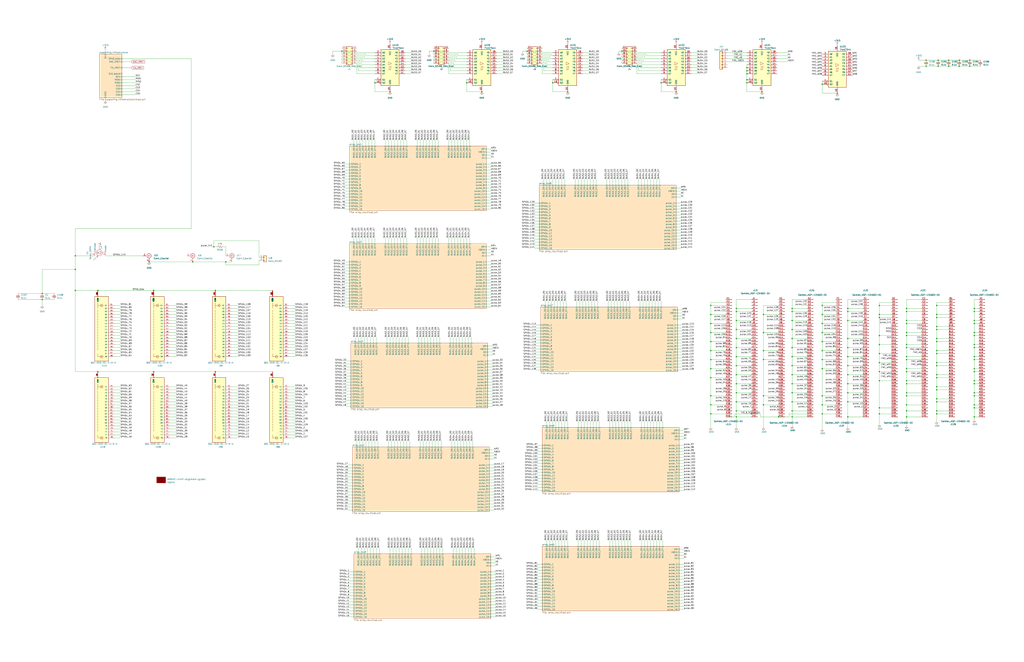
<source format=kicad_sch>
(kicad_sch (version 20230121) (generator eeschema)
  (paper "D")
  (lib_symbols
    (symbol "0_kicad_custom_symbols:QSE-040-01-X-D-A_ARRAYC-144" (pin_names (offset 1.016))
      (property "Reference" "J" (at 0 36.83 0))
      (property "Value" "QSE-040-01-X-D-A" (at -3.81 -21.59 0))
      (symbol "QSE-040-01-X-D-A_ARRAYC-144_1_0"
        (pin passive line (at 12.7 27.94 180) (length 5.08) (name "01") (number "01"))
        (pin passive line (at 12.7 25.4 180) (length 5.08) (name "02") (number "02"))
        (pin passive line (at 12.7 22.86 180) (length 5.08) (name "05") (number "05"))
        (pin passive line (at 12.7 20.32 180) (length 5.08) (name "06") (number "06"))
        (pin passive line (at 12.7 17.78 180) (length 5.08) (name "09") (number "09"))
        (pin passive line (at 12.7 15.24 180) (length 5.08) (name "10") (number "10"))
        (pin passive line (at 12.7 12.7 180) (length 5.08) (name "13") (number "13"))
        (pin passive line (at 12.7 10.16 180) (length 5.08) (name "14") (number "14"))
        (pin passive line (at 12.7 7.62 180) (length 5.08) (name "17") (number "17"))
        (pin passive line (at 12.7 5.08 180) (length 5.08) (name "18") (number "18"))
        (pin passive line (at -1.27 40.64 270) (length 5.08) (name "COM") (number "21"))
        (pin passive line (at 12.7 2.54 180) (length 5.08) (name "22") (number "22"))
        (pin passive line (at -1.27 40.64 270) (length 5.08) (name "COM") (number "23"))
        (pin passive line (at 12.7 0 180) (length 5.08) (name "25") (number "25"))
        (pin passive line (at 12.7 -2.54 180) (length 5.08) (name "26") (number "26"))
        (pin passive line (at 12.7 -5.08 180) (length 5.08) (name "29") (number "29"))
        (pin passive line (at -1.27 40.64 270) (length 5.08) (name "COM") (number "30"))
        (pin passive line (at -1.27 40.64 270) (length 5.08) (name "COM") (number "32"))
        (pin passive line (at 12.7 -7.62 180) (length 5.08) (name "33") (number "33"))
        (pin passive line (at 12.7 -10.16 180) (length 5.08) (name "34") (number "34"))
        (pin passive line (at 12.7 -12.7 180) (length 5.08) (name "37") (number "37"))
        (pin passive line (at 12.7 -15.24 180) (length 5.08) (name "38") (number "38"))
        (pin power_in line (at -1.27 40.64 270) (length 5.08) (name "COM") (number "G1"))
        (pin power_in line (at -1.27 40.64 270) (length 5.08) (name "COM") (number "G2"))
        (pin power_in line (at -1.27 40.64 270) (length 5.08) (name "COM") (number "G3"))
        (pin power_in line (at -1.27 40.64 270) (length 5.08) (name "COM") (number "G4"))
        (pin power_in line (at -1.27 40.64 270) (length 5.08) (name "COM") (number "G5"))
        (pin power_in line (at -1.27 40.64 270) (length 5.08) (name "COM") (number "G6"))
        (pin power_in line (at -1.27 40.64 270) (length 5.08) (name "COM") (number "G7"))
        (pin power_in line (at -1.27 40.64 270) (length 5.08) (name "COM") (number "G8"))
      )
      (symbol "QSE-040-01-X-D-A_ARRAYC-144_2_0"
        (pin passive line (at 12.7 27.94 180) (length 5.08) (name "41") (number "41"))
        (pin passive line (at 12.7 25.4 180) (length 5.08) (name "42") (number "42"))
        (pin passive line (at 12.7 22.86 180) (length 5.08) (name "45") (number "45"))
        (pin passive line (at 12.7 20.32 180) (length 5.08) (name "46") (number "46"))
        (pin passive line (at 12.7 17.78 180) (length 5.08) (name "49") (number "49"))
        (pin passive line (at -1.27 40.64 270) (length 5.08) (name "COM") (number "50"))
        (pin passive line (at -1.27 40.64 270) (length 5.08) (name "COM") (number "52"))
        (pin passive line (at 12.7 15.24 180) (length 5.08) (name "53") (number "53"))
        (pin passive line (at 12.7 12.7 180) (length 5.08) (name "54") (number "54"))
        (pin passive line (at -1.27 40.64 270) (length 5.08) (name "COM") (number "57"))
        (pin passive line (at 12.7 10.16 180) (length 5.08) (name "58") (number "58"))
        (pin passive line (at -1.27 40.64 270) (length 5.08) (name "COM") (number "59"))
        (pin passive line (at 12.7 7.62 180) (length 5.08) (name "61") (number "61"))
        (pin passive line (at 12.7 5.08 180) (length 5.08) (name "62") (number "62"))
        (pin passive line (at 12.7 2.54 180) (length 5.08) (name "65") (number "65"))
        (pin passive line (at 12.7 0 180) (length 5.08) (name "66") (number "66"))
        (pin passive line (at 12.7 -2.54 180) (length 5.08) (name "69") (number "69"))
        (pin passive line (at 12.7 -5.08 180) (length 5.08) (name "70") (number "70"))
        (pin passive line (at 12.7 -7.62 180) (length 5.08) (name "73") (number "73"))
        (pin passive line (at 12.7 -10.16 180) (length 5.08) (name "74") (number "74"))
        (pin passive line (at 12.7 -12.7 180) (length 5.08) (name "77") (number "77"))
        (pin passive line (at 12.7 -15.24 180) (length 5.08) (name "78") (number "78"))
      )
    )
    (symbol "0_kicad_custom_symbols:SensL_SiPM"
      (property "Reference" "U" (at -6.35 -1.27 0))
      (property "Value" "SensL_SiPM" (at -8.89 -3.81 0))
      (symbol "SensL_SiPM_0_0"
        (pin unspecified line (at -2.54 -5.08 0) (length 2.54) (name "Anode") (number "1"))
        (pin unspecified line (at 8.89 -1.27 180) (length 2.54) (name "f_o") (number "2"))
        (pin unspecified line (at -2.54 3.81 0) (length 2.54) (name "Cathode") (number "3"))
      )
    )
    (symbol "0_kicad_custom_symbols:nopins"
      (property "Reference" "U" (at 0 -1.27 0))
      (property "Value" "nopins" (at 0 1.27 0))
    )
    (symbol "74xx:74HCT541" (pin_names (offset 1.016))
      (property "Reference" "U" (at -7.62 16.51 0))
      (property "Value" "74HCT541" (at -7.62 -16.51 0))
      (symbol "74HCT541_1_0"
        (pin input inverted (at -12.7 -10.16 0) (length 5.08) (name "G1") (number "1"))
        (pin power_in line (at 0 -20.32 90) (length 5.08) (name "GND") (number "10"))
        (pin tri_state line (at 12.7 -5.08 180) (length 5.08) (name "Y7") (number "11"))
        (pin tri_state line (at 12.7 -2.54 180) (length 5.08) (name "Y6") (number "12"))
        (pin tri_state line (at 12.7 0 180) (length 5.08) (name "Y5") (number "13"))
        (pin tri_state line (at 12.7 2.54 180) (length 5.08) (name "Y4") (number "14"))
        (pin tri_state line (at 12.7 5.08 180) (length 5.08) (name "Y3") (number "15"))
        (pin tri_state line (at 12.7 7.62 180) (length 5.08) (name "Y2") (number "16"))
        (pin tri_state line (at 12.7 10.16 180) (length 5.08) (name "Y1") (number "17"))
        (pin tri_state line (at 12.7 12.7 180) (length 5.08) (name "Y0") (number "18"))
        (pin input inverted (at -12.7 -12.7 0) (length 5.08) (name "G2") (number "19"))
        (pin input line (at -12.7 12.7 0) (length 5.08) (name "A0") (number "2"))
        (pin power_in line (at 0 20.32 270) (length 5.08) (name "VCC") (number "20"))
        (pin input line (at -12.7 10.16 0) (length 5.08) (name "A1") (number "3"))
        (pin input line (at -12.7 7.62 0) (length 5.08) (name "A2") (number "4"))
        (pin input line (at -12.7 5.08 0) (length 5.08) (name "A3") (number "5"))
        (pin input line (at -12.7 2.54 0) (length 5.08) (name "A4") (number "6"))
        (pin input line (at -12.7 0 0) (length 5.08) (name "A5") (number "7"))
        (pin input line (at -12.7 -2.54 0) (length 5.08) (name "A6") (number "8"))
        (pin input line (at -12.7 -5.08 0) (length 5.08) (name "A7") (number "9"))
      )
    )
    (symbol "Connector:Conn_Coaxial" (pin_names (offset 1.016) hide)
      (property "Reference" "J" (at 0.254 3.048 0))
      (property "Value" "Conn_Coaxial" (at 2.921 0 90))
      (symbol "Conn_Coaxial_1_1"
        (pin passive line (at -5.08 0 0) (length 2.54) (name "In") (number "1"))
        (pin passive line (at 0 -5.08 90) (length 2.54) (name "Ext") (number "2"))
      )
    )
    (symbol "Connector:Samtec_ASP-134602-01" (pin_names (offset 1.016) hide)
      (property "Reference" "J" (at 0 50.8 0))
      (property "Value" "Samtec_ASP-134602-01" (at 0 -53.34 0))
      (symbol "Samtec_ASP-134602-01_1_1"
        (pin passive line (at -5.08 48.26 0) (length 3.81) (name "Pin_1") (number "A1"))
        (pin passive line (at -5.08 25.4 0) (length 3.81) (name "Pin_10") (number "A10"))
        (pin passive line (at -5.08 22.86 0) (length 3.81) (name "Pin_11") (number "A11"))
        (pin passive line (at -5.08 20.32 0) (length 3.81) (name "Pin_12") (number "A12"))
        (pin passive line (at -5.08 17.78 0) (length 3.81) (name "Pin_13") (number "A13"))
        (pin passive line (at -5.08 15.24 0) (length 3.81) (name "Pin_14") (number "A14"))
        (pin passive line (at -5.08 12.7 0) (length 3.81) (name "Pin_15") (number "A15"))
        (pin passive line (at -5.08 10.16 0) (length 3.81) (name "Pin_16") (number "A16"))
        (pin passive line (at -5.08 7.62 0) (length 3.81) (name "Pin_17") (number "A17"))
        (pin passive line (at -5.08 5.08 0) (length 3.81) (name "Pin_18") (number "A18"))
        (pin passive line (at -5.08 2.54 0) (length 3.81) (name "Pin_19") (number "A19"))
        (pin passive line (at -5.08 45.72 0) (length 3.81) (name "Pin_2") (number "A2"))
        (pin passive line (at -5.08 0 0) (length 3.81) (name "Pin_20") (number "A20"))
        (pin passive line (at -5.08 -2.54 0) (length 3.81) (name "Pin_21") (number "A21"))
        (pin passive line (at -5.08 -5.08 0) (length 3.81) (name "Pin_22") (number "A22"))
        (pin passive line (at -5.08 -7.62 0) (length 3.81) (name "Pin_23") (number "A23"))
        (pin passive line (at -5.08 -10.16 0) (length 3.81) (name "Pin_24") (number "A24"))
        (pin passive line (at -5.08 -12.7 0) (length 3.81) (name "Pin_25") (number "A25"))
        (pin passive line (at -5.08 -15.24 0) (length 3.81) (name "Pin_26") (number "A26"))
        (pin passive line (at -5.08 -17.78 0) (length 3.81) (name "Pin_27") (number "A27"))
        (pin passive line (at -5.08 -20.32 0) (length 3.81) (name "Pin_28") (number "A28"))
        (pin passive line (at -5.08 -22.86 0) (length 3.81) (name "Pin_29") (number "A29"))
        (pin passive line (at -5.08 43.18 0) (length 3.81) (name "Pin_3") (number "A3"))
        (pin passive line (at -5.08 -25.4 0) (length 3.81) (name "Pin_30") (number "A30"))
        (pin passive line (at -5.08 -27.94 0) (length 3.81) (name "Pin_31") (number "A31"))
        (pin passive line (at -5.08 -30.48 0) (length 3.81) (name "Pin_32") (number "A32"))
        (pin passive line (at -5.08 -33.02 0) (length 3.81) (name "Pin_33") (number "A33"))
        (pin passive line (at -5.08 -35.56 0) (length 3.81) (name "Pin_34") (number "A34"))
        (pin passive line (at -5.08 -38.1 0) (length 3.81) (name "Pin_35") (number "A35"))
        (pin passive line (at -5.08 -40.64 0) (length 3.81) (name "Pin_36") (number "A36"))
        (pin passive line (at -5.08 -43.18 0) (length 3.81) (name "Pin_37") (number "A37"))
        (pin passive line (at -5.08 -45.72 0) (length 3.81) (name "Pin_38") (number "A38"))
        (pin passive line (at -5.08 -48.26 0) (length 3.81) (name "Pin_39") (number "A39"))
        (pin passive line (at -5.08 40.64 0) (length 3.81) (name "Pin_4") (number "A4"))
        (pin passive line (at -5.08 -50.8 0) (length 3.81) (name "Pin_40") (number "A40"))
        (pin passive line (at -5.08 38.1 0) (length 3.81) (name "Pin_5") (number "A5"))
        (pin passive line (at -5.08 35.56 0) (length 3.81) (name "Pin_6") (number "A6"))
        (pin passive line (at -5.08 33.02 0) (length 3.81) (name "Pin_7") (number "A7"))
        (pin passive line (at -5.08 30.48 0) (length 3.81) (name "Pin_8") (number "A8"))
        (pin passive line (at -5.08 27.94 0) (length 3.81) (name "Pin_9") (number "A9"))
      )
      (symbol "Samtec_ASP-134602-01_2_1"
        (pin passive line (at -5.08 48.26 0) (length 3.81) (name "Pin_1") (number "B1"))
        (pin passive line (at -5.08 25.4 0) (length 3.81) (name "Pin_10") (number "B10"))
        (pin passive line (at -5.08 22.86 0) (length 3.81) (name "Pin_11") (number "B11"))
        (pin passive line (at -5.08 20.32 0) (length 3.81) (name "Pin_12") (number "B12"))
        (pin passive line (at -5.08 17.78 0) (length 3.81) (name "Pin_13") (number "B13"))
        (pin passive line (at -5.08 15.24 0) (length 3.81) (name "Pin_14") (number "B14"))
        (pin passive line (at -5.08 12.7 0) (length 3.81) (name "Pin_15") (number "B15"))
        (pin passive line (at -5.08 10.16 0) (length 3.81) (name "Pin_16") (number "B16"))
        (pin passive line (at -5.08 7.62 0) (length 3.81) (name "Pin_17") (number "B17"))
        (pin passive line (at -5.08 5.08 0) (length 3.81) (name "Pin_18") (number "B18"))
        (pin passive line (at -5.08 2.54 0) (length 3.81) (name "Pin_19") (number "B19"))
        (pin passive line (at -5.08 45.72 0) (length 3.81) (name "Pin_2") (number "B2"))
        (pin passive line (at -5.08 0 0) (length 3.81) (name "Pin_20") (number "B20"))
        (pin passive line (at -5.08 -2.54 0) (length 3.81) (name "Pin_21") (number "B21"))
        (pin passive line (at -5.08 -5.08 0) (length 3.81) (name "Pin_22") (number "B22"))
        (pin passive line (at -5.08 -7.62 0) (length 3.81) (name "Pin_23") (number "B23"))
        (pin passive line (at -5.08 -10.16 0) (length 3.81) (name "Pin_24") (number "B24"))
        (pin passive line (at -5.08 -12.7 0) (length 3.81) (name "Pin_25") (number "B25"))
        (pin passive line (at -5.08 -15.24 0) (length 3.81) (name "Pin_26") (number "B26"))
        (pin passive line (at -5.08 -17.78 0) (length 3.81) (name "Pin_27") (number "B27"))
        (pin passive line (at -5.08 -20.32 0) (length 3.81) (name "Pin_28") (number "B28"))
        (pin passive line (at -5.08 -22.86 0) (length 3.81) (name "Pin_29") (number "B29"))
        (pin passive line (at -5.08 43.18 0) (length 3.81) (name "Pin_3") (number "B3"))
        (pin passive line (at -5.08 -25.4 0) (length 3.81) (name "Pin_30") (number "B30"))
        (pin passive line (at -5.08 -27.94 0) (length 3.81) (name "Pin_31") (number "B31"))
        (pin passive line (at -5.08 -30.48 0) (length 3.81) (name "Pin_32") (number "B32"))
        (pin passive line (at -5.08 -33.02 0) (length 3.81) (name "Pin_33") (number "B33"))
        (pin passive line (at -5.08 -35.56 0) (length 3.81) (name "Pin_34") (number "B34"))
        (pin passive line (at -5.08 -38.1 0) (length 3.81) (name "Pin_35") (number "B35"))
        (pin passive line (at -5.08 -40.64 0) (length 3.81) (name "Pin_36") (number "B36"))
        (pin passive line (at -5.08 -43.18 0) (length 3.81) (name "Pin_37") (number "B37"))
        (pin passive line (at -5.08 -45.72 0) (length 3.81) (name "Pin_38") (number "B38"))
        (pin passive line (at -5.08 -48.26 0) (length 3.81) (name "Pin_39") (number "B39"))
        (pin passive line (at -5.08 40.64 0) (length 3.81) (name "Pin_4") (number "B4"))
        (pin passive line (at -5.08 -50.8 0) (length 3.81) (name "Pin_40") (number "B40"))
        (pin passive line (at -5.08 38.1 0) (length 3.81) (name "Pin_5") (number "B5"))
        (pin passive line (at -5.08 35.56 0) (length 3.81) (name "Pin_6") (number "B6"))
        (pin passive line (at -5.08 33.02 0) (length 3.81) (name "Pin_7") (number "B7"))
        (pin passive line (at -5.08 30.48 0) (length 3.81) (name "Pin_8") (number "B8"))
        (pin passive line (at -5.08 27.94 0) (length 3.81) (name "Pin_9") (number "B9"))
      )
      (symbol "Samtec_ASP-134602-01_3_1"
        (pin passive line (at -5.08 48.26 0) (length 3.81) (name "Pin_1") (number "C1"))
        (pin passive line (at -5.08 25.4 0) (length 3.81) (name "Pin_10") (number "C10"))
        (pin passive line (at -5.08 22.86 0) (length 3.81) (name "Pin_11") (number "C11"))
        (pin passive line (at -5.08 20.32 0) (length 3.81) (name "Pin_12") (number "C12"))
        (pin passive line (at -5.08 17.78 0) (length 3.81) (name "Pin_13") (number "C13"))
        (pin passive line (at -5.08 15.24 0) (length 3.81) (name "Pin_14") (number "C14"))
        (pin passive line (at -5.08 12.7 0) (length 3.81) (name "Pin_15") (number "C15"))
        (pin passive line (at -5.08 10.16 0) (length 3.81) (name "Pin_16") (number "C16"))
        (pin passive line (at -5.08 7.62 0) (length 3.81) (name "Pin_17") (number "C17"))
        (pin passive line (at -5.08 5.08 0) (length 3.81) (name "Pin_18") (number "C18"))
        (pin passive line (at -5.08 2.54 0) (length 3.81) (name "Pin_19") (number "C19"))
        (pin passive line (at -5.08 45.72 0) (length 3.81) (name "Pin_2") (number "C2"))
        (pin passive line (at -5.08 0 0) (length 3.81) (name "Pin_20") (number "C20"))
        (pin passive line (at -5.08 -2.54 0) (length 3.81) (name "Pin_21") (number "C21"))
        (pin passive line (at -5.08 -5.08 0) (length 3.81) (name "Pin_22") (number "C22"))
        (pin passive line (at -5.08 -7.62 0) (length 3.81) (name "Pin_23") (number "C23"))
        (pin passive line (at -5.08 -10.16 0) (length 3.81) (name "Pin_24") (number "C24"))
        (pin passive line (at -5.08 -12.7 0) (length 3.81) (name "Pin_25") (number "C25"))
        (pin passive line (at -5.08 -15.24 0) (length 3.81) (name "Pin_26") (number "C26"))
        (pin passive line (at -5.08 -17.78 0) (length 3.81) (name "Pin_27") (number "C27"))
        (pin passive line (at -5.08 -20.32 0) (length 3.81) (name "Pin_28") (number "C28"))
        (pin passive line (at -5.08 -22.86 0) (length 3.81) (name "Pin_29") (number "C29"))
        (pin passive line (at -5.08 43.18 0) (length 3.81) (name "Pin_3") (number "C3"))
        (pin passive line (at -5.08 -25.4 0) (length 3.81) (name "Pin_30") (number "C30"))
        (pin passive line (at -5.08 -27.94 0) (length 3.81) (name "Pin_31") (number "C31"))
        (pin passive line (at -5.08 -30.48 0) (length 3.81) (name "Pin_32") (number "C32"))
        (pin passive line (at -5.08 -33.02 0) (length 3.81) (name "Pin_33") (number "C33"))
        (pin passive line (at -5.08 -35.56 0) (length 3.81) (name "Pin_34") (number "C34"))
        (pin passive line (at -5.08 -38.1 0) (length 3.81) (name "Pin_35") (number "C35"))
        (pin passive line (at -5.08 -40.64 0) (length 3.81) (name "Pin_36") (number "C36"))
        (pin passive line (at -5.08 -43.18 0) (length 3.81) (name "Pin_37") (number "C37"))
        (pin passive line (at -5.08 -45.72 0) (length 3.81) (name "Pin_38") (number "C38"))
        (pin passive line (at -5.08 -48.26 0) (length 3.81) (name "Pin_39") (number "C39"))
        (pin passive line (at -5.08 40.64 0) (length 3.81) (name "Pin_4") (number "C4"))
        (pin passive line (at -5.08 -50.8 0) (length 3.81) (name "Pin_40") (number "C40"))
        (pin passive line (at -5.08 38.1 0) (length 3.81) (name "Pin_5") (number "C5"))
        (pin passive line (at -5.08 35.56 0) (length 3.81) (name "Pin_6") (number "C6"))
        (pin passive line (at -5.08 33.02 0) (length 3.81) (name "Pin_7") (number "C7"))
        (pin passive line (at -5.08 30.48 0) (length 3.81) (name "Pin_8") (number "C8"))
        (pin passive line (at -5.08 27.94 0) (length 3.81) (name "Pin_9") (number "C9"))
      )
      (symbol "Samtec_ASP-134602-01_4_1"
        (pin passive line (at -5.08 48.26 0) (length 3.81) (name "Pin_1") (number "D1"))
        (pin passive line (at -5.08 25.4 0) (length 3.81) (name "Pin_10") (number "D10"))
        (pin passive line (at -5.08 22.86 0) (length 3.81) (name "Pin_11") (number "D11"))
        (pin passive line (at -5.08 20.32 0) (length 3.81) (name "Pin_12") (number "D12"))
        (pin passive line (at -5.08 17.78 0) (length 3.81) (name "Pin_13") (number "D13"))
        (pin passive line (at -5.08 15.24 0) (length 3.81) (name "Pin_14") (number "D14"))
        (pin passive line (at -5.08 12.7 0) (length 3.81) (name "Pin_15") (number "D15"))
        (pin passive line (at -5.08 10.16 0) (length 3.81) (name "Pin_16") (number "D16"))
        (pin passive line (at -5.08 7.62 0) (length 3.81) (name "Pin_17") (number "D17"))
        (pin passive line (at -5.08 5.08 0) (length 3.81) (name "Pin_18") (number "D18"))
        (pin passive line (at -5.08 2.54 0) (length 3.81) (name "Pin_19") (number "D19"))
        (pin passive line (at -5.08 45.72 0) (length 3.81) (name "Pin_2") (number "D2"))
        (pin passive line (at -5.08 0 0) (length 3.81) (name "Pin_20") (number "D20"))
        (pin passive line (at -5.08 -2.54 0) (length 3.81) (name "Pin_21") (number "D21"))
        (pin passive line (at -5.08 -5.08 0) (length 3.81) (name "Pin_22") (number "D22"))
        (pin passive line (at -5.08 -7.62 0) (length 3.81) (name "Pin_23") (number "D23"))
        (pin passive line (at -5.08 -10.16 0) (length 3.81) (name "Pin_24") (number "D24"))
        (pin passive line (at -5.08 -12.7 0) (length 3.81) (name "Pin_25") (number "D25"))
        (pin passive line (at -5.08 -15.24 0) (length 3.81) (name "Pin_26") (number "D26"))
        (pin passive line (at -5.08 -17.78 0) (length 3.81) (name "Pin_27") (number "D27"))
        (pin passive line (at -5.08 -20.32 0) (length 3.81) (name "Pin_28") (number "D28"))
        (pin passive line (at -5.08 -22.86 0) (length 3.81) (name "Pin_29") (number "D29"))
        (pin passive line (at -5.08 43.18 0) (length 3.81) (name "Pin_3") (number "D3"))
        (pin passive line (at -5.08 -25.4 0) (length 3.81) (name "Pin_30") (number "D30"))
        (pin passive line (at -5.08 -27.94 0) (length 3.81) (name "Pin_31") (number "D31"))
        (pin passive line (at -5.08 -30.48 0) (length 3.81) (name "Pin_32") (number "D32"))
        (pin passive line (at -5.08 -33.02 0) (length 3.81) (name "Pin_33") (number "D33"))
        (pin passive line (at -5.08 -35.56 0) (length 3.81) (name "Pin_34") (number "D34"))
        (pin passive line (at -5.08 -38.1 0) (length 3.81) (name "Pin_35") (number "D35"))
        (pin passive line (at -5.08 -40.64 0) (length 3.81) (name "Pin_36") (number "D36"))
        (pin passive line (at -5.08 -43.18 0) (length 3.81) (name "Pin_37") (number "D37"))
        (pin passive line (at -5.08 -45.72 0) (length 3.81) (name "Pin_38") (number "D38"))
        (pin passive line (at -5.08 -48.26 0) (length 3.81) (name "Pin_39") (number "D39"))
        (pin passive line (at -5.08 40.64 0) (length 3.81) (name "Pin_4") (number "D4"))
        (pin passive line (at -5.08 -50.8 0) (length 3.81) (name "Pin_40") (number "D40"))
        (pin passive line (at -5.08 38.1 0) (length 3.81) (name "Pin_5") (number "D5"))
        (pin passive line (at -5.08 35.56 0) (length 3.81) (name "Pin_6") (number "D6"))
        (pin passive line (at -5.08 33.02 0) (length 3.81) (name "Pin_7") (number "D7"))
        (pin passive line (at -5.08 30.48 0) (length 3.81) (name "Pin_8") (number "D8"))
        (pin passive line (at -5.08 27.94 0) (length 3.81) (name "Pin_9") (number "D9"))
      )
      (symbol "Samtec_ASP-134602-01_5_1"
        (pin passive line (at -5.08 48.26 0) (length 3.81) (name "Pin_1") (number "E1"))
        (pin passive line (at -5.08 25.4 0) (length 3.81) (name "Pin_10") (number "E10"))
        (pin passive line (at -5.08 22.86 0) (length 3.81) (name "Pin_11") (number "E11"))
        (pin passive line (at -5.08 20.32 0) (length 3.81) (name "Pin_12") (number "E12"))
        (pin passive line (at -5.08 17.78 0) (length 3.81) (name "Pin_13") (number "E13"))
        (pin passive line (at -5.08 15.24 0) (length 3.81) (name "Pin_14") (number "E14"))
        (pin passive line (at -5.08 12.7 0) (length 3.81) (name "Pin_15") (number "E15"))
        (pin passive line (at -5.08 10.16 0) (length 3.81) (name "Pin_16") (number "E16"))
        (pin passive line (at -5.08 7.62 0) (length 3.81) (name "Pin_17") (number "E17"))
        (pin passive line (at -5.08 5.08 0) (length 3.81) (name "Pin_18") (number "E18"))
        (pin passive line (at -5.08 2.54 0) (length 3.81) (name "Pin_19") (number "E19"))
        (pin passive line (at -5.08 45.72 0) (length 3.81) (name "Pin_2") (number "E2"))
        (pin passive line (at -5.08 0 0) (length 3.81) (name "Pin_20") (number "E20"))
        (pin passive line (at -5.08 -2.54 0) (length 3.81) (name "Pin_21") (number "E21"))
        (pin passive line (at -5.08 -5.08 0) (length 3.81) (name "Pin_22") (number "E22"))
        (pin passive line (at -5.08 -7.62 0) (length 3.81) (name "Pin_23") (number "E23"))
        (pin passive line (at -5.08 -10.16 0) (length 3.81) (name "Pin_24") (number "E24"))
        (pin passive line (at -5.08 -12.7 0) (length 3.81) (name "Pin_25") (number "E25"))
        (pin passive line (at -5.08 -15.24 0) (length 3.81) (name "Pin_26") (number "E26"))
        (pin passive line (at -5.08 -17.78 0) (length 3.81) (name "Pin_27") (number "E27"))
        (pin passive line (at -5.08 -20.32 0) (length 3.81) (name "Pin_28") (number "E28"))
        (pin passive line (at -5.08 -22.86 0) (length 3.81) (name "Pin_29") (number "E29"))
        (pin passive line (at -5.08 43.18 0) (length 3.81) (name "Pin_3") (number "E3"))
        (pin passive line (at -5.08 -25.4 0) (length 3.81) (name "Pin_30") (number "E30"))
        (pin passive line (at -5.08 -27.94 0) (length 3.81) (name "Pin_31") (number "E31"))
        (pin passive line (at -5.08 -30.48 0) (length 3.81) (name "Pin_32") (number "E32"))
        (pin passive line (at -5.08 -33.02 0) (length 3.81) (name "Pin_33") (number "E33"))
        (pin passive line (at -5.08 -35.56 0) (length 3.81) (name "Pin_34") (number "E34"))
        (pin passive line (at -5.08 -38.1 0) (length 3.81) (name "Pin_35") (number "E35"))
        (pin passive line (at -5.08 -40.64 0) (length 3.81) (name "Pin_36") (number "E36"))
        (pin passive line (at -5.08 -43.18 0) (length 3.81) (name "Pin_37") (number "E37"))
        (pin passive line (at -5.08 -45.72 0) (length 3.81) (name "Pin_38") (number "E38"))
        (pin passive line (at -5.08 -48.26 0) (length 3.81) (name "Pin_39") (number "E39"))
        (pin passive line (at -5.08 40.64 0) (length 3.81) (name "Pin_4") (number "E4"))
        (pin passive line (at -5.08 -50.8 0) (length 3.81) (name "Pin_40") (number "E40"))
        (pin passive line (at -5.08 38.1 0) (length 3.81) (name "Pin_5") (number "E5"))
        (pin passive line (at -5.08 35.56 0) (length 3.81) (name "Pin_6") (number "E6"))
        (pin passive line (at -5.08 33.02 0) (length 3.81) (name "Pin_7") (number "E7"))
        (pin passive line (at -5.08 30.48 0) (length 3.81) (name "Pin_8") (number "E8"))
        (pin passive line (at -5.08 27.94 0) (length 3.81) (name "Pin_9") (number "E9"))
      )
      (symbol "Samtec_ASP-134602-01_6_1"
        (pin passive line (at -5.08 48.26 0) (length 3.81) (name "Pin_1") (number "F1"))
        (pin passive line (at -5.08 25.4 0) (length 3.81) (name "Pin_10") (number "F10"))
        (pin passive line (at -5.08 22.86 0) (length 3.81) (name "Pin_11") (number "F11"))
        (pin passive line (at -5.08 20.32 0) (length 3.81) (name "Pin_12") (number "F12"))
        (pin passive line (at -5.08 17.78 0) (length 3.81) (name "Pin_13") (number "F13"))
        (pin passive line (at -5.08 15.24 0) (length 3.81) (name "Pin_14") (number "F14"))
        (pin passive line (at -5.08 12.7 0) (length 3.81) (name "Pin_15") (number "F15"))
        (pin passive line (at -5.08 10.16 0) (length 3.81) (name "Pin_16") (number "F16"))
        (pin passive line (at -5.08 7.62 0) (length 3.81) (name "Pin_17") (number "F17"))
        (pin passive line (at -5.08 5.08 0) (length 3.81) (name "Pin_18") (number "F18"))
        (pin passive line (at -5.08 2.54 0) (length 3.81) (name "Pin_19") (number "F19"))
        (pin passive line (at -5.08 45.72 0) (length 3.81) (name "Pin_2") (number "F2"))
        (pin passive line (at -5.08 0 0) (length 3.81) (name "Pin_20") (number "F20"))
        (pin passive line (at -5.08 -2.54 0) (length 3.81) (name "Pin_21") (number "F21"))
        (pin passive line (at -5.08 -5.08 0) (length 3.81) (name "Pin_22") (number "F22"))
        (pin passive line (at -5.08 -7.62 0) (length 3.81) (name "Pin_23") (number "F23"))
        (pin passive line (at -5.08 -10.16 0) (length 3.81) (name "Pin_24") (number "F24"))
        (pin passive line (at -5.08 -12.7 0) (length 3.81) (name "Pin_25") (number "F25"))
        (pin passive line (at -5.08 -15.24 0) (length 3.81) (name "Pin_26") (number "F26"))
        (pin passive line (at -5.08 -17.78 0) (length 3.81) (name "Pin_27") (number "F27"))
        (pin passive line (at -5.08 -20.32 0) (length 3.81) (name "Pin_28") (number "F28"))
        (pin passive line (at -5.08 -22.86 0) (length 3.81) (name "Pin_29") (number "F29"))
        (pin passive line (at -5.08 43.18 0) (length 3.81) (name "Pin_3") (number "F3"))
        (pin passive line (at -5.08 -25.4 0) (length 3.81) (name "Pin_30") (number "F30"))
        (pin passive line (at -5.08 -27.94 0) (length 3.81) (name "Pin_31") (number "F31"))
        (pin passive line (at -5.08 -30.48 0) (length 3.81) (name "Pin_32") (number "F32"))
        (pin passive line (at -5.08 -33.02 0) (length 3.81) (name "Pin_33") (number "F33"))
        (pin passive line (at -5.08 -35.56 0) (length 3.81) (name "Pin_34") (number "F34"))
        (pin passive line (at -5.08 -38.1 0) (length 3.81) (name "Pin_35") (number "F35"))
        (pin passive line (at -5.08 -40.64 0) (length 3.81) (name "Pin_36") (number "F36"))
        (pin passive line (at -5.08 -43.18 0) (length 3.81) (name "Pin_37") (number "F37"))
        (pin passive line (at -5.08 -45.72 0) (length 3.81) (name "Pin_38") (number "F38"))
        (pin passive line (at -5.08 -48.26 0) (length 3.81) (name "Pin_39") (number "F39"))
        (pin passive line (at -5.08 40.64 0) (length 3.81) (name "Pin_4") (number "F4"))
        (pin passive line (at -5.08 -50.8 0) (length 3.81) (name "Pin_40") (number "F40"))
        (pin passive line (at -5.08 38.1 0) (length 3.81) (name "Pin_5") (number "F5"))
        (pin passive line (at -5.08 35.56 0) (length 3.81) (name "Pin_6") (number "F6"))
        (pin passive line (at -5.08 33.02 0) (length 3.81) (name "Pin_7") (number "F7"))
        (pin passive line (at -5.08 30.48 0) (length 3.81) (name "Pin_8") (number "F8"))
        (pin passive line (at -5.08 27.94 0) (length 3.81) (name "Pin_9") (number "F9"))
      )
      (symbol "Samtec_ASP-134602-01_7_1"
        (pin passive line (at -5.08 48.26 0) (length 3.81) (name "Pin_1") (number "G1"))
        (pin passive line (at -5.08 25.4 0) (length 3.81) (name "Pin_10") (number "G10"))
        (pin passive line (at -5.08 22.86 0) (length 3.81) (name "Pin_11") (number "G11"))
        (pin passive line (at -5.08 20.32 0) (length 3.81) (name "Pin_12") (number "G12"))
        (pin passive line (at -5.08 17.78 0) (length 3.81) (name "Pin_13") (number "G13"))
        (pin passive line (at -5.08 15.24 0) (length 3.81) (name "Pin_14") (number "G14"))
        (pin passive line (at -5.08 12.7 0) (length 3.81) (name "Pin_15") (number "G15"))
        (pin passive line (at -5.08 10.16 0) (length 3.81) (name "Pin_16") (number "G16"))
        (pin passive line (at -5.08 7.62 0) (length 3.81) (name "Pin_17") (number "G17"))
        (pin passive line (at -5.08 5.08 0) (length 3.81) (name "Pin_18") (number "G18"))
        (pin passive line (at -5.08 2.54 0) (length 3.81) (name "Pin_19") (number "G19"))
        (pin passive line (at -5.08 45.72 0) (length 3.81) (name "Pin_2") (number "G2"))
        (pin passive line (at -5.08 0 0) (length 3.81) (name "Pin_20") (number "G20"))
        (pin passive line (at -5.08 -2.54 0) (length 3.81) (name "Pin_21") (number "G21"))
        (pin passive line (at -5.08 -5.08 0) (length 3.81) (name "Pin_22") (number "G22"))
        (pin passive line (at -5.08 -7.62 0) (length 3.81) (name "Pin_23") (number "G23"))
        (pin passive line (at -5.08 -10.16 0) (length 3.81) (name "Pin_24") (number "G24"))
        (pin passive line (at -5.08 -12.7 0) (length 3.81) (name "Pin_25") (number "G25"))
        (pin passive line (at -5.08 -15.24 0) (length 3.81) (name "Pin_26") (number "G26"))
        (pin passive line (at -5.08 -17.78 0) (length 3.81) (name "Pin_27") (number "G27"))
        (pin passive line (at -5.08 -20.32 0) (length 3.81) (name "Pin_28") (number "G28"))
        (pin passive line (at -5.08 -22.86 0) (length 3.81) (name "Pin_29") (number "G29"))
        (pin passive line (at -5.08 43.18 0) (length 3.81) (name "Pin_3") (number "G3"))
        (pin passive line (at -5.08 -25.4 0) (length 3.81) (name "Pin_30") (number "G30"))
        (pin passive line (at -5.08 -27.94 0) (length 3.81) (name "Pin_31") (number "G31"))
        (pin passive line (at -5.08 -30.48 0) (length 3.81) (name "Pin_32") (number "G32"))
        (pin passive line (at -5.08 -33.02 0) (length 3.81) (name "Pin_33") (number "G33"))
        (pin passive line (at -5.08 -35.56 0) (length 3.81) (name "Pin_34") (number "G34"))
        (pin passive line (at -5.08 -38.1 0) (length 3.81) (name "Pin_35") (number "G35"))
        (pin passive line (at -5.08 -40.64 0) (length 3.81) (name "Pin_36") (number "G36"))
        (pin passive line (at -5.08 -43.18 0) (length 3.81) (name "Pin_37") (number "G37"))
        (pin passive line (at -5.08 -45.72 0) (length 3.81) (name "Pin_38") (number "G38"))
        (pin passive line (at -5.08 -48.26 0) (length 3.81) (name "Pin_39") (number "G39"))
        (pin passive line (at -5.08 40.64 0) (length 3.81) (name "Pin_4") (number "G4"))
        (pin passive line (at -5.08 -50.8 0) (length 3.81) (name "Pin_40") (number "G40"))
        (pin passive line (at -5.08 38.1 0) (length 3.81) (name "Pin_5") (number "G5"))
        (pin passive line (at -5.08 35.56 0) (length 3.81) (name "Pin_6") (number "G6"))
        (pin passive line (at -5.08 33.02 0) (length 3.81) (name "Pin_7") (number "G7"))
        (pin passive line (at -5.08 30.48 0) (length 3.81) (name "Pin_8") (number "G8"))
        (pin passive line (at -5.08 27.94 0) (length 3.81) (name "Pin_9") (number "G9"))
      )
      (symbol "Samtec_ASP-134602-01_8_1"
        (pin passive line (at -5.08 48.26 0) (length 3.81) (name "Pin_1") (number "H1"))
        (pin passive line (at -5.08 25.4 0) (length 3.81) (name "Pin_10") (number "H10"))
        (pin passive line (at -5.08 22.86 0) (length 3.81) (name "Pin_11") (number "H11"))
        (pin passive line (at -5.08 20.32 0) (length 3.81) (name "Pin_12") (number "H12"))
        (pin passive line (at -5.08 17.78 0) (length 3.81) (name "Pin_13") (number "H13"))
        (pin passive line (at -5.08 15.24 0) (length 3.81) (name "Pin_14") (number "H14"))
        (pin passive line (at -5.08 12.7 0) (length 3.81) (name "Pin_15") (number "H15"))
        (pin passive line (at -5.08 10.16 0) (length 3.81) (name "Pin_16") (number "H16"))
        (pin passive line (at -5.08 7.62 0) (length 3.81) (name "Pin_17") (number "H17"))
        (pin passive line (at -5.08 5.08 0) (length 3.81) (name "Pin_18") (number "H18"))
        (pin passive line (at -5.08 2.54 0) (length 3.81) (name "Pin_19") (number "H19"))
        (pin passive line (at -5.08 45.72 0) (length 3.81) (name "Pin_2") (number "H2"))
        (pin passive line (at -5.08 0 0) (length 3.81) (name "Pin_20") (number "H20"))
        (pin passive line (at -5.08 -2.54 0) (length 3.81) (name "Pin_21") (number "H21"))
        (pin passive line (at -5.08 -5.08 0) (length 3.81) (name "Pin_22") (number "H22"))
        (pin passive line (at -5.08 -7.62 0) (length 3.81) (name "Pin_23") (number "H23"))
        (pin passive line (at -5.08 -10.16 0) (length 3.81) (name "Pin_24") (number "H24"))
        (pin passive line (at -5.08 -12.7 0) (length 3.81) (name "Pin_25") (number "H25"))
        (pin passive line (at -5.08 -15.24 0) (length 3.81) (name "Pin_26") (number "H26"))
        (pin passive line (at -5.08 -17.78 0) (length 3.81) (name "Pin_27") (number "H27"))
        (pin passive line (at -5.08 -20.32 0) (length 3.81) (name "Pin_28") (number "H28"))
        (pin passive line (at -5.08 -22.86 0) (length 3.81) (name "Pin_29") (number "H29"))
        (pin passive line (at -5.08 43.18 0) (length 3.81) (name "Pin_3") (number "H3"))
        (pin passive line (at -5.08 -25.4 0) (length 3.81) (name "Pin_30") (number "H30"))
        (pin passive line (at -5.08 -27.94 0) (length 3.81) (name "Pin_31") (number "H31"))
        (pin passive line (at -5.08 -30.48 0) (length 3.81) (name "Pin_32") (number "H32"))
        (pin passive line (at -5.08 -33.02 0) (length 3.81) (name "Pin_33") (number "H33"))
        (pin passive line (at -5.08 -35.56 0) (length 3.81) (name "Pin_34") (number "H34"))
        (pin passive line (at -5.08 -38.1 0) (length 3.81) (name "Pin_35") (number "H35"))
        (pin passive line (at -5.08 -40.64 0) (length 3.81) (name "Pin_36") (number "H36"))
        (pin passive line (at -5.08 -43.18 0) (length 3.81) (name "Pin_37") (number "H37"))
        (pin passive line (at -5.08 -45.72 0) (length 3.81) (name "Pin_38") (number "H38"))
        (pin passive line (at -5.08 -48.26 0) (length 3.81) (name "Pin_39") (number "H39"))
        (pin passive line (at -5.08 40.64 0) (length 3.81) (name "Pin_4") (number "H4"))
        (pin passive line (at -5.08 -50.8 0) (length 3.81) (name "Pin_40") (number "H40"))
        (pin passive line (at -5.08 38.1 0) (length 3.81) (name "Pin_5") (number "H5"))
        (pin passive line (at -5.08 35.56 0) (length 3.81) (name "Pin_6") (number "H6"))
        (pin passive line (at -5.08 33.02 0) (length 3.81) (name "Pin_7") (number "H7"))
        (pin passive line (at -5.08 30.48 0) (length 3.81) (name "Pin_8") (number "H8"))
        (pin passive line (at -5.08 27.94 0) (length 3.81) (name "Pin_9") (number "H9"))
      )
      (symbol "Samtec_ASP-134602-01_9_1"
        (pin passive line (at -5.08 48.26 0) (length 3.81) (name "Pin_1") (number "J1"))
        (pin passive line (at -5.08 25.4 0) (length 3.81) (name "Pin_10") (number "J10"))
        (pin passive line (at -5.08 22.86 0) (length 3.81) (name "Pin_11") (number "J11"))
        (pin passive line (at -5.08 20.32 0) (length 3.81) (name "Pin_12") (number "J12"))
        (pin passive line (at -5.08 17.78 0) (length 3.81) (name "Pin_13") (number "J13"))
        (pin passive line (at -5.08 15.24 0) (length 3.81) (name "Pin_14") (number "J14"))
        (pin passive line (at -5.08 12.7 0) (length 3.81) (name "Pin_15") (number "J15"))
        (pin passive line (at -5.08 10.16 0) (length 3.81) (name "Pin_16") (number "J16"))
        (pin passive line (at -5.08 7.62 0) (length 3.81) (name "Pin_17") (number "J17"))
        (pin passive line (at -5.08 5.08 0) (length 3.81) (name "Pin_18") (number "J18"))
        (pin passive line (at -5.08 2.54 0) (length 3.81) (name "Pin_19") (number "J19"))
        (pin passive line (at -5.08 45.72 0) (length 3.81) (name "Pin_2") (number "J2"))
        (pin passive line (at -5.08 0 0) (length 3.81) (name "Pin_20") (number "J20"))
        (pin passive line (at -5.08 -2.54 0) (length 3.81) (name "Pin_21") (number "J21"))
        (pin passive line (at -5.08 -5.08 0) (length 3.81) (name "Pin_22") (number "J22"))
        (pin passive line (at -5.08 -7.62 0) (length 3.81) (name "Pin_23") (number "J23"))
        (pin passive line (at -5.08 -10.16 0) (length 3.81) (name "Pin_24") (number "J24"))
        (pin passive line (at -5.08 -12.7 0) (length 3.81) (name "Pin_25") (number "J25"))
        (pin passive line (at -5.08 -15.24 0) (length 3.81) (name "Pin_26") (number "J26"))
        (pin passive line (at -5.08 -17.78 0) (length 3.81) (name "Pin_27") (number "J27"))
        (pin passive line (at -5.08 -20.32 0) (length 3.81) (name "Pin_28") (number "J28"))
        (pin passive line (at -5.08 -22.86 0) (length 3.81) (name "Pin_29") (number "J29"))
        (pin passive line (at -5.08 43.18 0) (length 3.81) (name "Pin_3") (number "J3"))
        (pin passive line (at -5.08 -25.4 0) (length 3.81) (name "Pin_30") (number "J30"))
        (pin passive line (at -5.08 -27.94 0) (length 3.81) (name "Pin_31") (number "J31"))
        (pin passive line (at -5.08 -30.48 0) (length 3.81) (name "Pin_32") (number "J32"))
        (pin passive line (at -5.08 -33.02 0) (length 3.81) (name "Pin_33") (number "J33"))
        (pin passive line (at -5.08 -35.56 0) (length 3.81) (name "Pin_34") (number "J34"))
        (pin passive line (at -5.08 -38.1 0) (length 3.81) (name "Pin_35") (number "J35"))
        (pin passive line (at -5.08 -40.64 0) (length 3.81) (name "Pin_36") (number "J36"))
        (pin passive line (at -5.08 -43.18 0) (length 3.81) (name "Pin_37") (number "J37"))
        (pin passive line (at -5.08 -45.72 0) (length 3.81) (name "Pin_38") (number "J38"))
        (pin passive line (at -5.08 -48.26 0) (length 3.81) (name "Pin_39") (number "J39"))
        (pin passive line (at -5.08 40.64 0) (length 3.81) (name "Pin_4") (number "J4"))
        (pin passive line (at -5.08 -50.8 0) (length 3.81) (name "Pin_40") (number "J40"))
        (pin passive line (at -5.08 38.1 0) (length 3.81) (name "Pin_5") (number "J5"))
        (pin passive line (at -5.08 35.56 0) (length 3.81) (name "Pin_6") (number "J6"))
        (pin passive line (at -5.08 33.02 0) (length 3.81) (name "Pin_7") (number "J7"))
        (pin passive line (at -5.08 30.48 0) (length 3.81) (name "Pin_8") (number "J8"))
        (pin passive line (at -5.08 27.94 0) (length 3.81) (name "Pin_9") (number "J9"))
      )
      (symbol "Samtec_ASP-134602-01_10_1"
        (pin passive line (at -5.08 48.26 0) (length 3.81) (name "Pin_1") (number "K1"))
        (pin passive line (at -5.08 25.4 0) (length 3.81) (name "Pin_10") (number "K10"))
        (pin passive line (at -5.08 22.86 0) (length 3.81) (name "Pin_11") (number "K11"))
        (pin passive line (at -5.08 20.32 0) (length 3.81) (name "Pin_12") (number "K12"))
        (pin passive line (at -5.08 17.78 0) (length 3.81) (name "Pin_13") (number "K13"))
        (pin passive line (at -5.08 15.24 0) (length 3.81) (name "Pin_14") (number "K14"))
        (pin passive line (at -5.08 12.7 0) (length 3.81) (name "Pin_15") (number "K15"))
        (pin passive line (at -5.08 10.16 0) (length 3.81) (name "Pin_16") (number "K16"))
        (pin passive line (at -5.08 7.62 0) (length 3.81) (name "Pin_17") (number "K17"))
        (pin passive line (at -5.08 5.08 0) (length 3.81) (name "Pin_18") (number "K18"))
        (pin passive line (at -5.08 2.54 0) (length 3.81) (name "Pin_19") (number "K19"))
        (pin passive line (at -5.08 45.72 0) (length 3.81) (name "Pin_2") (number "K2"))
        (pin passive line (at -5.08 0 0) (length 3.81) (name "Pin_20") (number "K20"))
        (pin passive line (at -5.08 -2.54 0) (length 3.81) (name "Pin_21") (number "K21"))
        (pin passive line (at -5.08 -5.08 0) (length 3.81) (name "Pin_22") (number "K22"))
        (pin passive line (at -5.08 -7.62 0) (length 3.81) (name "Pin_23") (number "K23"))
        (pin passive line (at -5.08 -10.16 0) (length 3.81) (name "Pin_24") (number "K24"))
        (pin passive line (at -5.08 -12.7 0) (length 3.81) (name "Pin_25") (number "K25"))
        (pin passive line (at -5.08 -15.24 0) (length 3.81) (name "Pin_26") (number "K26"))
        (pin passive line (at -5.08 -17.78 0) (length 3.81) (name "Pin_27") (number "K27"))
        (pin passive line (at -5.08 -20.32 0) (length 3.81) (name "Pin_28") (number "K28"))
        (pin passive line (at -5.08 -22.86 0) (length 3.81) (name "Pin_29") (number "K29"))
        (pin passive line (at -5.08 43.18 0) (length 3.81) (name "Pin_3") (number "K3"))
        (pin passive line (at -5.08 -25.4 0) (length 3.81) (name "Pin_30") (number "K30"))
        (pin passive line (at -5.08 -27.94 0) (length 3.81) (name "Pin_31") (number "K31"))
        (pin passive line (at -5.08 -30.48 0) (length 3.81) (name "Pin_32") (number "K32"))
        (pin passive line (at -5.08 -33.02 0) (length 3.81) (name "Pin_33") (number "K33"))
        (pin passive line (at -5.08 -35.56 0) (length 3.81) (name "Pin_34") (number "K34"))
        (pin passive line (at -5.08 -38.1 0) (length 3.81) (name "Pin_35") (number "K35"))
        (pin passive line (at -5.08 -40.64 0) (length 3.81) (name "Pin_36") (number "K36"))
        (pin passive line (at -5.08 -43.18 0) (length 3.81) (name "Pin_37") (number "K37"))
        (pin passive line (at -5.08 -45.72 0) (length 3.81) (name "Pin_38") (number "K38"))
        (pin passive line (at -5.08 -48.26 0) (length 3.81) (name "Pin_39") (number "K39"))
        (pin passive line (at -5.08 40.64 0) (length 3.81) (name "Pin_4") (number "K4"))
        (pin passive line (at -5.08 -50.8 0) (length 3.81) (name "Pin_40") (number "K40"))
        (pin passive line (at -5.08 38.1 0) (length 3.81) (name "Pin_5") (number "K5"))
        (pin passive line (at -5.08 35.56 0) (length 3.81) (name "Pin_6") (number "K6"))
        (pin passive line (at -5.08 33.02 0) (length 3.81) (name "Pin_7") (number "K7"))
        (pin passive line (at -5.08 30.48 0) (length 3.81) (name "Pin_8") (number "K8"))
        (pin passive line (at -5.08 27.94 0) (length 3.81) (name "Pin_9") (number "K9"))
      )
    )
    (symbol "Connector_Generic:Conn_01x02" (pin_names (offset 1.016) hide)
      (property "Reference" "J" (at 0 2.54 0))
      (property "Value" "Conn_01x02" (at 0 -5.08 0))
      (symbol "Conn_01x02_1_1"
        (pin passive line (at -5.08 0 0) (length 3.81) (name "Pin_1") (number "1"))
        (pin passive line (at -5.08 -2.54 0) (length 3.81) (name "Pin_2") (number "2"))
      )
    )
    (symbol "Connector_Generic:Conn_01x06" (pin_names (offset 1.016) hide)
      (property "Reference" "J" (at 0 7.62 0))
      (property "Value" "Conn_01x06" (at 0 -10.16 0))
      (symbol "Conn_01x06_1_1"
        (pin passive line (at -5.08 5.08 0) (length 3.81) (name "Pin_1") (number "1"))
        (pin passive line (at -5.08 2.54 0) (length 3.81) (name "Pin_2") (number "2"))
        (pin passive line (at -5.08 0 0) (length 3.81) (name "Pin_3") (number "3"))
        (pin passive line (at -5.08 -2.54 0) (length 3.81) (name "Pin_4") (number "4"))
        (pin passive line (at -5.08 -5.08 0) (length 3.81) (name "Pin_5") (number "5"))
        (pin passive line (at -5.08 -7.62 0) (length 3.81) (name "Pin_6") (number "6"))
      )
    )
    (symbol "Connector_Generic:Conn_02x06_Odd_Even" (pin_names (offset 1.016) hide)
      (property "Reference" "J" (at 1.27 7.62 0))
      (property "Value" "Conn_02x06_Odd_Even" (at 1.27 -10.16 0))
      (symbol "Conn_02x06_Odd_Even_1_1"
        (pin passive line (at -5.08 5.08 0) (length 3.81) (name "Pin_1") (number "1"))
        (pin passive line (at 7.62 -5.08 180) (length 3.81) (name "Pin_10") (number "10"))
        (pin passive line (at -5.08 -7.62 0) (length 3.81) (name "Pin_11") (number "11"))
        (pin passive line (at 7.62 -7.62 180) (length 3.81) (name "Pin_12") (number "12"))
        (pin passive line (at 7.62 5.08 180) (length 3.81) (name "Pin_2") (number "2"))
        (pin passive line (at -5.08 2.54 0) (length 3.81) (name "Pin_3") (number "3"))
        (pin passive line (at 7.62 2.54 180) (length 3.81) (name "Pin_4") (number "4"))
        (pin passive line (at -5.08 0 0) (length 3.81) (name "Pin_5") (number "5"))
        (pin passive line (at 7.62 0 180) (length 3.81) (name "Pin_6") (number "6"))
        (pin passive line (at -5.08 -2.54 0) (length 3.81) (name "Pin_7") (number "7"))
        (pin passive line (at 7.62 -2.54 180) (length 3.81) (name "Pin_8") (number "8"))
        (pin passive line (at -5.08 -5.08 0) (length 3.81) (name "Pin_9") (number "9"))
      )
    )
    (symbol "Device:C_Small" (pin_numbers hide) (pin_names (offset 0.254) hide)
      (property "Reference" "C" (at 0.254 1.778 0))
      (property "Value" "C_Small" (at 0.254 -2.032 0))
      (symbol "C_Small_1_1"
        (pin passive line (at 0 2.54 270) (length 2.032) (name "~") (number "1"))
        (pin passive line (at 0 -2.54 90) (length 2.032) (name "~") (number "2"))
      )
    )
    (symbol "Device:R_Small_US" (pin_numbers hide) (pin_names (offset 0.254) hide)
      (property "Reference" "R" (at 0.762 0.508 0))
      (property "Value" "R_Small_US" (at 0.762 -1.016 0))
      (symbol "R_Small_US_1_1"
        (pin passive line (at 0 2.54 270) (length 1.016) (name "~") (number "1"))
        (pin passive line (at 0 -2.54 90) (length 1.016) (name "~") (number "2"))
      )
    )
    (symbol "power:+3V3" (power) (pin_names (offset 0))
      (property "Value" "+3V3" (at 0 3.556 0))
      (symbol "+3V3_1_1"
        (pin power_in line (at 0 0 90) (length 0) hide (name "+3V3") (number "1"))
      )
    )
    (symbol "power:GND" (power) (pin_names (offset 0))
      (property "Value" "GND" (at 0 -3.81 0))
      (symbol "GND_1_1"
        (pin power_in line (at 0 0 270) (length 0) hide (name "GND") (number "1"))
      )
    )
  )
  (junction (at 643.89 295.91))
  (junction (at 180.34 208.28))
  (junction (at 789.94 295.91))
  (junction (at 599.44 295.91))
  (junction (at 791.21 55.88))
  (junction (at 621.03 323.85))
  (junction (at 693.42 349.25))
  (junction (at 693.42 280.67))
  (junction (at 599.44 334.01))
  (junction (at 693.42 265.43))
  (junction (at 715.01 300.99))
  (junction (at 524.51 43.18))
  (junction (at 693.42 341.63))
  (junction (at 599.44 349.25))
  (junction (at 190.5 220.98))
  (junction (at 764.54 346.71))
  (junction (at 789.94 318.77))
  (junction (at 715.01 270.51))
  (junction (at 181.61 245.11))
  (junction (at 800.1 55.88))
  (junction (at 643.89 280.67))
  (junction (at 599.44 341.63))
  (junction (at 764.54 323.85))
  (junction (at 781.05 55.88))
  (junction (at 821.69 341.63))
  (junction (at 668.02 351.79))
  (junction (at 741.68 290.83))
  (junction (at 741.68 313.69))
  (junction (at 808.99 50.8))
  (junction (at 693.42 71.12))
  (junction (at 764.54 351.79))
  (junction (at 789.94 275.59))
  (junction (at 817.88 50.8))
  (junction (at 789.94 267.97))
  (junction (at 789.94 336.55))
  (junction (at 808.99 55.88))
  (junction (at 715.01 262.89))
  (junction (at 789.94 308.61))
  (junction (at 715.01 260.35))
  (junction (at 789.94 339.09))
  (junction (at 800.1 50.8))
  (junction (at 715.01 323.85))
  (junction (at 599.44 265.43))
  (junction (at 741.68 306.07))
  (junction (at 789.94 328.93))
  (junction (at 35.56 247.65))
  (junction (at 316.23 69.85))
  (junction (at 82.55 245.11))
  (junction (at 668.02 262.89))
  (junction (at 162.56 220.98))
  (junction (at 791.21 50.8))
  (junction (at 621.03 300.99))
  (junction (at 668.02 293.37))
  (junction (at 821.69 331.47))
  (junction (at 643.89 341.63))
  (junction (at 764.54 290.83))
  (junction (at 764.54 280.67))
  (junction (at 741.68 344.17))
  (junction (at 789.94 346.71))
  (junction (at 693.42 288.29))
  (junction (at 741.68 321.31))
  (junction (at 393.7 69.85))
  (junction (at 821.69 321.31))
  (junction (at 82.55 313.69))
  (junction (at 741.68 283.21))
  (junction (at 821.69 293.37))
  (junction (at 715.01 351.79))
  (junction (at 764.54 260.35))
  (junction (at 693.42 295.91))
  (junction (at 656.59 351.79))
  (junction (at 599.44 311.15))
  (junction (at 821.69 323.85))
  (junction (at 821.69 334.01))
  (junction (at 63.5 227.33))
  (junction (at 629.92 67.31))
  (junction (at 668.02 346.71))
  (junction (at 789.94 326.39))
  (junction (at 444.5 43.18))
  (junction (at 821.69 262.89))
  (junction (at 764.54 273.05))
  (junction (at 365.76 43.18))
  (junction (at 643.89 334.01))
  (junction (at 621.03 346.71))
  (junction (at 621.03 285.75))
  (junction (at 764.54 293.37))
  (junction (at 621.03 351.79))
  (junction (at 621.03 308.61))
  (junction (at 764.54 321.31))
  (junction (at 789.94 316.23))
  (junction (at 629.92 57.15))
  (junction (at 821.69 290.83))
  (junction (at 633.73 349.25))
  (junction (at 406.4 77.47))
  (junction (at 466.09 69.85))
  (junction (at 741.68 349.25))
  (junction (at 764.54 283.21))
  (junction (at 741.68 267.97))
  (junction (at 63.5 245.11))
  (junction (at 789.94 278.13))
  (junction (at 715.01 316.23))
  (junction (at 789.94 349.25))
  (junction (at 643.89 265.43))
  (junction (at 706.12 78.74))
  (junction (at 764.54 313.69))
  (junction (at 668.02 260.35))
  (junction (at 599.44 280.67))
  (junction (at 764.54 341.63))
  (junction (at 764.54 303.53))
  (junction (at 288.29 43.18))
  (junction (at 599.44 257.81))
  (junction (at 668.02 331.47))
  (junction (at 821.69 260.35))
  (junction (at 821.69 344.17))
  (junction (at 621.03 278.13))
  (junction (at 629.92 59.69))
  (junction (at 821.69 313.69))
  (junction (at 642.62 77.47))
  (junction (at 789.94 257.81))
  (junction (at 668.02 300.99))
  (junction (at 668.02 285.75))
  (junction (at 181.61 313.69))
  (junction (at 693.42 334.01))
  (junction (at 821.69 283.21))
  (junction (at 599.44 303.53))
  (junction (at 715.01 331.47))
  (junction (at 741.68 265.43))
  (junction (at 693.42 257.81))
  (junction (at 764.54 334.01))
  (junction (at 821.69 351.79))
  (junction (at 715.01 285.75))
  (junction (at 35.56 252.73))
  (junction (at 668.02 323.85))
  (junction (at 789.94 288.29))
  (junction (at 715.01 339.09))
  (junction (at 621.03 260.35))
  (junction (at 570.23 77.47))
  (junction (at 741.68 257.81))
  (junction (at 621.03 339.09))
  (junction (at 789.94 285.75))
  (junction (at 715.01 308.61))
  (junction (at 668.02 278.13))
  (junction (at 821.69 280.67))
  (junction (at 821.69 300.99))
  (junction (at 129.54 313.69))
  (junction (at 125.73 220.98))
  (junction (at 764.54 270.51))
  (junction (at 789.94 298.45))
  (junction (at 821.69 303.53))
  (junction (at 621.03 293.37))
  (junction (at 764.54 331.47))
  (junction (at 668.02 339.09))
  (junction (at 741.68 298.45))
  (junction (at 764.54 311.15))
  (junction (at 715.01 293.37))
  (junction (at 789.94 306.07))
  (junction (at 599.44 288.29))
  (junction (at 621.03 316.23))
  (junction (at 668.02 270.51))
  (junction (at 63.5 215.9))
  (junction (at 821.69 270.51))
  (junction (at 668.02 316.23))
  (junction (at 764.54 300.99))
  (junction (at 557.53 69.85))
  (junction (at 599.44 318.77))
  (junction (at 668.02 308.61))
  (junction (at 629.92 62.23))
  (junction (at 693.42 273.05))
  (junction (at 821.69 311.15))
  (junction (at 621.03 270.51))
  (junction (at 821.69 273.05))
  (junction (at 478.79 77.47))
  (junction (at 621.03 262.89))
  (junction (at 781.05 50.8))
  (junction (at 693.42 303.53))
  (junction (at 599.44 273.05))
  (junction (at 643.89 303.53))
  (junction (at 129.54 245.11))
  (junction (at 621.03 331.47))
  (junction (at 328.93 77.47))
  (junction (at 629.92 69.85))
  (junction (at 693.42 311.15))
  (junction (at 764.54 262.89))
  (junction (at 789.94 265.43))
  (junction (at 817.88 55.88))
  (wire (pts (xy 588.01 54.61) (xy 582.93 54.61)))
  (wire (pts (xy 412.75 430.53) (xy 416.56 430.53)))
  (wire (pts (xy 572.77 494.03) (xy 576.58 494.03)))
  (wire (pts (xy 492.76 455.93) (xy 492.76 461.01)))
  (wire (pts (xy 386.08 200.66) (xy 386.08 205.74)))
  (wire (pts (xy 96.52 280.67) (xy 101.6 280.67)))
  (wire (pts (xy 410.21 210.82) (xy 414.02 210.82)))
  (wire (pts (xy 424.18 62.23) (xy 419.1 62.23)))
  (wire (pts (xy 741.68 349.25) (xy 741.68 358.14)))
  (wire (pts (xy 295.91 335.28) (xy 292.1 335.28)))
  (wire (pts (xy 543.56 46.99) (xy 524.51 46.99)))
  (wire (pts (xy 727.71 262.89) (xy 715.01 262.89)))
  (wire (pts (xy 143.51 275.59) (xy 148.59 275.59)))
  (wire (pts (xy 457.2 486.41) (xy 453.39 486.41)))
  (wire (pts (xy 457.2 481.33) (xy 453.39 481.33)))
  (wire (pts (xy 643.89 280.67) (xy 643.89 295.91)))
  (wire (pts (xy 410.21 254) (xy 414.02 254)))
  (wire (pts (xy 461.01 151.13) (xy 461.01 156.21)))
  (wire (pts (xy 195.58 290.83) (xy 200.66 290.83)))
  (wire (pts (xy 777.24 293.37) (xy 764.54 293.37)))
  (wire (pts (xy 572.77 478.79) (xy 576.58 478.79)))
  (wire (pts (xy 383.54 200.66) (xy 383.54 205.74)))
  (wire (pts (xy 643.89 295.91) (xy 643.89 303.53)))
  (wire (pts (xy 412.75 382.27) (xy 416.56 382.27)))
  (wire (pts (xy 764.54 346.71) (xy 764.54 351.79)))
  (wire (pts (xy 304.8 49.53) (xy 304.8 54.61)))
  (wire (pts (xy 619.76 351.79) (xy 619.76 349.25)))
  (wire (pts (xy 693.42 295.91) (xy 693.42 303.53)))
  (wire (pts (xy 542.29 254) (xy 542.29 259.08)))
  (wire (pts (xy 741.68 267.97) (xy 741.68 283.21)))
  (wire (pts (xy 410.21 215.9) (xy 414.02 215.9)))
  (wire (pts (xy 570.23 163.83) (xy 574.04 163.83)))
  (wire (pts (xy 524.51 52.07) (xy 538.48 52.07)))
  (wire (pts (xy 571.5 287.02) (xy 575.31 287.02)))
  (wire (pts (xy 96.52 354.33) (xy 101.6 354.33)))
  (wire (pts (xy 457.2 499.11) (xy 453.39 499.11)))
  (wire (pts (xy 693.42 78.74) (xy 706.12 78.74)))
  (wire (pts (xy 394.97 462.28) (xy 394.97 467.36)))
  (wire (pts (xy 195.58 346.71) (xy 200.66 346.71)))
  (wire (pts (xy 180.34 208.28) (xy 182.88 208.28)))
  (wire (pts (xy 800.1 316.23) (xy 789.94 316.23)))
  (wire (pts (xy 668.02 262.89) (xy 668.02 270.51)))
  (wire (pts (xy 295.91 337.82) (xy 292.1 337.82)))
  (wire (pts (xy 424.18 52.07) (xy 419.1 52.07)))
  (wire (pts (xy 295.91 312.42) (xy 292.1 312.42)))
  (wire (pts (xy 364.49 200.66) (xy 364.49 205.74)))
  (wire (pts (xy 612.14 318.77) (xy 599.44 318.77)))
  (wire (pts (xy 492.76 355.6) (xy 492.76 360.68)))
  (wire (pts (xy 466.09 52.07) (xy 462.28 52.07)))
  (wire (pts (xy 102.87 64.77) (xy 114.3 64.77)))
  (wire (pts (xy 599.44 349.25) (xy 599.44 360.68)))
  (wire (pts (xy 777.24 321.31) (xy 764.54 321.31)))
  (wire (pts (xy 378.46 50.8) (xy 381 50.8)))
  (wire (pts (xy 572.77 509.27) (xy 576.58 509.27)))
  (wire (pts (xy 727.71 316.23) (xy 715.01 316.23)))
  (wire (pts (xy 459.74 254) (xy 459.74 259.08)))
  (wire (pts (xy 294.64 176.53) (xy 290.83 176.53)))
  (wire (pts (xy 311.15 200.66) (xy 311.15 205.74)))
  (wire (pts (xy 525.78 254) (xy 525.78 259.08)))
  (wire (pts (xy 764.54 303.53) (xy 764.54 311.15)))
  (wire (pts (xy 302.26 462.28) (xy 302.26 467.36)))
  (wire (pts (xy 195.58 298.45) (xy 200.66 298.45)))
  (wire (pts (xy 383.54 48.26) (xy 383.54 52.07)))
  (wire (pts (xy 82.55 313.69) (xy 129.54 313.69)))
  (wire (pts (xy 821.69 300.99) (xy 825.5 300.99)))
  (wire (pts (xy 497.84 455.93) (xy 497.84 461.01)))
  (wire (pts (xy 369.57 118.11) (xy 369.57 123.19)))
  (wire (pts (xy 741.68 290.83) (xy 741.68 298.45)))
  (wire (pts (xy 571.5 276.86) (xy 575.31 276.86)))
  (wire (pts (xy 96.52 326.39) (xy 101.6 326.39)))
  (wire (pts (xy 800.1 285.75) (xy 789.94 285.75)))
  (wire (pts (xy 514.35 455.93) (xy 514.35 461.01)))
  (wire (pts (xy 327.66 372.11) (xy 327.66 377.19)))
  (wire (pts (xy 358.14 462.28) (xy 358.14 467.36)))
  (wire (pts (xy 668.02 278.13) (xy 668.02 285.75)))
  (wire (pts (xy 588.01 59.69) (xy 582.93 59.69)))
  (wire (pts (xy 633.73 252.73) (xy 621.03 252.73)))
  (wire (pts (xy 462.28 48.26) (xy 457.2 48.26)))
  (wire (pts (xy 821.69 334.01) (xy 825.5 334.01)))
  (wire (pts (xy 727.71 300.99) (xy 715.01 300.99)))
  (wire (pts (xy 656.59 257.81) (xy 643.89 257.81)))
  (wire (pts (xy 571.5 299.72) (xy 575.31 299.72)))
  (wire (pts (xy 300.99 372.11) (xy 300.99 377.19)))
  (wire (pts (xy 668.02 300.99) (xy 668.02 308.61)))
  (wire (pts (xy 195.58 364.49) (xy 200.66 364.49)))
  (wire (pts (xy 541.02 54.61) (xy 557.53 54.61)))
  (wire (pts (xy 571.5 297.18) (xy 575.31 297.18)))
  (wire (pts (xy 529.59 355.6) (xy 529.59 360.68)))
  (wire (pts (xy 393.7 44.45) (xy 365.76 44.45)))
  (wire (pts (xy 599.44 303.53) (xy 599.44 311.15)))
  (wire (pts (xy 379.73 59.69) (xy 393.7 59.69)))
  (wire (pts (xy 88.9 41.91) (xy 88.9 45.72)))
  (wire (pts (xy 633.73 316.23) (xy 621.03 316.23)))
  (wire (pts (xy 96.52 359.41) (xy 101.6 359.41)))
  (wire (pts (xy 570.23 199.39) (xy 574.04 199.39)))
  (wire (pts (xy 335.28 200.66) (xy 335.28 205.74)))
  (wire (pts (xy 243.84 346.71) (xy 248.92 346.71)))
  (wire (pts (xy 388.62 372.11) (xy 388.62 377.19)))
  (wire (pts (xy 190.5 220.98) (xy 190.5 223.52)))
  (wire (pts (xy 800.1 288.29) (xy 789.94 288.29)))
  (wire (pts (xy 378.46 48.26) (xy 383.54 48.26)))
  (wire (pts (xy 243.84 298.45) (xy 248.92 298.45)))
  (wire (pts (xy 303.53 118.11) (xy 303.53 123.19)))
  (wire (pts (xy 457.2 414.02) (xy 453.39 414.02)))
  (wire (pts (xy 414.02 487.68) (xy 417.83 487.68)))
  (wire (pts (xy 454.66 184.15) (xy 450.85 184.15)))
  (wire (pts (xy 414.02 482.6) (xy 417.83 482.6)))
  (wire (pts (xy 195.58 344.17) (xy 200.66 344.17)))
  (wire (pts (xy 414.02 474.98) (xy 417.83 474.98)))
  (wire (pts (xy 704.85 341.63) (xy 693.42 341.63)))
  (wire (pts (xy 455.93 297.18) (xy 452.12 297.18)))
  (wire (pts (xy 344.17 284.48) (xy 344.17 289.56)))
  (wire (pts (xy 414.02 500.38) (xy 417.83 500.38)))
  (wire (pts (xy 693.42 273.05) (xy 693.42 280.67)))
  (wire (pts (xy 461.01 455.93) (xy 461.01 461.01)))
  (wire (pts (xy 298.45 508) (xy 294.64 508)))
  (wire (pts (xy 543.56 455.93) (xy 543.56 461.01)))
  (wire (pts (xy 306.07 52.07) (xy 316.23 52.07)))
  (wire (pts (xy 382.27 462.28) (xy 382.27 467.36)))
  (wire (pts (xy 495.3 151.13) (xy 495.3 156.21)))
  (wire (pts (xy 521.97 151.13) (xy 521.97 156.21)))
  (wire (pts (xy 571.5 264.16) (xy 575.31 264.16)))
  (wire (pts (xy 821.69 260.35) (xy 825.5 260.35)))
  (wire (pts (xy 457.2 391.16) (xy 453.39 391.16)))
  (wire (pts (xy 500.38 455.93) (xy 500.38 461.01)))
  (wire (pts (xy 454.66 196.85) (xy 450.85 196.85)))
  (wire (pts (xy 821.69 354.33) (xy 821.69 351.79)))
  (wire (pts (xy 337.82 118.11) (xy 337.82 123.19)))
  (wire (pts (xy 680.72 262.89) (xy 668.02 262.89)))
  (wire (pts (xy 96.52 351.79) (xy 101.6 351.79)))
  (wire (pts (xy 412.75 387.35) (xy 416.56 387.35)))
  (wire (pts (xy 393.7 200.66) (xy 393.7 205.74)))
  (wire (pts (xy 821.69 341.63) (xy 821.69 334.01)))
  (wire (pts (xy 359.41 200.66) (xy 359.41 205.74)))
  (wire (pts (xy 496.57 57.15) (xy 491.49 57.15)))
  (wire (pts (xy 294.64 228.6) (xy 290.83 228.6)))
  (wire (pts (xy 548.64 151.13) (xy 548.64 156.21)))
  (wire (pts (xy 621.03 300.99) (xy 621.03 308.61)))
  (wire (pts (xy 316.23 200.66) (xy 316.23 205.74)))
  (wire (pts (xy 557.53 62.23) (xy 537.21 62.23)))
  (wire (pts (xy 382.27 49.53) (xy 382.27 54.61)))
  (wire (pts (xy 457.2 62.23) (xy 457.2 53.34)))
  (wire (pts (xy 457.2 381) (xy 453.39 381)))
  (wire (pts (xy 396.24 200.66) (xy 396.24 205.74)))
  (wire (pts (xy 655.32 46.99) (xy 664.21 46.99)))
  (wire (pts (xy 389.89 462.28) (xy 389.89 467.36)))
  (wire (pts (xy 444.5 49.53) (xy 444.5 50.8)))
  (wire (pts (xy 454.66 179.07) (xy 450.85 179.07)))
  (wire (pts (xy 336.55 462.28) (xy 336.55 467.36)))
  (wire (pts (xy 502.92 151.13) (xy 502.92 156.21)))
  (wire (pts (xy 344.17 462.28) (xy 344.17 467.36)))
  (wire (pts (xy 502.92 355.6) (xy 502.92 360.68)))
  (wire (pts (xy 680.72 293.37) (xy 668.02 293.37)))
  (wire (pts (xy 341.63 462.28) (xy 341.63 467.36)))
  (wire (pts (xy 486.41 254) (xy 486.41 259.08)))
  (wire (pts (xy 360.68 462.28) (xy 360.68 467.36)))
  (wire (pts (xy 307.34 46.99) (xy 307.34 49.53)))
  (wire (pts (xy 476.25 355.6) (xy 476.25 360.68)))
  (wire (pts (xy 410.21 228.6) (xy 414.02 228.6)))
  (wire (pts (xy 410.21 248.92) (xy 414.02 248.92)))
  (wire (pts (xy 102.87 52.07) (xy 110.49 52.07)))
  (wire (pts (xy 570.23 158.75) (xy 574.04 158.75)))
  (wire (pts (xy 298.45 487.68) (xy 294.64 487.68)))
  (wire (pts (xy 342.9 372.11) (xy 342.9 377.19)))
  (wire (pts (xy 180.34 208.28) (xy 180.34 203.2)))
  (wire (pts (xy 457.2 403.86) (xy 453.39 403.86)))
  (wire (pts (xy 800.1 50.8) (xy 808.99 50.8)))
  (wire (pts (xy 455.93 312.42) (xy 452.12 312.42)))
  (wire (pts (xy 527.05 151.13) (xy 527.05 156.21)))
  (wire (pts (xy 181.61 313.69) (xy 229.87 313.69)))
  (wire (pts (xy 457.2 408.94) (xy 453.39 408.94)))
  (wire (pts (xy 96.52 262.89) (xy 101.6 262.89)))
  (wire (pts (xy 295.91 304.8) (xy 292.1 304.8)))
  (wire (pts (xy 741.68 321.31) (xy 741.68 344.17)))
  (wire (pts (xy 195.58 270.51) (xy 200.66 270.51)))
  (wire (pts (xy 511.81 151.13) (xy 511.81 156.21)))
  (wire (pts (xy 570.23 176.53) (xy 574.04 176.53)))
  (wire (pts (xy 817.88 55.88) (xy 826.77 55.88)))
  (wire (pts (xy 572.77 401.32) (xy 576.58 401.32)))
  (wire (pts (xy 808.99 50.8) (xy 817.88 50.8)))
  (wire (pts (xy 680.72 300.99) (xy 668.02 300.99)))
  (wire (pts (xy 558.8 455.93) (xy 558.8 461.01)))
  (wire (pts (xy 496.57 62.23) (xy 491.49 62.23)))
  (wire (pts (xy 316.23 118.11) (xy 316.23 123.19)))
  (wire (pts (xy 570.23 186.69) (xy 574.04 186.69)))
  (wire (pts (xy 327.66 118.11) (xy 327.66 123.19)))
  (wire (pts (xy 243.84 280.67) (xy 248.92 280.67)))
  (wire (pts (xy 411.48 304.8) (xy 415.29 304.8)))
  (wire (pts (xy 411.48 292.1) (xy 415.29 292.1)))
  (wire (pts (xy 621.03 323.85) (xy 621.03 331.47)))
  (wire (pts (xy 381 372.11) (xy 381 377.19)))
  (wire (pts (xy 821.69 351.79) (xy 821.69 344.17)))
  (wire (pts (xy 789.94 339.09) (xy 789.94 346.71)))
  (wire (pts (xy 195.58 349.25) (xy 200.66 349.25)))
  (wire (pts (xy 298.45 518.16) (xy 294.64 518.16)))
  (wire (pts (xy 821.69 290.83) (xy 825.5 290.83)))
  (wire (pts (xy 551.18 151.13) (xy 551.18 156.21)))
  (wire (pts (xy 789.94 267.97) (xy 789.94 275.59)))
  (wire (pts (xy 715.01 351.79) (xy 715.01 360.68)))
  (wire (pts (xy 96.52 331.47) (xy 101.6 331.47)))
  (wire (pts (xy 294.64 231.14) (xy 290.83 231.14)))
  (wire (pts (xy 656.59 334.01) (xy 643.89 334.01)))
  (wire (pts (xy 774.7 50.8) (xy 781.05 50.8)))
  (wire (pts (xy 551.18 355.6) (xy 551.18 360.68)))
  (wire (pts (xy 457.2 383.54) (xy 453.39 383.54)))
  (wire (pts (xy 495.3 455.93) (xy 495.3 461.01)))
  (wire (pts (xy 764.54 252.73) (xy 764.54 260.35)))
  (wire (pts (xy 821.69 293.37) (xy 825.5 293.37)))
  (wire (pts (xy 629.92 62.23) (xy 629.92 67.31)))
  (wire (pts (xy 410.21 153.67) (xy 414.02 153.67)))
  (wire (pts (xy 412.75 415.29) (xy 416.56 415.29)))
  (wire (pts (xy 411.48 332.74) (xy 415.29 332.74)))
  (wire (pts (xy 572.77 375.92) (xy 576.58 375.92)))
  (wire (pts (xy 332.74 200.66) (xy 332.74 205.74)))
  (wire (pts (xy 764.54 321.31) (xy 764.54 323.85)))
  (wire (pts (xy 789.94 336.55) (xy 789.94 339.09)))
  (wire (pts (xy 96.52 369.57) (xy 101.6 369.57)))
  (wire (pts (xy 764.54 331.47) (xy 764.54 334.01)))
  (wire (pts (xy 332.74 372.11) (xy 332.74 377.19)))
  (wire (pts (xy 633.73 270.51) (xy 621.03 270.51)))
  (wire (pts (xy 304.8 284.48) (xy 304.8 289.56)))
  (wire (pts (xy 414.02 469.9) (xy 417.83 469.9)))
  (wire (pts (xy 497.84 355.6) (xy 497.84 360.68)))
  (wire (pts (xy 629.92 57.15) (xy 629.92 59.69)))
  (wire (pts (xy 668.02 260.35) (xy 668.02 262.89)))
  (wire (pts (xy 294.64 248.92) (xy 290.83 248.92)))
  (wire (pts (xy 332.74 118.11) (xy 332.74 123.19)))
  (wire (pts (xy 468.63 151.13) (xy 468.63 156.21)))
  (wire (pts (xy 410.21 220.98) (xy 414.02 220.98)))
  (wire (pts (xy 471.17 151.13) (xy 471.17 156.21)))
  (wire (pts (xy 501.65 254) (xy 501.65 259.08)))
  (wire (pts (xy 656.59 341.63) (xy 643.89 341.63)))
  (wire (pts (xy 668.02 270.51) (xy 668.02 278.13)))
  (wire (pts (xy 715.01 323.85) (xy 715.01 331.47)))
  (wire (pts (xy 612.14 265.43) (xy 599.44 265.43)))
  (wire (pts (xy 572.77 386.08) (xy 576.58 386.08)))
  (wire (pts (xy 751.84 265.43) (xy 741.68 265.43)))
  (wire (pts (xy 143.51 359.41) (xy 148.59 359.41)))
  (wire (pts (xy 195.58 367.03) (xy 200.66 367.03)))
  (wire (pts (xy 143.51 257.81) (xy 148.59 257.81)))
  (wire (pts (xy 295.91 330.2) (xy 292.1 330.2)))
  (wire (pts (xy 143.51 364.49) (xy 148.59 364.49)))
  (wire (pts (xy 143.51 267.97) (xy 148.59 267.97)))
  (wire (pts (xy 496.57 52.07) (xy 491.49 52.07)))
  (wire (pts (xy 800.1 346.71) (xy 789.94 346.71)))
  (wire (pts (xy 629.92 54.61) (xy 629.92 57.15)))
  (wire (pts (xy 143.51 326.39) (xy 148.59 326.39)))
  (wire (pts (xy 355.6 462.28) (xy 355.6 467.36)))
  (wire (pts (xy 800.1 326.39) (xy 789.94 326.39)))
  (wire (pts (xy 294.64 233.68) (xy 290.83 233.68)))
  (wire (pts (xy 821.69 270.51) (xy 821.69 262.89)))
  (wire (pts (xy 524.51 53.34) (xy 524.51 52.07)))
  (wire (pts (xy 741.68 265.43) (xy 741.68 267.97)))
  (wire (pts (xy 457.2 43.18) (xy 444.5 43.18)))
  (wire (pts (xy 633.73 308.61) (xy 621.03 308.61)))
  (wire (pts (xy 808.99 55.88) (xy 817.88 55.88)))
  (wire (pts (xy 143.51 369.57) (xy 148.59 369.57)))
  (wire (pts (xy 410.21 161.29) (xy 414.02 161.29)))
  (wire (pts (xy 680.72 339.09) (xy 668.02 339.09)))
  (wire (pts (xy 633.73 323.85) (xy 621.03 323.85)))
  (wire (pts (xy 821.69 300.99) (xy 821.69 293.37)))
  (wire (pts (xy 298.45 520.7) (xy 294.64 520.7)))
  (wire (pts (xy 410.21 233.68) (xy 414.02 233.68)))
  (wire (pts (xy 599.44 341.63) (xy 599.44 349.25)))
  (wire (pts (xy 495.3 355.6) (xy 495.3 360.68)))
  (wire (pts (xy 298.45 500.38) (xy 294.64 500.38)))
  (wire (pts (xy 496.57 49.53) (xy 491.49 49.53)))
  (wire (pts (xy 444.5 46.99) (xy 444.5 48.26)))
  (wire (pts (xy 572.77 383.54) (xy 576.58 383.54)))
  (wire (pts (xy 414.02 502.92) (xy 417.83 502.92)))
  (wire (pts (xy 571.5 302.26) (xy 575.31 302.26)))
  (wire (pts (xy 143.51 285.75) (xy 148.59 285.75)))
  (wire (pts (xy 365.76 50.8) (xy 365.76 49.53)))
  (wire (pts (xy 96.52 285.75) (xy 101.6 285.75)))
  (wire (pts (xy 466.09 67.31) (xy 466.09 69.85)))
  (wire (pts (xy 411.48 309.88) (xy 415.29 309.88)))
  (wire (pts (xy 143.51 278.13) (xy 148.59 278.13)))
  (wire (pts (xy 693.42 257.81) (xy 693.42 265.43)))
  (wire (pts (xy 643.89 303.53) (xy 643.89 334.01)))
  (wire (pts (xy 668.02 316.23) (xy 668.02 323.85)))
  (wire (pts (xy 393.7 372.11) (xy 393.7 377.19)))
  (wire (pts (xy 539.75 57.15) (xy 557.53 57.15)))
  (wire (pts (xy 459.74 50.8) (xy 457.2 50.8)))
  (wire (pts (xy 751.84 344.17) (xy 741.68 344.17)))
  (wire (pts (xy 298.45 482.6) (xy 294.64 482.6)))
  (wire (pts (xy 195.58 300.99) (xy 200.66 300.99)))
  (wire (pts (xy 297.18 400.05) (xy 293.37 400.05)))
  (wire (pts (xy 656.59 265.43) (xy 643.89 265.43)))
  (wire (pts (xy 619.76 349.25) (xy 633.73 349.25)))
  (wire (pts (xy 741.68 313.69) (xy 741.68 321.31)))
  (wire (pts (xy 704.85 311.15) (xy 693.42 311.15)))
  (wire (pts (xy 328.93 284.48) (xy 328.93 289.56)))
  (wire (pts (xy 294.64 143.51) (xy 290.83 143.51)))
  (wire (pts (xy 466.09 44.45) (xy 444.5 44.45)))
  (wire (pts (xy 411.48 314.96) (xy 415.29 314.96)))
  (wire (pts (xy 304.8 54.61) (xy 316.23 54.61)))
  (wire (pts (xy 414.02 490.22) (xy 417.83 490.22)))
  (wire (pts (xy 570.23 194.31) (xy 574.04 194.31)))
  (wire (pts (xy 457.2 506.73) (xy 453.39 506.73)))
  (wire (pts (xy 457.2 491.49) (xy 453.39 491.49)))
  (wire (pts (xy 570.23 196.85) (xy 574.04 196.85)))
  (wire (pts (xy 295.91 307.34) (xy 292.1 307.34)))
  (wire (pts (xy 412.75 412.75) (xy 416.56 412.75)))
  (wire (pts (xy 538.48 59.69) (xy 557.53 59.69)))
  (wire (pts (xy 727.71 323.85) (xy 715.01 323.85)))
  (wire (pts (xy 513.08 254) (xy 513.08 259.08)))
  (wire (pts (xy 306.07 48.26) (xy 306.07 52.07)))
  (wire (pts (xy 96.52 270.51) (xy 101.6 270.51)))
  (wire (pts (xy 521.97 455.93) (xy 521.97 461.01)))
  (wire (pts (xy 300.99 118.11) (xy 300.99 123.19)))
  (wire (pts (xy 556.26 355.6) (xy 556.26 360.68)))
  (wire (pts (xy 668.02 323.85) (xy 668.02 331.47)))
  (wire (pts (xy 180.34 203.2) (xy 218.44 203.2)))
  (wire (pts (xy 412.75 427.99) (xy 416.56 427.99)))
  (wire (pts (xy 195.58 359.41) (xy 200.66 359.41)))
  (wire (pts (xy 613.41 49.53) (xy 629.92 49.53)))
  (wire (pts (xy 542.29 48.26) (xy 542.29 52.07)))
  (wire (pts (xy 570.23 201.93) (xy 574.04 201.93)))
  (wire (pts (xy 300.99 43.18) (xy 288.29 43.18)))
  (wire (pts (xy 656.59 295.91) (xy 643.89 295.91)))
  (wire (pts (xy 294.64 220.98) (xy 290.83 220.98)))
  (wire (pts (xy 524.51 50.8) (xy 524.51 49.53)))
  (wire (pts (xy 382.27 54.61) (xy 393.7 54.61)))
  (wire (pts (xy 553.72 151.13) (xy 553.72 156.21)))
  (wire (pts (xy 668.02 293.37) (xy 668.02 300.99)))
  (wire (pts (xy 410.21 130.81) (xy 414.02 130.81)))
  (wire (pts (xy 294.64 254) (xy 290.83 254)))
  (wire (pts (xy 668.02 331.47) (xy 668.02 339.09)))
  (wire (pts (xy 821.69 341.63) (xy 825.5 341.63)))
  (wire (pts (xy 521.97 355.6) (xy 521.97 360.68)))
  (wire (pts (xy 455.93 299.72) (xy 452.12 299.72)))
  (wire (pts (xy 288.29 53.34) (xy 288.29 52.07)))
  (wire (pts (xy 356.87 200.66) (xy 356.87 205.74)))
  (wire (pts (xy 314.96 462.28) (xy 314.96 467.36)))
  (wire (pts (xy 410.21 238.76) (xy 414.02 238.76)))
  (wire (pts (xy 378.46 53.34) (xy 378.46 62.23)))
  (wire (pts (xy 821.69 252.73) (xy 825.5 252.73)))
  (wire (pts (xy 777.24 260.35) (xy 764.54 260.35)))
  (wire (pts (xy 471.17 355.6) (xy 471.17 360.68)))
  (wire (pts (xy 412.75 410.21) (xy 416.56 410.21)))
  (wire (pts (xy 715.01 270.51) (xy 715.01 285.75)))
  (wire (pts (xy 789.94 326.39) (xy 789.94 328.93)))
  (wire (pts (xy 457.2 504.19) (xy 453.39 504.19)))
  (wire (pts (xy 458.47 59.69) (xy 458.47 52.07)))
  (wire (pts (xy 781.05 50.8) (xy 791.21 50.8)))
  (wire (pts (xy 243.84 326.39) (xy 248.92 326.39)))
  (wire (pts (xy 541.02 49.53) (xy 541.02 54.61)))
  (wire (pts (xy 541.02 151.13) (xy 541.02 156.21)))
  (wire (pts (xy 288.29 46.99) (xy 307.34 46.99)))
  (wire (pts (xy 412.75 422.91) (xy 416.56 422.91)))
  (wire (pts (xy 410.21 168.91) (xy 414.02 168.91)))
  (wire (pts (xy 243.84 257.81) (xy 248.92 257.81)))
  (wire (pts (xy 821.69 313.69) (xy 825.5 313.69)))
  (wire (pts (xy 294.64 226.06) (xy 290.83 226.06)))
  (wire (pts (xy 472.44 254) (xy 472.44 259.08)))
  (wire (pts (xy 410.21 251.46) (xy 414.02 251.46)))
  (wire (pts (xy 297.18 422.91) (xy 293.37 422.91)))
  (wire (pts (xy 469.9 254) (xy 469.9 259.08)))
  (wire (pts (xy 572.77 391.16) (xy 576.58 391.16)))
  (wire (pts (xy 693.42 265.43) (xy 693.42 273.05)))
  (wire (pts (xy 195.58 267.97) (xy 200.66 267.97)))
  (wire (pts (xy 365.76 52.07) (xy 379.73 52.07)))
  (wire (pts (xy 243.84 300.99) (xy 248.92 300.99)))
  (wire (pts (xy 361.95 372.11) (xy 361.95 377.19)))
  (wire (pts (xy 383.54 118.11) (xy 383.54 123.19)))
  (wire (pts (xy 537.21 48.26) (xy 542.29 48.26)))
  (wire (pts (xy 143.51 341.63) (xy 148.59 341.63)))
  (wire (pts (xy 741.68 283.21) (xy 741.68 290.83)))
  (wire (pts (xy 704.85 273.05) (xy 693.42 273.05)))
  (wire (pts (xy 538.48 151.13) (xy 538.48 156.21)))
  (wire (pts (xy 96.52 298.45) (xy 101.6 298.45)))
  (wire (pts (xy 554.99 254) (xy 554.99 259.08)))
  (wire (pts (xy 455.93 287.02) (xy 452.12 287.02)))
  (wire (pts (xy 102.87 72.39) (xy 114.3 72.39)))
  (wire (pts (xy 715.01 339.09) (xy 715.01 351.79)))
  (wire (pts (xy 411.48 307.34) (xy 415.29 307.34)))
  (wire (pts (xy 303.53 200.66) (xy 303.53 205.74)))
  (wire (pts (xy 243.84 262.89) (xy 248.92 262.89)))
  (wire (pts (xy 15.24 247.65) (xy 35.56 247.65)))
  (wire (pts (xy 505.46 455.93) (xy 505.46 461.01)))
  (wire (pts (xy 367.03 118.11) (xy 367.03 123.19)))
  (wire (pts (xy 800.1 339.09) (xy 789.94 339.09)))
  (wire (pts (xy 346.71 54.61) (xy 341.63 54.61)))
  (wire (pts (xy 572.77 511.81) (xy 576.58 511.81)))
  (wire (pts (xy 777.24 313.69) (xy 764.54 313.69)))
  (wire (pts (xy 410.21 256.54) (xy 414.02 256.54)))
  (wire (pts (xy 457.2 386.08) (xy 453.39 386.08)))
  (wire (pts (xy 454.66 199.39) (xy 450.85 199.39)))
  (wire (pts (xy 384.81 284.48) (xy 384.81 289.56)))
  (wire (pts (xy 294.64 243.84) (xy 290.83 243.84)))
  (wire (pts (xy 715.01 285.75) (xy 715.01 293.37)))
  (wire (pts (xy 764.54 351.79) (xy 764.54 359.41)))
  (wire (pts (xy 572.77 471.17) (xy 576.58 471.17)))
  (wire (pts (xy 96.52 257.81) (xy 101.6 257.81)))
  (wire (pts (xy 410.21 133.35) (xy 414.02 133.35)))
  (wire (pts (xy 461.01 54.61) (xy 461.01 49.53)))
  (wire (pts (xy 455.93 309.88) (xy 452.12 309.88)))
  (wire (pts (xy 195.58 361.95) (xy 200.66 361.95)))
  (wire (pts (xy 524.51 151.13) (xy 524.51 156.21)))
  (wire (pts (xy 572.77 463.55) (xy 576.58 463.55)))
  (wire (pts (xy 455.93 294.64) (xy 452.12 294.64)))
  (wire (pts (xy 393.7 118.11) (xy 393.7 123.19)))
  (wire (pts (xy 777.24 303.53) (xy 764.54 303.53)))
  (wire (pts (xy 457.2 388.62) (xy 453.39 388.62)))
  (wire (pts (xy 523.24 254) (xy 523.24 259.08)))
  (wire (pts (xy 800.1 265.43) (xy 789.94 265.43)))
  (wire (pts (xy 570.23 179.07) (xy 574.04 179.07)))
  (wire (pts (xy 397.51 284.48) (xy 397.51 289.56)))
  (wire (pts (xy 548.64 455.93) (xy 548.64 461.01)))
  (wire (pts (xy 410.21 246.38) (xy 414.02 246.38)))
  (wire (pts (xy 821.69 280.67) (xy 825.5 280.67)))
  (wire (pts (xy 693.42 255.27) (xy 693.42 257.81)))
  (wire (pts (xy 313.69 200.66) (xy 313.69 205.74)))
  (wire (pts (xy 412.75 384.81) (xy 416.56 384.81)))
  (wire (pts (xy 384.81 46.99) (xy 384.81 49.53)))
  (wire (pts (xy 360.68 284.48) (xy 360.68 289.56)))
  (wire (pts (xy 800.1 267.97) (xy 789.94 267.97)))
  (wire (pts (xy 504.19 254) (xy 504.19 259.08)))
  (wire (pts (xy 410.21 176.53) (xy 414.02 176.53)))
  (wire (pts (xy 668.02 351.79) (xy 668.02 359.41)))
  (wire (pts (xy 471.17 455.93) (xy 471.17 461.01)))
  (wire (pts (xy 463.55 49.53) (xy 463.55 46.99)))
  (wire (pts (xy 243.84 367.03) (xy 248.92 367.03)))
  (wire (pts (xy 457.2 478.79) (xy 453.39 478.79)))
  (wire (pts (xy 383.54 372.11) (xy 383.54 377.19)))
  (wire (pts (xy 821.69 334.01) (xy 821.69 331.47)))
  (wire (pts (xy 572.77 488.95) (xy 576.58 488.95)))
  (wire (pts (xy 655.32 52.07) (xy 664.21 52.07)))
  (wire (pts (xy 571.5 284.48) (xy 575.31 284.48)))
  (wire (pts (xy 143.51 334.01) (xy 148.59 334.01)))
  (wire (pts (xy 572.77 496.57) (xy 576.58 496.57)))
  (wire (pts (xy 680.72 278.13) (xy 668.02 278.13)))
  (wire (pts (xy 316.23 77.47) (xy 328.93 77.47)))
  (wire (pts (xy 243.84 344.17) (xy 248.92 344.17)))
  (wire (pts (xy 655.32 49.53) (xy 664.21 49.53)))
  (wire (pts (xy 656.59 280.67) (xy 643.89 280.67)))
  (wire (pts (xy 665.48 351.79) (xy 656.59 351.79)))
  (wire (pts (xy 466.09 57.15) (xy 459.74 57.15)))
  (wire (pts (xy 288.29 50.8) (xy 288.29 49.53)))
  (wire (pts (xy 412.75 402.59) (xy 416.56 402.59)))
  (wire (pts (xy 243.84 283.21) (xy 248.92 283.21)))
  (wire (pts (xy 410.21 243.84) (xy 414.02 243.84)))
  (wire (pts (xy 791.21 50.8) (xy 800.1 50.8)))
  (wire (pts (xy 294.64 158.75) (xy 290.83 158.75)))
  (wire (pts (xy 294.64 223.52) (xy 290.83 223.52)))
  (wire (pts (xy 381 200.66) (xy 381 205.74)))
  (wire (pts (xy 355.6 284.48) (xy 355.6 289.56)))
  (wire (pts (xy 556.26 455.93) (xy 556.26 461.01)))
  (wire (pts (xy 487.68 151.13) (xy 487.68 156.21)))
  (wire (pts (xy 570.23 191.77) (xy 574.04 191.77)))
  (wire (pts (xy 102.87 77.47) (xy 114.3 77.47)))
  (wire (pts (xy 424.18 54.61) (xy 419.1 54.61)))
  (wire (pts (xy 629.92 59.69) (xy 629.92 62.23)))
  (wire (pts (xy 288.29 43.18) (xy 280.67 43.18)))
  (wire (pts (xy 386.08 45.72) (xy 378.46 45.72)))
  (wire (pts (xy 800.1 257.81) (xy 789.94 257.81)))
  (wire (pts (xy 821.69 331.47) (xy 821.69 323.85)))
  (wire (pts (xy 294.64 166.37) (xy 290.83 166.37)))
  (wire (pts (xy 457.2 483.87) (xy 453.39 483.87)))
  (wire (pts (xy 474.98 254) (xy 474.98 259.08)))
  (wire (pts (xy 466.09 151.13) (xy 466.09 156.21)))
  (wire (pts (xy 518.16 254) (xy 518.16 259.08)))
  (wire (pts (xy 414.02 505.46) (xy 417.83 505.46)))
  (wire (pts (xy 384.81 49.53) (xy 393.7 49.53)))
  (wire (pts (xy 195.58 283.21) (xy 200.66 283.21)))
  (wire (pts (xy 741.68 344.17) (xy 741.68 349.25)))
  (wire (pts (xy 693.42 349.25) (xy 693.42 361.95)))
  (wire (pts (xy 704.85 303.53) (xy 693.42 303.53)))
  (wire (pts (xy 764.54 283.21) (xy 764.54 290.83)))
  (wire (pts (xy 297.18 417.83) (xy 293.37 417.83)))
  (wire (pts (xy 410.21 223.52) (xy 414.02 223.52)))
  (wire (pts (xy 334.01 284.48) (xy 334.01 289.56)))
  (wire (pts (xy 300.99 53.34) (xy 300.99 62.23)))
  (wire (pts (xy 727.71 270.51) (xy 715.01 270.51)))
  (wire (pts (xy 751.84 298.45) (xy 741.68 298.45)))
  (wire (pts (xy 307.34 284.48) (xy 307.34 289.56)))
  (wire (pts (xy 821.69 262.89) (xy 821.69 260.35)))
  (wire (pts (xy 621.03 331.47) (xy 621.03 339.09)))
  (wire (pts (xy 572.77 378.46) (xy 576.58 378.46)))
  (wire (pts (xy 143.51 298.45) (xy 148.59 298.45)))
  (wire (pts (xy 572.77 486.41) (xy 576.58 486.41)))
  (wire (pts (xy 325.12 118.11) (xy 325.12 123.19)))
  (wire (pts (xy 330.2 200.66) (xy 330.2 205.74)))
  (wire (pts (xy 454.66 181.61) (xy 450.85 181.61)))
  (wire (pts (xy 455.93 281.94) (xy 452.12 281.94)))
  (wire (pts (xy 546.1 151.13) (xy 546.1 156.21)))
  (wire (pts (xy 751.84 306.07) (xy 741.68 306.07)))
  (wire (pts (xy 300.99 45.72) (xy 308.61 45.72)))
  (wire (pts (xy 572.77 411.48) (xy 576.58 411.48)))
  (wire (pts (xy 490.22 455.93) (xy 490.22 461.01)))
  (wire (pts (xy 361.95 43.18) (xy 361.95 45.72)))
  (wire (pts (xy 342.9 118.11) (xy 342.9 123.19)))
  (wire (pts (xy 572.77 499.11) (xy 576.58 499.11)))
  (wire (pts (xy 412.75 425.45) (xy 416.56 425.45)))
  (wire (pts (xy 553.72 355.6) (xy 553.72 360.68)))
  (wire (pts (xy 516.89 151.13) (xy 516.89 156.21)))
  (wire (pts (xy 454.66 189.23) (xy 450.85 189.23)))
  (wire (pts (xy 478.79 455.93) (xy 478.79 461.01)))
  (wire (pts (xy 299.72 284.48) (xy 299.72 289.56)))
  (wire (pts (xy 340.36 372.11) (xy 340.36 377.19)))
  (wire (pts (xy 621.03 293.37) (xy 621.03 300.99)))
  (wire (pts (xy 485.14 151.13) (xy 485.14 156.21)))
  (wire (pts (xy 715.01 252.73) (xy 715.01 260.35)))
  (wire (pts (xy 190.5 223.52) (xy 218.44 223.52)))
  (wire (pts (xy 764.54 260.35) (xy 764.54 262.89)))
  (wire (pts (xy 599.44 257.81) (xy 599.44 265.43)))
  (wire (pts (xy 789.94 318.77) (xy 789.94 326.39)))
  (wire (pts (xy 764.54 341.63) (xy 764.54 346.71)))
  (wire (pts (xy 398.78 372.11) (xy 398.78 377.19)))
  (wire (pts (xy 365.76 43.18) (xy 361.95 43.18)))
  (wire (pts (xy 383.54 52.07) (xy 393.7 52.07)))
  (wire (pts (xy 457.2 476.25) (xy 453.39 476.25)))
  (wire (pts (xy 393.7 77.47) (xy 406.4 77.47)))
  (wire (pts (xy 680.72 285.75) (xy 668.02 285.75)))
  (wire (pts (xy 463.55 151.13) (xy 463.55 156.21)))
  (wire (pts (xy 414.02 510.54) (xy 417.83 510.54)))
  (wire (pts (xy 243.84 339.09) (xy 248.92 339.09)))
  (wire (pts (xy 514.35 355.6) (xy 514.35 360.68)))
  (wire (pts (xy 621.03 270.51) (xy 621.03 278.13)))
  (wire (pts (xy 599.44 311.15) (xy 599.44 318.77)))
  (wire (pts (xy 764.54 311.15) (xy 764.54 313.69)))
  (wire (pts (xy 243.84 270.51) (xy 248.92 270.51)))
  (wire (pts (xy 102.87 74.93) (xy 114.3 74.93)))
  (wire (pts (xy 378.46 200.66) (xy 378.46 205.74)))
  (wire (pts (xy 800.1 318.77) (xy 789.94 318.77)))
  (wire (pts (xy 410.21 208.28) (xy 414.02 208.28)))
  (wire (pts (xy 455.93 307.34) (xy 452.12 307.34)))
  (wire (pts (xy 181.61 245.11) (xy 229.87 245.11)))
  (wire (pts (xy 96.52 290.83) (xy 101.6 290.83)))
  (wire (pts (xy 346.71 49.53) (xy 341.63 49.53)))
  (wire (pts (xy 294.64 259.08) (xy 290.83 259.08)))
  (wire (pts (xy 218.44 203.2) (xy 218.44 217.17)))
  (wire (pts (xy 280.67 43.18) (xy 280.67 45.72)))
  (wire (pts (xy 457.2 406.4) (xy 453.39 406.4)))
  (wire (pts (xy 195.58 331.47) (xy 200.66 331.47)))
  (wire (pts (xy 539.75 50.8) (xy 539.75 57.15)))
  (wire (pts (xy 570.23 166.37) (xy 574.04 166.37)))
  (wire (pts (xy 519.43 151.13) (xy 519.43 156.21)))
  (wire (pts (xy 463.55 355.6) (xy 463.55 360.68)))
  (wire (pts (xy 680.72 349.25) (xy 665.48 349.25)))
  (wire (pts (xy 613.41 52.07) (xy 629.92 52.07)))
  (wire (pts (xy 306.07 118.11) (xy 306.07 123.19)))
  (wire (pts (xy 302.26 284.48) (xy 302.26 289.56)))
  (wire (pts (xy 330.2 118.11) (xy 330.2 123.19)))
  (wire (pts (xy 143.51 367.03) (xy 148.59 367.03)))
  (wire (pts (xy 629.92 77.47) (xy 642.62 77.47)))
  (wire (pts (xy 621.03 351.79) (xy 621.03 360.68)))
  (wire (pts (xy 297.18 420.37) (xy 293.37 420.37)))
  (wire (pts (xy 454.66 173.99) (xy 450.85 173.99)))
  (wire (pts (xy 346.71 462.28) (xy 346.71 467.36)))
  (wire (pts (xy 457.2 45.72) (xy 464.82 45.72)))
  (wire (pts (xy 243.84 369.57) (xy 248.92 369.57)))
  (wire (pts (xy 96.52 275.59) (xy 101.6 275.59)))
  (wire (pts (xy 143.51 290.83) (xy 148.59 290.83)))
  (wire (pts (xy 544.83 254) (xy 544.83 259.08)))
  (wire (pts (xy 288.29 49.53) (xy 304.8 49.53)))
  (wire (pts (xy 195.58 265.43) (xy 200.66 265.43)))
  (wire (pts (xy 295.91 309.88) (xy 292.1 309.88)))
  (wire (pts (xy 411.48 312.42) (xy 415.29 312.42)))
  (wire (pts (xy 543.56 151.13) (xy 543.56 156.21)))
  (wire (pts (xy 243.84 336.55) (xy 248.92 336.55)))
  (wire (pts (xy 327.66 200.66) (xy 327.66 205.74)))
  (wire (pts (xy 570.23 161.29) (xy 574.04 161.29)))
  (wire (pts (xy 514.35 151.13) (xy 514.35 156.21)))
  (wire (pts (xy 195.58 354.33) (xy 200.66 354.33)))
  (wire (pts (xy 63.5 215.9) (xy 80.01 215.9)))
  (wire (pts (xy 612.14 255.27) (xy 599.44 255.27)))
  (wire (pts (xy 187.96 208.28) (xy 190.5 208.28)))
  (wire (pts (xy 777.24 290.83) (xy 764.54 290.83)))
  (wire (pts (xy 392.43 284.48) (xy 392.43 289.56)))
  (wire (pts (xy 335.28 118.11) (xy 335.28 123.19)))
  (wire (pts (xy 96.52 341.63) (xy 101.6 341.63)))
  (wire (pts (xy 541.02 455.93) (xy 541.02 461.01)))
  (wire (pts (xy 410.21 226.06) (xy 414.02 226.06)))
  (wire (pts (xy 454.66 176.53) (xy 450.85 176.53)))
  (wire (pts (xy 317.5 284.48) (xy 317.5 289.56)))
  (wire (pts (xy 571.5 304.8) (xy 575.31 304.8)))
  (wire (pts (xy 821.69 311.15) (xy 825.5 311.15)))
  (wire (pts (xy 35.56 227.33) (xy 63.5 227.33)))
  (wire (pts (xy 410.21 143.51) (xy 414.02 143.51)))
  (wire (pts (xy 546.1 355.6) (xy 546.1 360.68)))
  (wire (pts (xy 306.07 200.66) (xy 306.07 205.74)))
  (wire (pts (xy 521.97 43.18) (xy 521.97 44.45)))
  (wire (pts (xy 304.8 462.28) (xy 304.8 467.36)))
  (wire (pts (xy 397.51 462.28) (xy 397.51 467.36)))
  (wire (pts (xy 368.3 284.48) (xy 368.3 289.56)))
  (wire (pts (xy 63.5 245.11) (xy 82.55 245.11)))
  (wire (pts (xy 412.75 379.73) (xy 416.56 379.73)))
  (wire (pts (xy 410.21 166.37) (xy 414.02 166.37)))
  (wire (pts (xy 751.84 313.69) (xy 741.68 313.69)))
  (wire (pts (xy 571.5 307.34) (xy 575.31 307.34)))
  (wire (pts (xy 102.87 80.01) (xy 114.3 80.01)))
  (wire (pts (xy 63.5 193.04) (xy 63.5 215.9)))
  (wire (pts (xy 294.64 138.43) (xy 290.83 138.43)))
  (wire (pts (xy 524.51 49.53) (xy 541.02 49.53)))
  (wire (pts (xy 102.87 67.31) (xy 114.3 67.31)))
  (wire (pts (xy 243.84 285.75) (xy 248.92 285.75)))
  (wire (pts (xy 367.03 372.11) (xy 367.03 377.19)))
  (wire (pts (xy 764.54 334.01) (xy 764.54 341.63)))
  (wire (pts (xy 461.01 49.53) (xy 444.5 49.53)))
  (wire (pts (xy 410.21 241.3) (xy 414.02 241.3)))
  (wire (pts (xy 704.85 334.01) (xy 693.42 334.01)))
  (wire (pts (xy 800.1 295.91) (xy 789.94 295.91)))
  (wire (pts (xy 621.03 262.89) (xy 621.03 270.51)))
  (wire (pts (xy 553.72 455.93) (xy 553.72 461.01)))
  (wire (pts (xy 777.24 346.71) (xy 764.54 346.71)))
  (wire (pts (xy 764.54 290.83) (xy 764.54 293.37)))
  (wire (pts (xy 454.66 207.01) (xy 450.85 207.01)))
  (wire (pts (xy 570.23 171.45) (xy 574.04 171.45)))
  (wire (pts (xy 297.18 412.75) (xy 293.37 412.75)))
  (wire (pts (xy 378.46 62.23) (xy 393.7 62.23)))
  (wire (pts (xy 414.02 513.08) (xy 417.83 513.08)))
  (wire (pts (xy 424.18 59.69) (xy 419.1 59.69)))
  (wire (pts (xy 777.24 341.63) (xy 764.54 341.63)))
  (wire (pts (xy 557.53 44.45) (xy 524.51 44.45)))
  (wire (pts (xy 487.68 355.6) (xy 487.68 360.68)))
  (wire (pts (xy 487.68 455.93) (xy 487.68 461.01)))
  (wire (pts (xy 704.85 349.25) (xy 693.42 349.25)))
  (wire (pts (xy 294.64 153.67) (xy 290.83 153.67)))
  (wire (pts (xy 491.49 254) (xy 491.49 259.08)))
  (wire (pts (xy 571.5 274.32) (xy 575.31 274.32)))
  (wire (pts (xy 354.33 118.11) (xy 354.33 123.19)))
  (wire (pts (xy 410.21 148.59) (xy 414.02 148.59)))
  (wire (pts (xy 288.29 48.26) (xy 288.29 46.99)))
  (wire (pts (xy 800.1 308.61) (xy 789.94 308.61)))
  (wire (pts (xy 342.9 200.66) (xy 342.9 205.74)))
  (wire (pts (xy 351.79 118.11) (xy 351.79 123.19)))
  (wire (pts (xy 467.36 254) (xy 467.36 259.08)))
  (wire (pts (xy 393.7 67.31) (xy 393.7 69.85)))
  (wire (pts (xy 476.25 151.13) (xy 476.25 156.21)))
  (wire (pts (xy 473.71 355.6) (xy 473.71 360.68)))
  (wire (pts (xy 378.46 43.18) (xy 365.76 43.18)))
  (wire (pts (xy 411.48 335.28) (xy 415.29 335.28)))
  (wire (pts (xy 572.77 370.84) (xy 576.58 370.84)))
  (wire (pts (xy 414.02 492.76) (xy 417.83 492.76)))
  (wire (pts (xy 410.21 151.13) (xy 414.02 151.13)))
  (wire (pts (xy 444.5 52.07) (xy 444.5 53.34)))
  (wire (pts (xy 621.03 260.35) (xy 621.03 262.89)))
  (wire (pts (xy 524.51 43.18) (xy 521.97 43.18)))
  (wire (pts (xy 372.11 372.11) (xy 372.11 377.19)))
  (wire (pts (xy 354.33 200.66) (xy 354.33 205.74)))
  (wire (pts (xy 308.61 200.66) (xy 308.61 205.74)))
  (wire (pts (xy 463.55 455.93) (xy 463.55 461.01)))
  (wire (pts (xy 35.56 252.73) (xy 45.72 252.73)))
  (wire (pts (xy 102.87 49.53) (xy 161.29 49.53)))
  (wire (pts (xy 143.51 339.09) (xy 148.59 339.09)))
  (wire (pts (xy 143.51 280.67) (xy 148.59 280.67)))
  (wire (pts (xy 789.94 316.23) (xy 789.94 318.77)))
  (wire (pts (xy 680.72 331.47) (xy 668.02 331.47)))
  (wire (pts (xy 410.21 158.75) (xy 414.02 158.75)))
  (wire (pts (xy 612.14 303.53) (xy 599.44 303.53)))
  (wire (pts (xy 693.42 71.12) (xy 693.42 78.74)))
  (wire (pts (xy 414.02 520.7) (xy 417.83 520.7)))
  (wire (pts (xy 727.71 260.35) (xy 715.01 260.35)))
  (wire (pts (xy 143.51 265.43) (xy 148.59 265.43)))
  (wire (pts (xy 741.68 298.45) (xy 741.68 306.07)))
  (wire (pts (xy 367.03 200.66) (xy 367.03 205.74)))
  (wire (pts (xy 312.42 462.28) (xy 312.42 467.36)))
  (wire (pts (xy 295.91 342.9) (xy 292.1 342.9)))
  (wire (pts (xy 572.77 365.76) (xy 576.58 365.76)))
  (wire (pts (xy 821.69 303.53) (xy 825.5 303.53)))
  (wire (pts (xy 96.52 300.99) (xy 101.6 300.99)))
  (wire (pts (xy 764.54 313.69) (xy 764.54 321.31)))
  (wire (pts (xy 243.84 265.43) (xy 248.92 265.43)))
  (wire (pts (xy 570.23 209.55) (xy 574.04 209.55)))
  (wire (pts (xy 715.01 331.47) (xy 715.01 339.09)))
  (wire (pts (xy 633.73 349.25) (xy 641.35 349.25)))
  (wire (pts (xy 318.77 372.11) (xy 318.77 377.19)))
  (wire (pts (xy 334.01 462.28) (xy 334.01 467.36)))
  (wire (pts (xy 693.42 68.58) (xy 693.42 71.12)))
  (wire (pts (xy 821.69 280.67) (xy 821.69 273.05)))
  (wire (pts (xy 572.77 491.49) (xy 576.58 491.49)))
  (wire (pts (xy 298.45 510.54) (xy 294.64 510.54)))
  (wire (pts (xy 412.75 394.97) (xy 416.56 394.97)))
  (wire (pts (xy 466.09 455.93) (xy 466.09 461.01)))
  (wire (pts (xy 764.54 300.99) (xy 764.54 303.53)))
  (wire (pts (xy 496.57 54.61) (xy 491.49 54.61)))
  (wire (pts (xy 800.1 349.25) (xy 789.94 349.25)))
  (wire (pts (xy 544.83 46.99) (xy 557.53 46.99)))
  (wire (pts (xy 821.69 351.79) (xy 825.5 351.79)))
  (wire (pts (xy 680.72 252.73) (xy 668.02 252.73)))
  (wire (pts (xy 414.02 515.62) (xy 417.83 515.62)))
  (wire (pts (xy 297.18 427.99) (xy 293.37 427.99)))
  (wire (pts (xy 693.42 341.63) (xy 693.42 349.25)))
  (wire (pts (xy 572.77 393.7) (xy 576.58 393.7)))
  (wire (pts (xy 668.02 285.75) (xy 668.02 293.37)))
  (wire (pts (xy 800.1 298.45) (xy 789.94 298.45)))
  (wire (pts (xy 339.09 462.28) (xy 339.09 467.36)))
  (wire (pts (xy 370.84 284.48) (xy 370.84 289.56)))
  (wire (pts (xy 800.1 278.13) (xy 789.94 278.13)))
  (wire (pts (xy 572.77 363.22) (xy 576.58 363.22)))
  (wire (pts (xy 308.61 45.72) (xy 308.61 46.99)))
  (wire (pts (xy 499.11 254) (xy 499.11 259.08)))
  (wire (pts (xy 411.48 330.2) (xy 415.29 330.2)))
  (wire (pts (xy 800.1 336.55) (xy 789.94 336.55)))
  (wire (pts (xy 389.89 284.48) (xy 389.89 289.56)))
  (wire (pts (xy 789.94 275.59) (xy 789.94 278.13)))
  (wire (pts (xy 336.55 284.48) (xy 336.55 289.56)))
  (wire (pts (xy 777.24 252.73) (xy 764.54 252.73)))
  (wire (pts (xy 556.26 151.13) (xy 556.26 156.21)))
  (wire (pts (xy 680.72 323.85) (xy 668.02 323.85)))
  (wire (pts (xy 143.51 293.37) (xy 148.59 293.37)))
  (wire (pts (xy 588.01 49.53) (xy 582.93 49.53)))
  (wire (pts (xy 369.57 200.66) (xy 369.57 205.74)))
  (wire (pts (xy 612.14 280.67) (xy 599.44 280.67)))
  (wire (pts (xy 346.71 57.15) (xy 341.63 57.15)))
  (wire (pts (xy 633.73 293.37) (xy 621.03 293.37)))
  (wire (pts (xy 789.94 265.43) (xy 789.94 267.97)))
  (wire (pts (xy 571.5 289.56) (xy 575.31 289.56)))
  (wire (pts (xy 297.18 415.29) (xy 293.37 415.29)))
  (wire (pts (xy 621.03 339.09) (xy 621.03 346.71)))
  (wire (pts (xy 411.48 340.36) (xy 415.29 340.36)))
  (wire (pts (xy 633.73 285.75) (xy 621.03 285.75)))
  (wire (pts (xy 789.94 255.27) (xy 789.94 257.81)))
  (wire (pts (xy 821.69 331.47) (xy 825.5 331.47)))
  (wire (pts (xy 751.84 321.31) (xy 741.68 321.31)))
  (wire (pts (xy 297.18 425.45) (xy 293.37 425.45)))
  (wire (pts (xy 363.22 462.28) (xy 363.22 467.36)))
  (wire (pts (xy 195.58 293.37) (xy 200.66 293.37)))
  (wire (pts (xy 414.02 485.14) (xy 417.83 485.14)))
  (wire (pts (xy 641.35 351.79) (xy 641.35 349.25)))
  (wire (pts (xy 412.75 392.43) (xy 416.56 392.43)))
  (wire (pts (xy 751.84 267.97) (xy 741.68 267.97)))
  (wire (pts (xy 218.44 223.52) (xy 218.44 219.71)))
  (wire (pts (xy 143.51 344.17) (xy 148.59 344.17)))
  (wire (pts (xy 396.24 372.11) (xy 396.24 377.19)))
  (wire (pts (xy 612.14 341.63) (xy 599.44 341.63)))
  (wire (pts (xy 476.25 455.93) (xy 476.25 461.01)))
  (wire (pts (xy 328.93 462.28) (xy 328.93 467.36)))
  (wire (pts (xy 715.01 316.23) (xy 715.01 323.85)))
  (wire (pts (xy 680.72 308.61) (xy 668.02 308.61)))
  (wire (pts (xy 316.23 67.31) (xy 316.23 69.85)))
  (wire (pts (xy 410.21 128.27) (xy 414.02 128.27)))
  (wire (pts (xy 297.18 430.53) (xy 293.37 430.53)))
  (wire (pts (xy 774.7 55.88) (xy 781.05 55.88)))
  (wire (pts (xy 789.94 306.07) (xy 789.94 308.61)))
  (wire (pts (xy 633.73 331.47) (xy 621.03 331.47)))
  (wire (pts (xy 519.43 455.93) (xy 519.43 461.01)))
  (wire (pts (xy 382.27 284.48) (xy 382.27 289.56)))
  (wire (pts (xy 370.84 462.28) (xy 370.84 467.36)))
  (wire (pts (xy 96.52 334.01) (xy 101.6 334.01)))
  (wire (pts (xy 466.09 77.47) (xy 478.79 77.47)))
  (wire (pts (xy 412.75 400.05) (xy 416.56 400.05)))
  (wire (pts (xy 704.85 295.91) (xy 693.42 295.91)))
  (wire (pts (xy 82.55 313.69) (xy 63.5 313.69)))
  (wire (pts (xy 394.97 284.48) (xy 394.97 289.56)))
  (wire (pts (xy 741.68 306.07) (xy 741.68 313.69)))
  (wire (pts (xy 633.73 339.09) (xy 621.03 339.09)))
  (wire (pts (xy 457.2 496.57) (xy 453.39 496.57)))
  (wire (pts (xy 300.99 200.66) (xy 300.99 205.74)))
  (wire (pts (xy 547.37 254) (xy 547.37 259.08)))
  (wire (pts (xy 243.84 328.93) (xy 248.92 328.93)))
  (wire (pts (xy 572.77 476.25) (xy 576.58 476.25)))
  (wire (pts (xy 777.24 351.79) (xy 764.54 351.79)))
  (wire (pts (xy 502.92 455.93) (xy 502.92 461.01)))
  (wire (pts (xy 612.14 334.01) (xy 599.44 334.01)))
  (wire (pts (xy 412.75 397.51) (xy 416.56 397.51)))
  (wire (pts (xy 341.63 284.48) (xy 341.63 289.56)))
  (wire (pts (xy 340.36 200.66) (xy 340.36 205.74)))
  (wire (pts (xy 410.21 231.14) (xy 414.02 231.14)))
  (wire (pts (xy 612.14 257.81) (xy 599.44 257.81)))
  (wire (pts (xy 363.22 284.48) (xy 363.22 289.56)))
  (wire (pts (xy 300.99 50.8) (xy 303.53 50.8)))
  (wire (pts (xy 316.23 69.85) (xy 316.23 77.47)))
  (wire (pts (xy 298.45 492.76) (xy 294.64 492.76)))
  (wire (pts (xy 295.91 325.12) (xy 292.1 325.12)))
  (wire (pts (xy 143.51 273.05) (xy 148.59 273.05)))
  (wire (pts (xy 297.18 397.51) (xy 293.37 397.51)))
  (wire (pts (xy 88.9 215.9) (xy 120.65 215.9)))
  (wire (pts (xy 572.77 381) (xy 576.58 381)))
  (wire (pts (xy 463.55 46.99) (xy 444.5 46.99)))
  (wire (pts (xy 571.5 292.1) (xy 575.31 292.1)))
  (wire (pts (xy 412.75 417.83) (xy 416.56 417.83)))
  (wire (pts (xy 821.69 262.89) (xy 825.5 262.89)))
  (wire (pts (xy 599.44 318.77) (xy 599.44 334.01)))
  (wire (pts (xy 195.58 326.39) (xy 200.66 326.39)))
  (wire (pts (xy 821.69 270.51) (xy 825.5 270.51)))
  (wire (pts (xy 414.02 518.16) (xy 417.83 518.16)))
  (wire (pts (xy 656.59 303.53) (xy 643.89 303.53)))
  (wire (pts (xy 505.46 355.6) (xy 505.46 360.68)))
  (wire (pts (xy 414.02 508) (xy 417.83 508)))
  (wire (pts (xy 529.59 455.93) (xy 529.59 461.01)))
  (wire (pts (xy 384.81 462.28) (xy 384.81 467.36)))
  (wire (pts (xy 96.52 265.43) (xy 101.6 265.43)))
  (wire (pts (xy 572.77 481.33) (xy 576.58 481.33)))
  (wire (pts (xy 791.21 55.88) (xy 800.1 55.88)))
  (wire (pts (xy 633.73 346.71) (xy 621.03 346.71)))
  (wire (pts (xy 454.66 204.47) (xy 450.85 204.47)))
  (wire (pts (xy 195.58 288.29) (xy 200.66 288.29)))
  (wire (pts (xy 457.2 378.46) (xy 453.39 378.46)))
  (wire (pts (xy 519.43 355.6) (xy 519.43 360.68)))
  (wire (pts (xy 311.15 372.11) (xy 311.15 377.19)))
  (wire (pts (xy 129.54 313.69) (xy 181.61 313.69)))
  (wire (pts (xy 715.01 293.37) (xy 715.01 300.99)))
  (wire (pts (xy 340.36 118.11) (xy 340.36 123.19)))
  (wire (pts (xy 96.52 283.21) (xy 101.6 283.21)))
  (wire (pts (xy 63.5 227.33) (xy 63.5 245.11)))
  (wire (pts (xy 307.34 49.53) (xy 316.23 49.53)))
  (wire (pts (xy 143.51 356.87) (xy 148.59 356.87)))
  (wire (pts (xy 294.64 236.22) (xy 290.83 236.22)))
  (wire (pts (xy 457.2 514.35) (xy 453.39 514.35)))
  (wire (pts (xy 543.56 49.53) (xy 543.56 46.99)))
  (wire (pts (xy 633.73 260.35) (xy 621.03 260.35)))
  (wire (pts (xy 386.08 46.99) (xy 386.08 45.72)))
  (wire (pts (xy 295.91 314.96) (xy 292.1 314.96)))
  (wire (pts (xy 777.24 262.89) (xy 764.54 262.89)))
  (wire (pts (xy 455.93 292.1) (xy 452.12 292.1)))
  (wire (pts (xy 496.57 254) (xy 496.57 259.08)))
  (wire (pts (xy 544.83 45.72) (xy 544.83 46.99)))
  (wire (pts (xy 326.39 284.48) (xy 326.39 289.56)))
  (wire (pts (xy 572.77 408.94) (xy 576.58 408.94)))
  (wire (pts (xy 300.99 62.23) (xy 316.23 62.23)))
  (wire (pts (xy 454.66 201.93) (xy 450.85 201.93)))
  (wire (pts (xy 339.09 284.48) (xy 339.09 289.56)))
  (wire (pts (xy 516.89 355.6) (xy 516.89 360.68)))
  (wire (pts (xy 572.77 466.09) (xy 576.58 466.09)))
  (wire (pts (xy 354.33 372.11) (xy 354.33 377.19)))
  (wire (pts (xy 458.47 52.07) (xy 444.5 52.07)))
  (wire (pts (xy 410.21 236.22) (xy 414.02 236.22)))
  (wire (pts (xy 542.29 52.07) (xy 557.53 52.07)))
  (wire (pts (xy 373.38 462.28) (xy 373.38 467.36)))
  (wire (pts (xy 414.02 472.44) (xy 417.83 472.44)))
  (wire (pts (xy 410.21 173.99) (xy 414.02 173.99)))
  (wire (pts (xy 466.09 355.6) (xy 466.09 360.68)))
  (wire (pts (xy 537.21 50.8) (xy 539.75 50.8)))
  (wire (pts (xy 195.58 334.01) (xy 200.66 334.01)))
  (wire (pts (xy 243.84 267.97) (xy 248.92 267.97)))
  (wire (pts (xy 789.94 308.61) (xy 789.94 316.23)))
  (wire (pts (xy 821.69 311.15) (xy 821.69 303.53)))
  (wire (pts (xy 195.58 257.81) (xy 200.66 257.81)))
  (wire (pts (xy 516.89 455.93) (xy 516.89 461.01)))
  (wire (pts (xy 243.84 334.01) (xy 248.92 334.01)))
  (wire (pts (xy 571.5 269.24) (xy 575.31 269.24)))
  (wire (pts (xy 557.53 67.31) (xy 557.53 69.85)))
  (wire (pts (xy 410.21 125.73) (xy 414.02 125.73)))
  (wire (pts (xy 143.51 262.89) (xy 148.59 262.89)))
  (wire (pts (xy 298.45 502.92) (xy 294.64 502.92)))
  (wire (pts (xy 410.21 171.45) (xy 414.02 171.45)))
  (wire (pts (xy 751.84 349.25) (xy 741.68 349.25)))
  (wire (pts (xy 364.49 118.11) (xy 364.49 123.19)))
  (wire (pts (xy 459.74 57.15) (xy 459.74 50.8)))
  (wire (pts (xy 821.69 260.35) (xy 821.69 252.73)))
  (wire (pts (xy 557.53 69.85) (xy 557.53 77.47)))
  (wire (pts (xy 527.05 455.93) (xy 527.05 461.01)))
  (wire (pts (xy 496.57 44.45) (xy 491.49 44.45)))
  (wire (pts (xy 295.91 332.74) (xy 292.1 332.74)))
  (wire (pts (xy 727.71 293.37) (xy 715.01 293.37)))
  (wire (pts (xy 386.08 372.11) (xy 386.08 377.19)))
  (wire (pts (xy 411.48 337.82) (xy 415.29 337.82)))
  (wire (pts (xy 821.69 303.53) (xy 821.69 300.99)))
  (wire (pts (xy 612.14 351.79) (xy 619.76 351.79)))
  (wire (pts (xy 294.64 148.59) (xy 290.83 148.59)))
  (wire (pts (xy 693.42 311.15) (xy 693.42 334.01)))
  (wire (pts (xy 468.63 355.6) (xy 468.63 360.68)))
  (wire (pts (xy 96.52 346.71) (xy 101.6 346.71)))
  (wire (pts (xy 365.76 49.53) (xy 382.27 49.53)))
  (wire (pts (xy 777.24 331.47) (xy 764.54 331.47)))
  (wire (pts (xy 571.5 281.94) (xy 575.31 281.94)))
  (wire (pts (xy 457.2 396.24) (xy 453.39 396.24)))
  (wire (pts (xy 190.5 208.28) (xy 190.5 215.9)))
  (wire (pts (xy 391.16 372.11) (xy 391.16 377.19)))
  (wire (pts (xy 295.91 320.04) (xy 292.1 320.04)))
  (wire (pts (xy 302.26 52.07) (xy 302.26 59.69)))
  (wire (pts (xy 243.84 341.63) (xy 248.92 341.63)))
  (wire (pts (xy 346.71 59.69) (xy 341.63 59.69)))
  (wire (pts (xy 464.82 254) (xy 464.82 259.08)))
  (wire (pts (xy 588.01 62.23) (xy 582.93 62.23)))
  (wire (pts (xy 764.54 270.51) (xy 764.54 273.05)))
  (wire (pts (xy 378.46 118.11) (xy 378.46 123.19)))
  (wire (pts (xy 572.77 483.87) (xy 576.58 483.87)))
  (wire (pts (xy 715.01 308.61) (xy 715.01 316.23)))
  (wire (pts (xy 496.57 46.99) (xy 491.49 46.99)))
  (wire (pts (xy 195.58 339.09) (xy 200.66 339.09)))
  (wire (pts (xy 317.5 462.28) (xy 317.5 467.36)))
  (wire (pts (xy 524.51 355.6) (xy 524.51 360.68)))
  (wire (pts (xy 243.84 275.59) (xy 248.92 275.59)))
  (wire (pts (xy 704.85 257.81) (xy 693.42 257.81)))
  (wire (pts (xy 412.75 405.13) (xy 416.56 405.13)))
  (wire (pts (xy 629.92 69.85) (xy 629.92 77.47)))
  (wire (pts (xy 633.73 262.89) (xy 621.03 262.89)))
  (wire (pts (xy 800.1 55.88) (xy 808.99 55.88)))
  (wire (pts (xy 557.53 254) (xy 557.53 259.08)))
  (wire (pts (xy 381 50.8) (xy 381 57.15)))
  (wire (pts (xy 821.69 283.21) (xy 821.69 280.67)))
  (wire (pts (xy 410.21 138.43) (xy 414.02 138.43)))
  (wire (pts (xy 161.29 193.04) (xy 63.5 193.04)))
  (wire (pts (xy 457.2 411.48) (xy 453.39 411.48)))
  (wire (pts (xy 588.01 44.45) (xy 582.93 44.45)))
  (wire (pts (xy 125.73 220.98) (xy 162.56 220.98)))
  (wire (pts (xy 195.58 275.59) (xy 200.66 275.59)))
  (wire (pts (xy 325.12 200.66) (xy 325.12 205.74)))
  (wire (pts (xy 243.84 293.37) (xy 248.92 293.37)))
  (wire (pts (xy 424.18 44.45) (xy 419.1 44.45)))
  (wire (pts (xy 570.23 181.61) (xy 574.04 181.61)))
  (wire (pts (xy 457.2 501.65) (xy 453.39 501.65)))
  (wire (pts (xy 656.59 351.79) (xy 641.35 351.79)))
  (wire (pts (xy 295.91 340.36) (xy 292.1 340.36)))
  (wire (pts (xy 243.84 260.35) (xy 248.92 260.35)))
  (wire (pts (xy 570.23 184.15) (xy 574.04 184.15)))
  (wire (pts (xy 143.51 349.25) (xy 148.59 349.25)))
  (wire (pts (xy 311.15 118.11) (xy 311.15 123.19)))
  (wire (pts (xy 727.71 351.79) (xy 715.01 351.79)))
  (wire (pts (xy 335.28 372.11) (xy 335.28 377.19)))
  (wire (pts (xy 243.84 278.13) (xy 248.92 278.13)))
  (wire (pts (xy 143.51 331.47) (xy 148.59 331.47)))
  (wire (pts (xy 414.02 495.3) (xy 417.83 495.3)))
  (wire (pts (xy 379.73 284.48) (xy 379.73 289.56)))
  (wire (pts (xy 613.41 44.45) (xy 629.92 44.45)))
  (wire (pts (xy 613.41 46.99) (xy 629.92 46.99)))
  (wire (pts (xy 462.28 52.07) (xy 462.28 48.26)))
  (wire (pts (xy 294.64 140.97) (xy 290.83 140.97)))
  (wire (pts (xy 300.99 48.26) (xy 306.07 48.26)))
  (wire (pts (xy 195.58 295.91) (xy 200.66 295.91)))
  (wire (pts (xy 821.69 273.05) (xy 821.69 270.51)))
  (wire (pts (xy 195.58 369.57) (xy 200.66 369.57)))
  (wire (pts (xy 295.91 317.5) (xy 292.1 317.5)))
  (wire (pts (xy 358.14 284.48) (xy 358.14 289.56)))
  (wire (pts (xy 680.72 316.23) (xy 668.02 316.23)))
  (wire (pts (xy 668.02 308.61) (xy 668.02 316.23)))
  (wire (pts (xy 361.95 200.66) (xy 361.95 205.74)))
  (wire (pts (xy 298.45 505.46) (xy 294.64 505.46)))
  (wire (pts (xy 777.24 283.21) (xy 764.54 283.21)))
  (wire (pts (xy 294.64 256.54) (xy 290.83 256.54)))
  (wire (pts (xy 388.62 118.11) (xy 388.62 123.19)))
  (wire (pts (xy 572.77 514.35) (xy 576.58 514.35)))
  (wire (pts (xy 294.64 156.21) (xy 290.83 156.21)))
  (wire (pts (xy 538.48 52.07) (xy 538.48 59.69)))
  (wire (pts (xy 543.56 355.6) (xy 543.56 360.68)))
  (wire (pts (xy 570.23 173.99) (xy 574.04 173.99)))
  (wire (pts (xy 458.47 151.13) (xy 458.47 156.21)))
  (wire (pts (xy 789.94 349.25) (xy 789.94 355.6)))
  (wire (pts (xy 572.77 398.78) (xy 576.58 398.78)))
  (wire (pts (xy 633.73 278.13) (xy 621.03 278.13)))
  (wire (pts (xy 308.61 118.11) (xy 308.61 123.19)))
  (wire (pts (xy 621.03 346.71) (xy 621.03 351.79)))
  (wire (pts (xy 789.94 288.29) (xy 789.94 295.91)))
  (wire (pts (xy 777.24 323.85) (xy 764.54 323.85)))
  (wire (pts (xy 161.29 49.53) (xy 161.29 193.04)))
  (wire (pts (xy 571.5 294.64) (xy 575.31 294.64)))
  (wire (pts (xy 557.53 49.53) (xy 543.56 49.53)))
  (wire (pts (xy 621.03 285.75) (xy 621.03 293.37)))
  (wire (pts (xy 294.64 151.13) (xy 290.83 151.13)))
  (wire (pts (xy 821.69 344.17) (xy 825.5 344.17)))
  (wire (pts (xy 411.48 327.66) (xy 415.29 327.66)))
  (wire (pts (xy 243.84 288.29) (xy 248.92 288.29)))
  (wire (pts (xy 800.1 275.59) (xy 789.94 275.59)))
  (wire (pts (xy 411.48 322.58) (xy 415.29 322.58)))
  (wire (pts (xy 621.03 252.73) (xy 621.03 260.35)))
  (wire (pts (xy 478.79 355.6) (xy 478.79 360.68)))
  (wire (pts (xy 455.93 284.48) (xy 452.12 284.48)))
  (wire (pts (xy 751.84 283.21) (xy 741.68 283.21)))
  (wire (pts (xy 789.94 328.93) (xy 789.94 336.55)))
  (wire (pts (xy 457.2 511.81) (xy 453.39 511.81)))
  (wire (pts (xy 496.57 59.69) (xy 491.49 59.69)))
  (wire (pts (xy 143.51 336.55) (xy 148.59 336.55)))
  (wire (pts (xy 571.5 312.42) (xy 575.31 312.42)))
  (wire (pts (xy 297.18 407.67) (xy 293.37 407.67)))
  (wire (pts (xy 365.76 48.26) (xy 365.76 46.99)))
  (wire (pts (xy 243.84 331.47) (xy 248.92 331.47)))
  (wire (pts (xy 539.75 254) (xy 539.75 259.08)))
  (wire (pts (xy 365.76 46.99) (xy 384.81 46.99)))
  (wire (pts (xy 195.58 336.55) (xy 200.66 336.55)))
  (wire (pts (xy 764.54 280.67) (xy 764.54 283.21)))
  (wire (pts (xy 195.58 278.13) (xy 200.66 278.13)))
  (wire (pts (xy 308.61 372.11) (xy 308.61 377.19)))
  (wire (pts (xy 96.52 295.91) (xy 101.6 295.91)))
  (wire (pts (xy 764.54 293.37) (xy 764.54 300.99)))
  (wire (pts (xy 96.52 267.97) (xy 101.6 267.97)))
  (wire (pts (xy 303.53 57.15) (xy 316.23 57.15)))
  (wire (pts (xy 400.05 462.28) (xy 400.05 467.36)))
  (wire (pts (xy 369.57 372.11) (xy 369.57 377.19)))
  (wire (pts (xy 294.64 241.3) (xy 290.83 241.3)))
  (wire (pts (xy 612.14 273.05) (xy 599.44 273.05)))
  (wire (pts (xy 143.51 328.93) (xy 148.59 328.93)))
  (wire (pts (xy 410.21 213.36) (xy 414.02 213.36)))
  (wire (pts (xy 379.73 52.07) (xy 379.73 59.69)))
  (wire (pts (xy 298.45 497.84) (xy 294.64 497.84)))
  (wire (pts (xy 454.66 171.45) (xy 450.85 171.45)))
  (wire (pts (xy 302.26 59.69) (xy 316.23 59.69)))
  (wire (pts (xy 570.23 189.23) (xy 574.04 189.23)))
  (wire (pts (xy 764.54 323.85) (xy 764.54 331.47)))
  (wire (pts (xy 821.69 344.17) (xy 821.69 341.63)))
  (wire (pts (xy 571.5 279.4) (xy 575.31 279.4)))
  (wire (pts (xy 387.35 284.48) (xy 387.35 289.56)))
  (wire (pts (xy 96.52 260.35) (xy 101.6 260.35)))
  (wire (pts (xy 621.03 278.13) (xy 621.03 285.75)))
  (wire (pts (xy 821.69 323.85) (xy 821.69 321.31)))
  (wire (pts (xy 477.52 254) (xy 477.52 259.08)))
  (wire (pts (xy 546.1 455.93) (xy 546.1 461.01)))
  (wire (pts (xy 143.51 288.29) (xy 148.59 288.29)))
  (wire (pts (xy 777.24 311.15) (xy 764.54 311.15)))
  (wire (pts (xy 789.94 278.13) (xy 789.94 285.75)))
  (wire (pts (xy 704.85 255.27) (xy 693.42 255.27)))
  (wire (pts (xy 243.84 290.83) (xy 248.92 290.83)))
  (wire (pts (xy 243.84 351.79) (xy 248.92 351.79)))
  (wire (pts (xy 365.76 53.34) (xy 365.76 52.07)))
  (wire (pts (xy 571.5 309.88) (xy 575.31 309.88)))
  (wire (pts (xy 444.5 43.18) (xy 440.69 43.18)))
  (wire (pts (xy 727.71 252.73) (xy 715.01 252.73)))
  (wire (pts (xy 96.52 273.05) (xy 101.6 273.05)))
  (wire (pts (xy 243.84 354.33) (xy 248.92 354.33)))
  (wire (pts (xy 96.52 344.17) (xy 101.6 344.17)))
  (wire (pts (xy 612.14 311.15) (xy 599.44 311.15)))
  (wire (pts (xy 313.69 118.11) (xy 313.69 123.19)))
  (wire (pts (xy 351.79 200.66) (xy 351.79 205.74)))
  (wire (pts (xy 588.01 46.99) (xy 582.93 46.99)))
  (wire (pts (xy 764.54 273.05) (xy 764.54 280.67)))
  (wire (pts (xy 457.2 509.27) (xy 453.39 509.27)))
  (wire (pts (xy 316.23 372.11) (xy 316.23 377.19)))
  (wire (pts (xy 588.01 57.15) (xy 582.93 57.15)))
  (wire (pts (xy 800.1 306.07) (xy 789.94 306.07)))
  (wire (pts (xy 572.77 506.73) (xy 576.58 506.73)))
  (wire (pts (xy 346.71 46.99) (xy 341.63 46.99)))
  (wire (pts (xy 96.52 349.25) (xy 101.6 349.25)))
  (wire (pts (xy 411.48 320.04) (xy 415.29 320.04)))
  (wire (pts (xy 356.87 372.11) (xy 356.87 377.19)))
  (wire (pts (xy 821.69 323.85) (xy 825.5 323.85)))
  (wire (pts (xy 298.45 490.22) (xy 294.64 490.22)))
  (wire (pts (xy 466.09 59.69) (xy 458.47 59.69)))
  (wire (pts (xy 494.03 254) (xy 494.03 259.08)))
  (wire (pts (xy 751.84 290.83) (xy 741.68 290.83)))
  (wire (pts (xy 412.75 407.67) (xy 416.56 407.67)))
  (wire (pts (xy 410.21 146.05) (xy 414.02 146.05)))
  (wire (pts (xy 96.52 288.29) (xy 101.6 288.29)))
  (wire (pts (xy 143.51 283.21) (xy 148.59 283.21)))
  (wire (pts (xy 294.64 171.45) (xy 290.83 171.45)))
  (wire (pts (xy 411.48 342.9) (xy 415.29 342.9)))
  (wire (pts (xy 393.7 46.99) (xy 386.08 46.99)))
  (wire (pts (xy 297.18 394.97) (xy 293.37 394.97)))
  (wire (pts (xy 294.64 163.83) (xy 290.83 163.83)))
  (wire (pts (xy 243.84 359.41) (xy 248.92 359.41)))
  (wire (pts (xy 410.21 259.08) (xy 414.02 259.08)))
  (wire (pts (xy 195.58 341.63) (xy 200.66 341.63)))
  (wire (pts (xy 143.51 260.35) (xy 148.59 260.35)))
  (wire (pts (xy 96.52 339.09) (xy 101.6 339.09)))
  (wire (pts (xy 777.24 280.67) (xy 764.54 280.67)))
  (wire (pts (xy 288.29 44.45) (xy 288.29 45.72)))
  (wire (pts (xy 537.21 43.18) (xy 524.51 43.18)))
  (wire (pts (xy 572.77 388.62) (xy 576.58 388.62)))
  (wire (pts (xy 411.48 317.5) (xy 415.29 317.5)))
  (wire (pts (xy 412.75 420.37) (xy 416.56 420.37)))
  (wire (pts (xy 633.73 351.79) (xy 621.03 351.79)))
  (wire (pts (xy 457.2 488.95) (xy 453.39 488.95)))
  (wire (pts (xy 643.89 257.81) (xy 643.89 265.43)))
  (wire (pts (xy 298.45 495.3) (xy 294.64 495.3)))
  (wire (pts (xy 96.52 336.55) (xy 101.6 336.55)))
  (wire (pts (xy 455.93 279.4) (xy 452.12 279.4)))
  (wire (pts (xy 410.21 163.83) (xy 414.02 163.83)))
  (wire (pts (xy 789.94 295.91) (xy 789.94 298.45)))
  (wire (pts (xy 295.91 322.58) (xy 292.1 322.58)))
  (wire (pts (xy 789.94 298.45) (xy 789.94 306.07)))
  (wire (pts (xy 572.77 396.24) (xy 576.58 396.24)))
  (wire (pts (xy 500.38 151.13) (xy 500.38 156.21)))
  (wire (pts (xy 789.94 257.81) (xy 789.94 265.43)))
  (wire (pts (xy 532.13 355.6) (xy 532.13 360.68)))
  (wire (pts (xy 411.48 325.12) (xy 415.29 325.12)))
  (wire (pts (xy 777.24 334.01) (xy 764.54 334.01)))
  (wire (pts (xy 643.89 265.43) (xy 643.89 280.67)))
  (wire (pts (xy 570.23 204.47) (xy 574.04 204.47)))
  (wire (pts (xy 391.16 200.66) (xy 391.16 205.74)))
  (wire (pts (xy 243.84 295.91) (xy 248.92 295.91)))
  (wire (pts (xy 35.56 252.73) (xy 35.56 257.81)))
  (wire (pts (xy 462.28 254) (xy 462.28 259.08)))
  (wire (pts (xy 388.62 200.66) (xy 388.62 205.74)))
  (wire (pts (xy 312.42 284.48) (xy 312.42 289.56)))
  (wire (pts (xy 693.42 303.53) (xy 693.42 311.15)))
  (wire (pts (xy 527.05 355.6) (xy 527.05 360.68)))
  (wire (pts (xy 298.45 200.66) (xy 298.45 205.74)))
  (wire (pts (xy 411.48 294.64) (xy 415.29 294.64)))
  (wire (pts (xy 337.82 200.66) (xy 337.82 205.74)))
  (wire (pts (xy 35.56 247.65) (xy 35.56 227.33)))
  (wire (pts (xy 195.58 356.87) (xy 200.66 356.87)))
  (wire (pts (xy 303.53 50.8) (xy 303.53 57.15)))
  (wire (pts (xy 500.38 355.6) (xy 500.38 360.68)))
  (wire (pts (xy 727.71 308.61) (xy 715.01 308.61)))
  (wire (pts (xy 346.71 52.07) (xy 341.63 52.07)))
  (wire (pts (xy 63.5 215.9) (xy 63.5 227.33)))
  (wire (pts (xy 727.71 285.75) (xy 715.01 285.75)))
  (wire (pts (xy 455.93 276.86) (xy 452.12 276.86)))
  (wire (pts (xy 457.2 401.32) (xy 453.39 401.32)))
  (wire (pts (xy 102.87 69.85) (xy 114.3 69.85)))
  (wire (pts (xy 572.77 504.19) (xy 576.58 504.19)))
  (wire (pts (xy 391.16 118.11) (xy 391.16 123.19)))
  (wire (pts (xy 530.86 254) (xy 530.86 259.08)))
  (wire (pts (xy 817.88 50.8) (xy 826.77 50.8)))
  (wire (pts (xy 599.44 334.01) (xy 599.44 341.63)))
  (wire (pts (xy 96.52 356.87) (xy 101.6 356.87)))
  (wire (pts (xy 298.45 513.08) (xy 294.64 513.08)))
  (wire (pts (xy 464.82 46.99) (xy 466.09 46.99)))
  (wire (pts (xy 88.9 82.55) (xy 88.9 85.09)))
  (wire (pts (xy 821.69 283.21) (xy 825.5 283.21)))
  (wire (pts (xy 715.01 300.99) (xy 715.01 308.61)))
  (wire (pts (xy 295.91 327.66) (xy 292.1 327.66)))
  (wire (pts (xy 821.69 273.05) (xy 825.5 273.05)))
  (wire (pts (xy 715.01 262.89) (xy 715.01 270.51)))
  (wire (pts (xy 308.61 46.99) (xy 316.23 46.99)))
  (wire (pts (xy 179.07 208.28) (xy 180.34 208.28)))
  (wire (pts (xy 294.64 251.46) (xy 290.83 251.46)))
  (wire (pts (xy 599.44 273.05) (xy 599.44 280.67)))
  (wire (pts (xy 693.42 280.67) (xy 693.42 288.29)))
  (wire (pts (xy 454.66 186.69) (xy 450.85 186.69)))
  (wire (pts (xy 571.5 261.62) (xy 575.31 261.62)))
  (wire (pts (xy 365.76 44.45) (xy 365.76 45.72)))
  (wire (pts (xy 424.18 57.15) (xy 419.1 57.15)))
  (wire (pts (xy 466.09 62.23) (xy 457.2 62.23)))
  (wire (pts (xy 346.71 44.45) (xy 341.63 44.45)))
  (wire (pts (xy 195.58 273.05) (xy 200.66 273.05)))
  (wire (pts (xy 572.77 368.3) (xy 576.58 368.3)))
  (wire (pts (xy 727.71 339.09) (xy 715.01 339.09)))
  (wire (pts (xy 537.21 45.72) (xy 544.83 45.72)))
  (wire (pts (xy 455.93 289.56) (xy 452.12 289.56)))
  (wire (pts (xy 414.02 477.52) (xy 417.83 477.52)))
  (wire (pts (xy 243.84 356.87) (xy 248.92 356.87)))
  (wire (pts (xy 195.58 280.67) (xy 200.66 280.67)))
  (wire (pts (xy 572.77 403.86) (xy 576.58 403.86)))
  (wire (pts (xy 665.48 349.25) (xy 665.48 351.79)))
  (wire (pts (xy 414.02 497.84) (xy 417.83 497.84)))
  (wire (pts (xy 455.93 304.8) (xy 452.12 304.8)))
  (wire (pts (xy 129.54 245.11) (xy 181.61 245.11)))
  (wire (pts (xy 457.2 393.7) (xy 453.39 393.7)))
  (wire (pts (xy 570.23 207.01) (xy 574.04 207.01)))
  (wire (pts (xy 381 57.15) (xy 393.7 57.15)))
  (wire (pts (xy 444.5 44.45) (xy 444.5 45.72)))
  (wire (pts (xy 143.51 346.71) (xy 148.59 346.71)))
  (wire (pts (xy 96.52 293.37) (xy 101.6 293.37)))
  (wire (pts (xy 532.13 455.93) (xy 532.13 461.01)))
  (wire (pts (xy 309.88 462.28) (xy 309.88 467.36)))
  (wire (pts (xy 356.87 118.11) (xy 356.87 123.19)))
  (wire (pts (xy 297.18 392.43) (xy 293.37 392.43)))
  (wire (pts (xy 35.56 247.65) (xy 45.72 247.65)))
  (wire (pts (xy 528.32 254) (xy 528.32 259.08)))
  (wire (pts (xy 298.45 515.62) (xy 294.64 515.62)))
  (wire (pts (xy 15.24 252.73) (xy 35.56 252.73)))
  (wire (pts (xy 195.58 285.75) (xy 200.66 285.75)))
  (wire (pts (xy 821.69 290.83) (xy 821.69 283.21)))
  (wire (pts (xy 345.44 372.11) (xy 345.44 377.19)))
  (wire (pts (xy 294.64 246.38) (xy 290.83 246.38)))
  (wire (pts (xy 359.41 118.11) (xy 359.41 123.19)))
  (wire (pts (xy 466.09 54.61) (xy 461.01 54.61)))
  (wire (pts (xy 96.52 328.93) (xy 101.6 328.93)))
  (wire (pts (xy 643.89 341.63) (xy 643.89 360.68)))
  (wire (pts (xy 621.03 316.23) (xy 621.03 323.85)))
  (wire (pts (xy 297.18 405.13) (xy 293.37 405.13)))
  (wire (pts (xy 359.41 372.11) (xy 359.41 377.19)))
  (wire (pts (xy 588.01 52.07) (xy 582.93 52.07)))
  (wire (pts (xy 520.7 254) (xy 520.7 259.08)))
  (wire (pts (xy 337.82 372.11) (xy 337.82 377.19)))
  (wire (pts (xy 571.5 266.7) (xy 575.31 266.7)))
  (wire (pts (xy 599.44 255.27) (xy 599.44 257.81)))
  (wire (pts (xy 680.72 270.51) (xy 668.02 270.51)))
  (wire (pts (xy 96.52 367.03) (xy 101.6 367.03)))
  (wire (pts (xy 316.23 44.45) (xy 288.29 44.45)))
  (wire (pts (xy 548.64 355.6) (xy 548.64 360.68)))
  (wire (pts (xy 353.06 284.48) (xy 353.06 289.56)))
  (wire (pts (xy 143.51 351.79) (xy 148.59 351.79)))
  (wire (pts (xy 704.85 280.67) (xy 693.42 280.67)))
  (wire (pts (xy 715.01 260.35) (xy 715.01 262.89)))
  (wire (pts (xy 741.68 257.81) (xy 741.68 265.43)))
  (wire (pts (xy 800.1 328.93) (xy 789.94 328.93)))
  (wire (pts (xy 143.51 295.91) (xy 148.59 295.91)))
  (wire (pts (xy 693.42 334.01) (xy 693.42 341.63)))
  (wire (pts (xy 410.21 140.97) (xy 414.02 140.97)))
  (wire (pts (xy 492.76 151.13) (xy 492.76 156.21)))
  (wire (pts (xy 599.44 265.43) (xy 599.44 273.05)))
  (wire (pts (xy 82.55 245.11) (xy 129.54 245.11)))
  (wire (pts (xy 195.58 260.35) (xy 200.66 260.35)))
  (wire (pts (xy 751.84 257.81) (xy 741.68 257.81)))
  (wire (pts (xy 361.95 118.11) (xy 361.95 123.19)))
  (wire (pts (xy 162.56 220.98) (xy 190.5 220.98)))
  (wire (pts (xy 490.22 151.13) (xy 490.22 156.21)))
  (wire (pts (xy 297.18 410.21) (xy 293.37 410.21)))
  (wire (pts (xy 629.92 67.31) (xy 629.92 69.85)))
  (wire (pts (xy 243.84 349.25) (xy 248.92 349.25)))
  (wire (pts (xy 668.02 346.71) (xy 668.02 351.79)))
  (wire (pts (xy 365.76 462.28) (xy 365.76 467.36)))
  (wire (pts (xy 331.47 284.48) (xy 331.47 289.56)))
  (wire (pts (xy 668.02 252.73) (xy 668.02 260.35)))
  (wire (pts (xy 143.51 300.99) (xy 148.59 300.99)))
  (wire (pts (xy 195.58 351.79) (xy 200.66 351.79)))
  (wire (pts (xy 466.09 49.53) (xy 463.55 49.53)))
  (wire (pts (xy 411.48 299.72) (xy 415.29 299.72)))
  (wire (pts (xy 386.08 118.11) (xy 386.08 123.19)))
  (wire (pts (xy 599.44 295.91) (xy 599.44 303.53)))
  (wire (pts (xy 424.18 46.99) (xy 419.1 46.99)))
  (wire (pts (xy 424.18 49.53) (xy 419.1 49.53)))
  (wire (pts (xy 306.07 372.11) (xy 306.07 377.19)))
  (wire (pts (xy 143.51 270.51) (xy 148.59 270.51)))
  (wire (pts (xy 96.52 361.95) (xy 101.6 361.95)))
  (wire (pts (xy 294.64 161.29) (xy 290.83 161.29)))
  (wire (pts (xy 243.84 364.49) (xy 248.92 364.49)))
  (wire (pts (xy 346.71 62.23) (xy 341.63 62.23)))
  (wire (pts (xy 552.45 254) (xy 552.45 259.08)))
  (wire (pts (xy 655.32 44.45) (xy 664.21 44.45)))
  (wire (pts (xy 288.29 52.07) (xy 302.26 52.07)))
  (wire (pts (xy 294.64 238.76) (xy 290.83 238.76)))
  (wire (pts (xy 599.44 288.29) (xy 599.44 295.91)))
  (wire (pts (xy 303.53 372.11) (xy 303.53 377.19)))
  (wire (pts (xy 454.66 191.77) (xy 450.85 191.77)))
  (wire (pts (xy 307.34 462.28) (xy 307.34 467.36)))
  (wire (pts (xy 313.69 372.11) (xy 313.69 377.19)))
  (wire (pts (xy 392.43 462.28) (xy 392.43 467.36)))
  (wire (pts (xy 461.01 355.6) (xy 461.01 360.68)))
  (wire (pts (xy 410.21 156.21) (xy 414.02 156.21)))
  (wire (pts (xy 243.84 273.05) (xy 248.92 273.05)))
  (wire (pts (xy 297.18 402.59) (xy 293.37 402.59)))
  (wire (pts (xy 558.8 355.6) (xy 558.8 360.68)))
  (wire (pts (xy 727.71 331.47) (xy 715.01 331.47)))
  (wire (pts (xy 102.87 57.15) (xy 110.49 57.15)))
  (wire (pts (xy 680.72 351.79) (xy 668.02 351.79)))
  (wire (pts (xy 455.93 302.26) (xy 452.12 302.26)))
  (wire (pts (xy 751.84 255.27) (xy 741.68 255.27)))
  (wire (pts (xy 368.3 462.28) (xy 368.3 467.36)))
  (wire (pts (xy 298.45 485.14) (xy 294.64 485.14)))
  (wire (pts (xy 633.73 300.99) (xy 621.03 300.99)))
  (wire (pts (xy 680.72 346.71) (xy 668.02 346.71)))
  (wire (pts (xy 599.44 280.67) (xy 599.44 288.29)))
  (wire (pts (xy 195.58 328.93) (xy 200.66 328.93)))
  (wire (pts (xy 541.02 355.6) (xy 541.02 360.68)))
  (wire (pts (xy 612.14 349.25) (xy 599.44 349.25)))
  (wire (pts (xy 572.77 501.65) (xy 576.58 501.65)))
  (wire (pts (xy 668.02 339.09) (xy 668.02 346.71)))
  (wire (pts (xy 777.24 300.99) (xy 764.54 300.99)))
  (wire (pts (xy 457.2 398.78) (xy 453.39 398.78)))
  (wire (pts (xy 821.69 293.37) (xy 821.69 290.83)))
  (wire (pts (xy 497.84 151.13) (xy 497.84 156.21)))
  (wire (pts (xy 294.64 173.99) (xy 290.83 173.99)))
  (wire (pts (xy 821.69 321.31) (xy 825.5 321.31)))
  (wire (pts (xy 693.42 288.29) (xy 693.42 295.91)))
  (wire (pts (xy 704.85 265.43) (xy 693.42 265.43)))
  (wire (pts (xy 789.94 346.71) (xy 789.94 349.25)))
  (wire (pts (xy 473.71 151.13) (xy 473.71 156.21)))
  (wire (pts (xy 777.24 273.05) (xy 764.54 273.05)))
  (wire (pts (xy 381 118.11) (xy 381 123.19)))
  (wire (pts (xy 243.84 361.95) (xy 248.92 361.95)))
  (wire (pts (xy 704.85 288.29) (xy 693.42 288.29)))
  (wire (pts (xy 455.93 274.32) (xy 452.12 274.32)))
  (wire (pts (xy 457.2 494.03) (xy 453.39 494.03)))
  (wire (pts (xy 190.5 220.98) (xy 195.58 220.98)))
  (wire (pts (xy 96.52 278.13) (xy 101.6 278.13)))
  (wire (pts (xy 331.47 462.28) (xy 331.47 467.36)))
  (wire (pts (xy 821.69 321.31) (xy 821.69 313.69)))
  (wire (pts (xy 393.7 69.85) (xy 393.7 77.47)))
  (wire (pts (xy 488.95 254) (xy 488.95 259.08)))
  (wire (pts (xy 557.53 77.47) (xy 570.23 77.47)))
  (wire (pts (xy 612.14 295.91) (xy 599.44 295.91)))
  (wire (pts (xy 468.63 455.93) (xy 468.63 461.01)))
  (wire (pts (xy 294.64 168.91) (xy 290.83 168.91)))
  (wire (pts (xy 643.89 334.01) (xy 643.89 341.63)))
  (wire (pts (xy 396.24 118.11) (xy 396.24 123.19)))
  (wire (pts (xy 96.52 364.49) (xy 101.6 364.49)))
  (wire (pts (xy 524.51 46.99) (xy 524.51 48.26)))
  (wire (pts (xy 777.24 270.51) (xy 764.54 270.51)))
  (wire (pts (xy 195.58 262.89) (xy 200.66 262.89)))
  (wire (pts (xy 572.77 468.63) (xy 576.58 468.63)))
  (wire (pts (xy 387.35 462.28) (xy 387.35 467.36)))
  (wire (pts (xy 781.05 55.88) (xy 791.21 55.88)))
  (wire (pts (xy 298.45 118.11) (xy 298.45 123.19)))
  (wire (pts (xy 524.51 44.45) (xy 524.51 45.72)))
  (wire (pts (xy 821.69 313.69) (xy 821.69 311.15)))
  (wire (pts (xy 365.76 284.48) (xy 365.76 289.56)))
  (wire (pts (xy 63.5 313.69) (xy 63.5 245.11)))
  (wire (pts (xy 473.71 455.93) (xy 473.71 461.01)))
  (wire (pts (xy 143.51 361.95) (xy 148.59 361.95)))
  (wire (pts (xy 309.88 284.48) (xy 309.88 289.56)))
  (wire (pts (xy 490.22 355.6) (xy 490.22 360.68)))
  (wire (pts (xy 466.09 69.85) (xy 466.09 77.47)))
  (wire (pts (xy 457.2 375.92) (xy 453.39 375.92)))
  (wire (pts (xy 551.18 455.93) (xy 551.18 461.01)))
  (wire (pts (xy 330.2 372.11) (xy 330.2 377.19)))
  (wire (pts (xy 529.59 151.13) (xy 529.59 156.21)))
  (wire (pts (xy 789.94 285.75) (xy 789.94 288.29)))
  (wire (pts (xy 524.51 455.93) (xy 524.51 461.01)))
  (wire (pts (xy 572.77 406.4) (xy 576.58 406.4)))
  (wire (pts (xy 143.51 354.33) (xy 148.59 354.33)))
  (wire (pts (xy 537.21 62.23) (xy 537.21 53.34)))
  (wire (pts (xy 515.62 254) (xy 515.62 259.08)))
  (wire (pts (xy 320.04 462.28) (xy 320.04 467.36)))
  (wire (pts (xy 314.96 284.48) (xy 314.96 289.56)))
  (wire (pts (xy 764.54 262.89) (xy 764.54 270.51)))
  (wire (pts (xy 800.1 255.27) (xy 789.94 255.27)))
  (wire (pts (xy 741.68 255.27) (xy 741.68 257.81)))
  (wire (pts (xy 464.82 45.72) (xy 464.82 46.99)))
  (wire (pts (xy 294.64 146.05) (xy 290.83 146.05)))
  (wire (pts (xy 621.03 308.61) (xy 621.03 316.23)))
  (wire (pts (xy 612.14 288.29) (xy 599.44 288.29)))
  (wire (pts (xy 454.66 194.31) (xy 450.85 194.31)))
  (wire (pts (xy 572.77 414.02) (xy 576.58 414.02)))
  (wire (pts (xy 454.66 209.55) (xy 450.85 209.55)))
  (wire (pts (xy 440.69 43.18) (xy 440.69 44.45)))
  (wire (pts (xy 680.72 260.35) (xy 668.02 260.35)))
  (wire (pts (xy 549.91 254) (xy 549.91 259.08)))
  (wire (pts (xy 411.48 297.18) (xy 415.29 297.18)))
  (wire (pts (xy 364.49 372.11) (xy 364.49 377.19)))
  (label "pulse_101" (at 576.58 386.08 0))
  (label "A1" (at 416.56 387.35 0))
  (label "SPADc_21" (at 200.66 341.63 0))
  (label "SPADc_124" (at 248.92 290.83 0))
  (label "BUS4_D7" (at 397.51 284.48 90))
  (label "pulse_132" (at 680.72 255.27 180))
  (label "pulse_94" (at 576.58 509.27 0))
  (label "pulse_142" (at 179.07 208.28 180))
  (label "SPADc_1" (at 294.64 482.6 180))
  (label "SPADc_132" (at 248.92 344.17 0))
  (label "pulse_119" (at 575.31 289.56 0))
  (label "SPADc_126" (at 248.92 298.45 0))
  (label "WR6" (at 718.82 58.42 0))
  (label "BUS2_D3" (at 495.3 355.6 90))
  (label "FMC_A1" (at 626.11 46.99 180))
  (label "SPADc_92" (at 148.59 275.59 0))
  (label "SPADc_105" (at 200.66 273.05 0))
  (label "BUS3_D4" (at 524.51 355.6 90))
  (label "WR5" (at 414.02 125.73 0))
  (label "SPADc_121" (at 248.92 273.05 0))
  (label "SPADc_120" (at 248.92 267.97 0))
  (label "pulse_20" (at 704.85 336.55 180))
  (label "pulse_63" (at 727.71 311.15 180))
  (label "SPADc_26" (at 293.37 415.29 180))
  (label "FMC_WR4" (at 777.24 316.23 180))
  (label "pulse_116" (at 704.85 275.59 180))
  (label "BUS1_D3" (at 467.36 254 90))
  (label "SPADc_78" (at 101.6 265.43 0))
  (label "BUS1_D0" (at 458.47 151.13 90))
  (label "BUS3_D0" (at 346.71 44.45 0))
  (label "WR2" (at 718.82 48.26 0))
  (label "SPADc_1" (at 248.92 367.03 0))
  (label "SPAD_bias" (at 111.76 245.11 0))
  (label "BUS2_D0" (at 487.68 355.6 90))
  (label "SPADc_66" (at 290.83 140.97 180))
  (label "SPADc_31" (at 148.59 361.95 0))
  (label "SPADc_50" (at 101.6 359.41 0))
  (label "BUS2_D3" (at 334.01 284.48 90))
  (label "SPADc_8" (at 248.92 331.47 0))
  (label "pulse_33" (at 727.71 328.93 180))
  (label "pulse_56" (at 414.02 238.76 0))
  (label "BUS4_D6" (at 393.7 118.11 90))
  (label "MOSI" (at 114.3 67.31 0))
  (label "BUS2_D6" (at 502.92 455.93 90))
  (label "SPADc_3" (at 248.92 356.87 0))
  (label "BUS1_D7" (at 320.04 462.28 90))
  (label "pulse_3" (at 704.85 346.71 180))
  (label "BUS1_D0" (at 496.57 44.45 0))
  (label "SPADc_22" (at 293.37 405.13 180))
  (label "BUS3_D6" (at 527.05 151.13 90))
  (label "pulse_103" (at 576.58 391.16 0))
  (label "A1" (at 574.04 166.37 0))
  (label "SPADc_63" (at 101.6 326.39 0))
  (label "SPADc_23" (at 200.66 336.55 0))
  (label "pulse_87" (at 727.71 295.91 180))
  (label "BUS3_D7" (at 369.57 118.11 90))
  (label "BUS2_D1" (at 327.66 118.11 90))
  (label "SPADc_111" (at 200.66 288.29 0))
  (label "SPADc_142" (at 95.25 215.9 0))
  (label "SPADc_70" (at 101.6 285.75 0))
  (label "pulse_110" (at 704.85 278.13 180))
  (label "SPADc_87" (at 148.59 288.29 0))
  (label "BUS3_D4" (at 361.95 118.11 90))
  (label "A0" (at 414.02 213.36 0))
  (label "CS2" (at 114.3 72.39 0))
  (label "SPADc_58" (at 101.6 339.09 0))
  (label "FMC_WR1" (at 751.84 318.77 180))
  (label "BUS4_D7" (at 396.24 118.11 90))
  (label "BUS1_D1" (at 463.55 355.6 90))
  (label "SPADc_65" (at 101.6 298.45 0))
  (label "BUS3_D4" (at 365.76 462.28 90))
  (label "BUS4_D7" (at 557.53 254 90))
  (label "pulse_77" (at 633.73 298.45 180))
  (label "pulse_8" (at 417.83 500.38 0))
  (label "pulse_104" (at 704.85 283.21 180))
  (label "VIO_B_M2C=VADJ" (at 624.84 349.25 0))
  (label "MISO" (at 751.84 278.13 180))
  (label "SPADc_143" (at 450.85 207.01 180))
  (label "BUS1_D5" (at 473.71 455.93 90))
  (label "pulse_133" (at 704.85 270.51 180))
  (label "pulse_21" (at 727.71 336.55 180))
  (label "BUS3_D6" (at 529.59 455.93 90))
  (label "BUS3_D3" (at 519.43 151.13 90))
  (label "SPADc_64" (at 101.6 300.99 0))
  (label "pulse_50" (at 704.85 316.23 180))
  (label "SPADc_140" (at 450.85 199.39 180))
  (label "BUS3_D5" (at 527.05 455.93 90))
  (label "BUS4_D5" (at 553.72 455.93 90))
  (label "pulse_66" (at 656.59 306.07 180))
  (label "pulse_73" (at 680.72 303.53 180))
  (label "BUS2_D7" (at 424.18 62.23 0))
  (label "pulse_55" (at 680.72 313.69 180))
  (label "SPADc_44" (at 292.1 332.74 180))
  (label "pulse_79" (at 414.02 173.99 0))
  (label "BUS4_D6" (at 588.01 59.69 0))
  (label "pulse_100" (at 612.14 283.21 180))
  (label "pulse_78" (at 414.02 171.45 0))
  (label "pulse_16" (at 612.14 336.55 180))
  (label "SPADc_105" (at 453.39 396.24 180))
  (label "BUS2_D6" (at 501.65 254 90))
  (label "BUS4_D1" (at 588.01 46.99 0))
  (label "BUS3_D5" (at 364.49 118.11 90))
  (label "BUS2_D6" (at 344.17 462.28 90))
  (label "pulse_24" (at 727.71 334.01 180))
  (label "BUS3_D6" (at 367.03 200.66 90))
  (label "pulse_57" (at 414.02 241.3 0))
  (label "SPADc_106" (at 200.66 267.97 0))
  (label "BUS2_D2" (at 492.76 455.93 90))
  (label "pulse_80" (at 704.85 298.45 180))
  (label "pulse_39" (at 415.29 320.04 0))
  (label "SPADc_102" (at 453.39 388.62 180))
  (label "BUS1_D7" (at 478.79 455.93 90))
  (label "pulse_48" (at 415.29 342.9 0))
  (label "FMC_HBEN" (at 627.38 52.07 180))
  (label "A1" (at 576.58 370.84 0))
  (label "SPADc_11" (at 294.64 508 180))
  (label "SPADc_83" (at 453.39 481.33 180))
  (label "pulse_96" (at 656.59 285.75 180))
  (label "SPADc_80" (at 101.6 260.35 0))
  (label "BUS2_D6" (at 340.36 200.66 90))
  (label "SPADc_46" (at 292.1 337.82 180))
  (label "BUS3_D1" (at 355.6 284.48 90))
  (label "BUS1_D6" (at 496.57 59.69 0))
  (label "SPADc_83" (at 148.59 298.45 0))
  (label "WR7" (at 576.58 363.22 0))
  (label "SPADc_60" (at 101.6 334.01 0))
  (label "BUS1_D4" (at 468.63 151.13 90))
  (label "pulse_39" (at 727.71 326.39 180))
  (label "SPADc_100" (at 453.39 383.54 180))
  (label "SPADc_15" (at 200.66 356.87 0))
  (label "SPADc_26" (at 200.66 328.93 0))
  (label "BUS3_D5" (at 346.71 57.15 0))
  (label "SPADc_16" (at 200.66 354.33 0))
  (label "SPADc_14" (at 200.66 359.41 0))
  (label "pulse_64" (at 612.14 306.07 180))
  (label "BUS4_D3" (at 548.64 355.6 90))
  (label "SPADc_97" (at 148.59 262.89 0))
  (label "pulse_70" (at 414.02 151.13 0))
  (label "BUS4_D7" (at 396.24 200.66 90))
  (label "BUS1_D1" (at 496.57 46.99 0))
  (label "pulse_13" (at 417.83 513.08 0))
  (label "SPADc_82" (at 148.59 300.99 0))
  (label "SPADc_104" (at 200.66 278.13 0))
  (label "BUS3_D2" (at 358.14 284.48 90))
  (label "pulse_47" (at 633.73 318.77 180))
  (label "SPADc_139" (at 248.92 283.21 0))
  (label "SPADc_65" (at 290.83 138.43 180))
  (label "BUS1_D0" (at 461.01 455.93 90))
  (label "pulse_6" (at 417.83 495.3 0))
  (label "pulse_107" (at 633.73 280.67 180))
  (label "BUS2_D7" (at 505.46 455.93 90))
  (label "BUS2_D4" (at 336.55 284.48 90))
  (label "HBEN" (at 415.29 294.64 0))
  (label "BUS3_D3" (at 521.97 355.6 90))
  (label "BUS3_D2" (at 519.43 455.93 90))
  (label "A1" (at 415.29 299.72 0))
  (label "pulse_54" (at 656.59 313.69 180))
  (label "SPADc_129" (at 248.92 359.41 0))
  (label "pulse_102" (at 656.59 283.21 180))
  (label "SPADc_131" (at 248.92 349.25 0))
  (label "pulse_27" (at 704.85 331.47 180))
  (label "pulse_3" (at 417.83 487.68 0))
  (label "SPADc_6" (at 294.64 495.3 180))
  (label "HBEN" (at 576.58 365.76 0))
  (label "BUS1_D2" (at 464.82 254 90))
  (label "SPADc_109" (at 453.39 406.4 180))
  (label "BUS2_D0" (at 486.41 254 90))
  (label "pulse_9" (at 417.83 502.92 0))
  (label "BUS4_D4" (at 588.01 54.61 0))
  (label "SPADc_129" (at 450.85 171.45 180))
  (label "SPADc_2" (at 248.92 361.95 0))
  (label "pulse_60" (at 656.59 308.61 180))
  (label "BUS2_D5" (at 500.38 455.93 90))
  (label "pulse_53" (at 633.73 313.69 180))
  (label "SPADc_85" (at 148.59 293.37 0))
  (label "pulse_70" (at 612.14 300.99 180))
  (label "pulse_121" (at 575.31 294.64 0))
  (label "SPADc_17" (at 200.66 351.79 0))
  (label "BUS4_D3" (at 588.01 52.07 0))
  (label "pulse_32" (at 704.85 328.93 180))
  (label "SPADc_99" (at 453.39 381 180))
  (label "FMC_WR6" (at 777.24 308.61 180))
  (label "SPADc_85" (at 453.39 486.41 180))
  (label "BUS1_D5" (at 313.69 372.11 90))
  (label "pulse_44" (at 704.85 321.31 180))
  (label "pulse_4" (at 680.72 344.17 180))
  (label "pulse_93" (at 727.71 290.83 180))
  (label "BUS4_D0" (at 541.02 355.6 90))
  (label "BUS3_D4" (at 361.95 200.66 90))
  (label "pulse_112" (at 612.14 275.59 180))
  (label "SPADc_69" (at 101.6 288.29 0))
  (label "SPADc_3" (at 294.64 487.68 180))
  (label "BUS2_D1" (at 487.68 151.13 90))
  (label "pulse_58" (at 612.14 308.61 180))
  (label "SPADc_144" (at 450.85 209.55 180))
  (label "SPADc_13" (at 294.64 513.08 180))
  (label "BUS4_D5" (at 553.72 355.6 90))
  (label "SPADc_125" (at 248.92 293.37 0))
  (label "SPADc_112" (at 453.39 414.02 180))
  (label "BUS2_D7" (at 345.44 372.11 90))
  (label "pulse_64" (at 414.02 259.08 0))
  (label "BUS3_D4" (at 363.22 284.48 90))
  (label "BUS4_D7" (at 398.78 372.11 90))
  (label "WR9" (at 664.21 44.45 0))
  (label "pulse_94" (at 612.14 285.75 180))
  (label "FMC_WR6" (at 693.42 58.42 180))
  (label "BUS1_D1" (at 461.01 151.13 90))
  (label "BUS2_D6" (at 502.92 355.6 90))
  (label "pulse_141" (at 751.84 270.51 180))
  (label "pulse_99" (at 576.58 381 0))
  (label "SPADc_5" (at 248.92 346.71 0))
  (label "BUS3_D0" (at 351.79 200.66 90))
  (label "pulse_138" (at 574.04 194.31 0))
  (label "pulse_62" (at 704.85 308.61 180))
  (label "BUS4_D6" (at 553.72 151.13 90))
  (label "SCK" (at 114.3 64.77 0))
  (label "pulse_126" (at 656.59 267.97 180))
  (label "pulse_143" (at 727.71 273.05 180))
  (label "HBEN" (at 414.02 128.27 0))
  (label "BUS1_D7" (at 316.23 200.66 90))
  (label "pulse_111" (at 576.58 411.48 0))
  (label "BUS1_D6" (at 476.25 355.6 90))
  (label "pulse_88" (at 576.58 494.03 0))
  (label "pulse_82" (at 612.14 293.37 180))
  (label "pulse_68" (at 414.02 146.05 0))
  (label "SPADc_116" (at 200.66 265.43 0))
  (label "BUS1_D6" (at 316.23 372.11 90))
  (label "BUS2_D3" (at 335.28 372.11 90))
  (label "A0" (at 414.02 130.81 0))
  (label "BUS2_D7" (at 344.17 284.48 90))
  (label "SPADc_110" (at 200.66 295.91 0))
  (label "SPADc_8" (at 294.64 500.38 180))
  (label "pulse_31" (at 680.72 328.93 180))
  (label "SPADc_54" (at 101.6 349.25 0))
  (label "FMC_A0" (at 777.24 298.45 180))
  (label "pulse_139" (at 574.04 196.85 0))
  (label "SPADc_70" (at 290.83 151.13 180))
  (label "pulse_136" (at 574.04 189.23 0))
  (label "BUS1_D0" (at 300.99 372.11 90))
  (label "pulse_137" (at 727.71 255.27 180))
  (label "WR8" (at 575.31 261.62 0))
  (label "SPADc_59" (at 290.83 246.38 180))
  (label "pulse_19" (at 680.72 336.55 180))
  (label "FMC_WR3" (at 693.42 50.8 180))
  (label "BUS3_D0" (at 355.6 462.28 90))
  (label "SPADc_53" (at 290.83 231.14 180))
  (label "SPADc_29" (at 148.59 367.03 0))
  (label "SPADc_20" (at 293.37 400.05 180))
  (label "pulse_138" (at 727.71 257.81 180))
  (label "pulse_72" (at 414.02 156.21 0))
  (label "BUS2_D2" (at 330.2 200.66 90))
  (label "pulse_10" (at 633.73 341.63 180))
  (label "BUS1_D5" (at 311.15 118.11 90))
  (label "BUS3_D4" (at 364.49 372.11 90))
  (label "SPADc_38" (at 292.1 317.5 180))
  (label "BUS4_D6" (at 396.24 372.11 90))
  (label "SPADc_54" (at 290.83 233.68 180))
  (label "SPADc_93" (at 453.39 506.73 180))
  (label "SPADc_61" (at 290.83 251.46 180))
  (label "SPADc_119" (at 248.92 262.89 0))
  (label "pulse_2" (at 704.85 344.17 180))
  (label "pulse_77" (at 414.02 168.91 0))
  (label "SPADc_93" (at 148.59 273.05 0))
  (label "pulse_71" (at 633.73 303.53 180))
  (label "pulse_78" (at 656.59 298.45 180))
  (label "BUS4_D7" (at 556.26 151.13 90))
  (label "pulse_108" (at 576.58 403.86 0))
  (label "pulse_38" (at 704.85 323.85 180))
  (label "SPADc_15" (at 294.64 518.16 180))
  (label "CS5" (at 777.24 288.29 180))
  (label "BUS4_D4" (at 392.43 462.28 90))
  (label "BUS3_D3" (at 363.22 462.28 90))
  (label "SPADc_16" (at 294.64 520.7 180))
  (label "pulse_111" (at 727.71 280.67 180))
  (label "pulse_110" (at 576.58 408.94 0))
  (label "BUS3_D6" (at 346.71 59.69 0))
  (label "BUS4_D2" (at 546.1 455.93 90))
  (label "SPADc_47" (at 101.6 367.03 0))
  (label "SPADc_45" (at 292.1 335.28 180))
  (label "pulse_123" (at 633.73 265.43 180))
  (label "HBEN" (at 417.83 472.44 0))
  (label "SPADc_29" (at 293.37 422.91 180))
  (label "BUS4_D6" (at 394.97 284.48 90))
  (label "SPADc_9" (at 294.64 502.92 180))
  (label "BUS1_D4" (at 308.61 118.11 90))
  (label "SPADc_132" (at 450.85 179.07 180))
  (label "SPADc_36" (at 148.59 349.25 0))
  (label "SPADc_37" (at 292.1 314.96 180))
  (label "pulse_15" (at 704.85 339.09 180))
  (label "pulse_104" (at 576.58 393.7 0))
  (label "SPADc_122" (at 452.12 297.18 180))
  (label "HBEN" (at 664.21 52.07 0))
  (label "SPADc_62" (at 101.6 328.93 0))
  (label "BUS1_D7" (at 476.25 151.13 90))
  (label "SPADc_38" (at 148.59 344.17 0))
  (label "SPADc_27" (at 293.37 417.83 180))
  (label "pulse_34" (at 612.14 323.85 180))
  (label "SPADc_7" (at 294.64 497.84 180))
  (label "BUS2_D0" (at 326.39 284.48 90))
  (label "pulse_74" (at 414.02 161.29 0))
  (label "BUS4_D2" (at 384.81 284.48 90))
  (label "SPADc_97" (at 453.39 375.92 180))
  (label "SPADc_23" (at 293.37 407.67 180))
  (label "pulse_15" (at 417.83 518.16 0))
  (label "SPADc_98" (at 453.39 378.46 180))
  (label "pulse_81" (at 727.71 298.45 180))
  (label "BUS2_D1" (at 490.22 455.93 90))
  (label "BUS2_D6" (at 500.38 151.13 90))
  (label "pulse_101" (at 633.73 283.21 180))
  (label "pulse_106" (at 576.58 398.78 0))
  (label "BUS2_D1" (at 424.18 46.99 0))
  (label "SPADc_121" (at 452.12 294.64 180))
  (label "BUS2_D3" (at 494.03 254 90))
  (label "BUS4_D0" (at 541.02 455.93 90))
  (label "pulse_127" (at 575.31 309.88 0))
  (label "SPADc_10" (at 200.66 369.57 0))
  (label "SPADc_108" (at 200.66 257.81 0))
  (label "BUS3_D1" (at 514.35 151.13 90))
  (label "SPADc_89" (at 453.39 496.57 180))
  (label "BUS4_D6" (at 556.26 355.6 90))
  (label "BUS3_D7" (at 370.84 284.48 90))
  (label "BUS1_D6" (at 313.69 200.66 90))
  (label "SPADc_87" (at 453.39 491.49 180))
  (label "BUS1_D2" (at 306.07 372.11 90))
  (label "BUS2_D5" (at 497.84 151.13 90))
  (label "pulse_112" (at 576.58 414.02 0))
  (label "pulse_122" (at 612.14 262.89 180))
  (label "SPADc_86" (at 453.39 488.95 180))
  (label "SPADc_135" (at 248.92 328.93 0))
  (label "pulse_139" (at 727.71 265.43 180))
  (label "SPADc_5" (at 294.64 492.76 180))
  (label "FMC_WR5" (at 693.42 55.88 180))
  (label "WR3" (at 415.29 292.1 0))
  (label "BUS1_D4" (at 309.88 284.48 90))
  (label "BUS3_D2" (at 346.71 49.53 0))
  (label "pulse_59" (at 414.02 246.38 0))
  (label "BUS1_D4" (at 312.42 462.28 90))
  (label "pulse_41" (at 415.29 325.12 0))
  (label "BUS1_D5" (at 314.96 462.28 90))
  (label "SPADc_48" (at 292.1 342.9 180))
  (label "BUS3_D6" (at 529.59 355.6 90))
  (label "WR3" (at 718.82 50.8 0))
  (label "SPADc_42" (at 148.59 334.01 0))
  (label "SPADc_11" (at 200.66 367.03 0))
  (label "pulse_69" (at 414.02 148.59 0))
  (label "BUS3_D5" (at 524.51 151.13 90))
  (label "BUS3_D6" (at 367.03 118.11 90))
  (label "pulse_18" (at 416.56 394.97 0))
  (label "BUS2_D0" (at 485.14 151.13 90))
  (label "SPADc_60" (at 290.83 248.92 180))
  (label "pulse_124" (at 575.31 302.26 0))
  (label "SPADc_90" (at 148.59 280.67 0))
  (label "pulse_29" (at 416.56 422.91 0))
  (label "SPADc_76" (at 290.83 166.37 180))
  (label "FMC_WR5" (at 751.84 311.15 180))
  (label "pulse_32" (at 416.56 430.53 0))
  (label "pulse_14" (at 656.59 339.09 180))
  (label "BUS3_D3" (at 359.41 200.66 90))
  (label "BUS2_D0" (at 327.66 372.11 90))
  (label "pulse_115" (at 680.72 275.59 180))
  (label "SPADc_99" (at 148.59 257.81 0))
  (label "BUS1_D3" (at 309.88 462.28 90))
  (label "SPADc_69" (at 290.83 148.59 180))
  (label "FMC_WR8" (at 693.42 63.5 180))
  (label "BUS1_D0" (at 298.45 200.66 90))
  (label "SPADc_115" (at 200.66 270.51 0))
  (label "SPADc_118" (at 248.92 257.81 0))
  (label "pulse_12" (at 727.71 341.63 180))
  (label "SPADc_13" (at 200.66 361.95 0))
  (label "SPADc_94" (at 453.39 509.27 180))
  (label "BUS1_D1" (at 463.55 455.93 90))
  (label "pulse_116" (at 575.31 281.94 0))
  (label "pulse_36" (at 656.59 323.85 180))
  (label "BUS2_D1" (at 331.47 462.28 90))
  (label "BUS2_D2" (at 332.74 372.11 90))
  (label "BUS4_D5" (at 588.01 57.15 0))
  (label "pulse_73" (at 414.02 158.75 0))
  (label "pulse_69" (at 727.71 306.07 180))
  (label "BUS3_D6" (at 368.3 284.48 90))
  (label "BUS4_D5" (at 391.16 200.66 90))
  (label "SPADc_44" (at 148.59 328.93 0))
  (label "pulse_98" (at 576.58 378.46 0))
  (label "BUS4_D7" (at 558.8 355.6 90))
  (label "pulse_34" (at 415.29 307.34 0))
  (label "SPADc_68" (at 290.83 146.05 180))
  (label "FMC_WR2" (at 777.24 318.77 180))
  (label "pulse_92" (at 576.58 504.19 0))
  (label "SPADc_52" (at 101.6 354.33 0))
  (label "pulse_134" (at 574.04 184.15 0))
  (label "BUS1_D1" (at 300.99 118.11 90))
  (label "BUS1_D3" (at 307.34 284.48 90))
  (label "BUS2_D7" (at 342.9 200.66 90))
  (label "SPADc_136" (at 450.85 189.23 180))
  (label "BUS4_D5" (at 392.43 284.48 90))
  (label "pulse_17" (at 633.73 336.55 180))
  (label "pulse_83" (at 576.58 481.33 0))
  (label "BUS4_D4" (at 551.18 455.93 90))
  (label "BUS1_D6" (at 317.5 462.28 90))
  (label "BUS3_D6" (at 528.32 254 90))
  (label "CS5" (at 114.3 80.01 0))
  (label "BUS2_D2" (at 330.2 118.11 90))
  (label "BUS1_D7" (at 478.79 355.6 90))
  (label "pulse_51" (at 414.02 226.06 0))
  (label "BUS1_D2" (at 304.8 284.48 90))
  (label "SPADc_89" (at 148.59 283.21 0))
  (label "SPADc_67" (at 101.6 293.37 0))
  (label "SPADc_138" (at 450.85 194.31 180))
  (label "pulse_49" (at 680.72 318.77 180))
  (label "SPADc_141" (at 248.92 275.59 0))
  (label "pulse_87" (at 576.58 491.49 0))
  (label "BUS4_D0" (at 538.48 151.13 90))
  (label "BUS2_D2" (at 492.76 355.6 90))
  (label "SPADc_63" (at 290.83 256.54 180))
  (label "BUS2_D4" (at 339.09 462.28 90))
  (label "BUS2_D7" (at 505.46 355.6 90))
  (label "pulse_5" (at 417.83 492.76 0))
  (label "SPADc_4" (at 248.92 351.79 0))
  (label "CS3" (at 777.24 278.13 180))
  (label "SPADc_100" (at 200.66 298.45 0))
  (label "A0" (at 416.56 384.81 0))
  (label "pulse_114" (at 575.31 276.86 0))
  (label "BUS3_D7" (at 532.13 355.6 90))
  (label "SPADc_43" (at 292.1 330.2 180))
  (label "pulse_42" (at 656.59 321.31 180))
  (label "SPADc_68" (at 101.6 290.83 0))
  (label "SPADc_72" (at 290.83 156.21 180))
  (label "BUS2_D1" (at 328.93 284.48 90))
  (label "pulse_124" (at 612.14 260.35 180))
  (label "BUS2_D1" (at 490.22 355.6 90))
  (label "BUS2_D7" (at 342.9 118.11 90))
  (label "SPADc_4" (at 294.64 490.22 180))
  (label "BUS2_D5" (at 339.09 284.48 90))
  (label "BUS2_D2" (at 490.22 151.13 90))
  (label "pulse_52" (at 414.02 228.6 0))
  (label "SPADc_110" (at 453.39 408.94 180))
  (label "CS4" (at 114.3 77.47 0))
  (label "pulse_85" (at 576.58 486.41 0))
  (label "pulse_9" (at 612.14 344.17 180))
  (label "SPADc_117" (at 200.66 260.35 0))
  (label "SPADc_101" (at 200.66 293.37 0))
  (label "BUS4_D6" (at 393.7 200.66 90))
  (label "SPADc_84" (at 453.39 483.87 180))
  (label "SPADc_55" (at 101.6 346.71 0))
  (label "pulse_80" (at 414.02 176.53 0))
  (label "BUS4_D1" (at 383.54 372.11 90))
  (label "pulse_62" (at 414.02 254 0))
  (label "SPADc_108" (at 453.39 403.86 180))
  (label "pulse_35" (at 633.73 326.39 180))
  (label "pulse_131" (at 574.04 176.53 0))
  (label "pulse_57" (at 727.71 313.69 180))
  (label "FMC_WR9" (at 751.84 303.53 180))
  (label "SPADc_136" (at 248.92 300.99 0))
  (label "BUS4_D0" (at 378.46 118.11 90))
  (label "SPADc_106" (at 453.39 398.78 180))
  (label "BUS4_D0" (at 378.46 200.66 90))
  (label "SPADc_128" (at 248.92 364.49 0))
  (label "SPADc_123" (at 452.12 299.72 180))
  (label "SPADc_49" (at 101.6 361.95 0))
  (label "WR9" (at 574.04 158.75 0))
  (label "SPADc_35" (at 148.59 351.79 0))
  (label "SPADc_125" (at 452.12 304.8 180))
  (label "pulse_134" (at 704.85 267.97 180))
  (label "FMC_HBEN" (at 777.24 295.91 180))
  (label "pulse_137" (at 574.04 191.77 0))
  (label "pulse_75" (at 414.02 163.83 0))
  (label "pulse_37" (at 680.72 326.39 180))
  (label "pulse_40" (at 415.29 322.58 0))
  (label "BUS3_D0" (at 514.35 455.93 90))
  (label "BUS1_D1" (at 304.8 462.28 90))
  (label "CS3" (at 114.3 74.93 0))
  (label "SPADc_36" (at 292.1 312.42 180))
  (label "SPADc_86" (at 148.59 290.83 0))
  (label "pulse_90" (at 656.59 290.83 180))
  (label "SPADc_107" (at 453.39 401.32 180))
  (label "A0" (at 664.21 49.53 0))
  (label "pulse_103" (at 680.72 283.21 180))
  (label "SPADc_21" (at 293.37 402.59 180))
  (label "BUS2_D3" (at 492.76 151.13 90))
  (label "pulse_144" (at 574.04 209.55 0))
  (label "pulse_66" (at 414.02 140.97 0))
  (label "pulse_96" (at 576.58 514.35 0))
  (label "BUS1_D2" (at 496.57 49.53 0))
  (label "SPADc_35" (at 292.1 309.88 180))
  (label "pulse_61" (at 680.72 311.15 180))
  (label "BUS2_D5" (at 500.38 355.6 90))
  (label "BUS3_D6" (at 370.84 462.28 90))
  (label "BUS3_D7" (at 530.86 254 90))
  (label "BUS3_D1" (at 354.33 200.66 90))
  (label "pulse_47" (at 415.29 340.36 0))
  (label "SPADc_141" (at 450.85 201.93 180))
  (label "SPADc_134" (at 248.92 334.01 0))
  (label "SPADc_135" (at 450.85 186.69 180))
  (label "pulse_125" (at 575.31 304.8 0))
  (label "BUS4_D2" (at 387.35 462.28 90))
  (label "SPADc_59" (at 101.6 336.55 0))
  (label "SPADc_81" (at 101.6 257.81 0))
  (label "SPADc_74" (at 290.83 161.29 180))
  (label "BUS4_D0" (at 588.01 44.45 0))
  (label "pulse_76" (at 612.14 298.45 180))
  (label "WR8" (at 718.82 63.5 0))
  (label "BUS4_D3" (at 547.37 254 90))
  (label "BUS3_D7" (at 532.13 455.93 90))
  (label "pulse_117" (at 575.31 284.48 0))
  (label "BUS3_D0" (at 513.08 254 90))
  (label "BUS4_D1" (at 541.02 151.13 90))
  (label "SPADc_88" (at 453.39 494.03 180))
  (label "A1" (at 664.21 46.99 0))
  (label "SPADc_102" (at 200.66 290.83 0))
  (label "SPADc_124" (at 452.12 302.26 180))
  (label "pulse_24" (at 416.56 410.21 0))
  (label "pulse_25" (at 612.14 331.47 180))
  (label "BUS1_D3" (at 468.63 455.93 90))
  (label "BUS3_D2" (at 356.87 118.11 90))
  (label "pulse_88" (at 612.14 290.83 180))
  (label "BUS4_D5" (at 393.7 372.11 90))
  (label "pulse_53" (at 414.02 231.14 0))
  (label "pulse_50" (at 414.02 223.52 0))
  (label "BUS1_D5" (at 473.71 355.6 90))
  (label "SPADc_128" (at 452.12 312.42 180))
  (label "BUS2_D4" (at 497.84 355.6 90))
  (label "SPADc_32" (at 293.37 430.53 180))
  (label "MOSI" (at 751.84 280.67 180))
  (label "pulse_113" (at 575.31 274.32 0))
  (label "pulse_19" (at 416.56 397.51 0))
  (label "BUS2_D5" (at 499.11 254 90))
  (label "pulse_106" (at 612.14 278.13 180))
  (label "pulse_114" (at 656.59 275.59 180))
  (label "BUS4_D1" (at 542.29 254 90))
  (label "pulse_25" (at 416.56 412.75 0))
  (label "BUS1_D4" (at 308.61 200.66 90))
  (label "SPADc_10" (at 294.64 505.46 180))
  (label "BUS1_D1" (at 300.99 200.66 90))
  (label "BUS4_D0" (at 539.75 254 90))
  (label "SPADc_126" (at 452.12 307.34 180))
  (label "SPADc_22" (at 200.66 339.09 0))
  (label "WR4" (at 718.82 53.34 0))
  (label "BUS4_D2" (at 543.56 151.13 90))
  (label "pulse_56" (at 704.85 313.69 180))
  (label "BUS3_D0" (at 511.81 151.13 90))
  (label "pulse_42" (at 415.29 327.66 0))
  (label "HBEN" (at 414.02 210.82 0))
  (label "A0" (at 576.58 468.63 0))
  (label "pulse_97" (at 576.58 375.92 0))
  (label "SPADc_104" (at 453.39 393.7 180))
  (label "BUS4_D2" (at 546.1 355.6 90))
  (label "SPADc_32" (at 148.59 359.41 0))
  (label "BUS3_D7" (at 369.57 200.66 90))
  (label "SPADc_49" (at 290.83 220.98 180))
  (label "BUS2_D3" (at 424.18 52.07 0))
  (label "BUS1_D6" (at 476.25 455.93 90))
  (label "BUS4_D7" (at 400.05 462.28 90))
  (label "pulse_129" (at 680.72 267.97 180))
  (label "SPADc_52" (at 290.83 228.6 180))
  (label "SPADc_73" (at 290.83 158.75 180))
  (label "A1" (at 414.02 133.35 0))
  (label "SPADc_113" (at 200.66 280.67 0))
  (label "BUS1_D6" (at 474.98 254 90))
  (label "BUS4_D2" (at 588.01 49.53 0))
  (label "SPADc_142" (at 450.85 204.47 180))
  (label "FMC_A1" (at 751.84 300.99 180))
  (label "SPADc_95" (at 453.39 511.81 180))
  (label "A1" (at 417.83 477.52 0))
  (label "SPADc_12" (at 294.64 510.54 180))
  (label "BUS3_D7" (at 529.59 151.13 90))
  (label "BUS2_D4" (at 496.57 254 90))
  (label "SPADc_57" (at 101.6 341.63 0))
  (label "BUS3_D5" (at 527.05 355.6 90))
  (label "BUS2_D2" (at 334.01 462.28 90))
  (label "HBEN" (at 416.56 382.27 0))
  (label "SPADc_53" (at 101.6 351.79 0))
  (label "pulse_17" (at 416.56 392.43 0))
  (label "BUS4_D1" (at 381 200.66 90))
  (label "BUS3_D5" (at 525.78 254 90))
  (label "pulse_30" (at 656.59 328.93 180))
  (label "pulse_97" (at 680.72 288.29 180))
  (label "SPADc_50" (at 290.83 223.52 180))
  (label "pulse_130" (at 680.72 265.43 180))
  (label "pulse_142" (at 574.04 204.47 0))
  (label "BUS1_D1" (at 462.28 254 90))
  (label "BUS2_D7" (at 504.19 254 90))
  (label "FMC_A0" (at 626.11 49.53 180))
  (label "BUS1_D1" (at 302.26 284.48 90))
  (label "BUS4_D7" (at 588.01 62.23 0))
  (label "BUS3_D5" (at 368.3 462.28 90))
  (label "BUS4_D0" (at 382.27 462.28 90))
  (label "pulse_45" (at 415.29 335.28 0))
  (label "SPADc_76" (at 101.6 270.51 0))
  (label "pulse_60" (at 414.02 248.92 0))
  (label "BUS1_D0" (at 459.74 254 90))
  (label "pulse_129" (at 574.04 171.45 0))
  (label "BUS2_D0" (at 325.12 200.66 90))
  (label "BUS2_D5" (at 341.63 462.28 90))
  (label "FMC_WR1" (at 693.42 45.72 180))
  (label "CS2" (at 777.24 275.59 180))
  (label "BUS2_D3" (at 495.3 455.93 90))
  (label "BUS4_D1" (at 543.56 355.6 90))
  (label "BUS3_D0" (at 514.35 355.6 90))
  (label "BUS2_D4" (at 335.28 118.11 90))
  (label "BUS4_D4" (at 388.62 200.66 90))
  (label "SPADc_6" (at 248.92 339.09 0))
  (label "pulse_107" (at 576.58 401.32 0))
  (label "BUS3_D1" (at 346.71 46.99 0))
  (label "BUS3_D3" (at 346.71 52.07 0))
  (label "SPADc_122" (at 248.92 278.13 0))
  (label "FMC_WR3" (at 751.84 316.23 180))
  (label "BUS4_D3" (at 548.64 455.93 90))
  (label "BUS3_D1" (at 515.62 254 90))
  (label "pulse_52" (at 612.14 313.69 180))
  (label "BUS2_D4" (at 337.82 372.11 90))
  (label "pulse_89" (at 633.73 290.83 180))
  (label "BUS3_D2" (at 516.89 151.13 90))
  (label "BUS3_D0" (at 354.33 372.11 90))
  (label "pulse_11" (at 680.72 341.63 180))
  (label "pulse_30" (at 416.56 425.45 0))
  (label "WR5" (at 718.82 55.88 0))
  (label "pulse_28" (at 416.56 420.37 0))
  (label "pulse_7" (at 417.83 497.84 0))
  (label "pulse_5" (at 656.59 346.71 180))
  (label "BUS1_D7" (at 318.77 372.11 90))
  (label "A1" (at 575.31 269.24 0))
  (label "BUS3_D2" (at 519.43 355.6 90))
  (label "SPADc_137" (at 450.85 191.77 180))
  (label "pulse_99" (at 727.71 288.29 180))
  (label "SPADc_79" (at 290.83 173.99 180))
  (label "pulse_91" (at 680.72 290.83 180))
  (label "WR2" (at 416.56 379.73 0))
  (label "HBEN" (at 575.31 264.16 0))
  (label "pulse_109" (at 680.72 280.67 180))
  (label "SPADc_40" (at 148.59 339.09 0))
  (label "pulse_92" (at 704.85 290.83 180))
  (label "SPADc_130" (at 450.85 173.99 180))
  (label "BUS1_D5" (at 471.17 151.13 90))
  (label "SCK" (at 751.84 285.75 180))
  (label "SPADc_75" (at 101.6 273.05 0))
  (label "BUS4_D3" (at 546.1 151.13 90))
  (label "BUS4_D5" (at 391.16 118.11 90))
  (label "pulse_75" (at 727.71 303.53 180))
  (label "BUS2_D5" (at 340.36 372.11 90))
  (label "BUS3_D1" (at 354.33 118.11 90))
  (label "BUS3_D5" (at 367.03 372.11 90))
  (label "SPADc_25" (at 200.66 331.47 0))
  (label "pulse_132" (at 574.04 179.07 0))
  (label "BUS4_D3" (at 388.62 372.11 90))
  (label "A0" (at 575.31 266.7 0))
  (label "pulse_84" (at 656.59 293.37 180))
  (label "CS4" (at 777.24 285.75 180))
  (label "BUS2_D6" (at 341.63 284.48 90))
  (label "SPADc_33" (at 148.59 356.87 0))
  (label "BUS4_D3" (at 389.89 462.28 90))
  (label "HBEN" (at 576.58 466.09 0))
  (label "SPADc_142" (at 248.92 270.51 0))
  (label "pulse_93" (at 576.58 506.73 0))
  (label "pulse_16" (at 417.83 520.7 0))
  (label "SPADc_42" (at 292.1 327.66 180))
  (label "SPADc_71" (at 101.6 283.21 0))
  (label "BUS1_D3" (at 306.07 118.11 90))
  (label "pulse_140" (at 727.71 267.97 180))
  (label "BUS1_D5" (at 496.57 57.15 0))
  (label "pulse_120" (at 612.14 267.97 180))
  (label "BUS4_D0" (at 381 372.11 90))
  (label "SPADc_101" (at 453.39 386.08 180))
  (label "SPADc_81" (at 453.39 476.25 180))
  (label "pulse_36" (at 415.29 312.42 0))
  (label "BUS1_D6" (at 313.69 118.11 90))
  (label "pulse_10" (at 417.83 505.46 0))
  (label "BUS1_D4" (at 469.9 254 90))
  (label "SPADc_107" (at 200.66 262.89 0))
  (label "BUS4_D1" (at 384.81 462.28 90))
  (label "pulse_140" (at 574.04 199.39 0))
  (label "pulse_86" (at 704.85 293.37 180))
  (label "pulse_29" (at 633.73 328.93 180))
  (label "pulse_18" (at 656.59 336.55 180))
  (label "SPADc_78" (at 290.83 171.45 180))
  (label "SPADc_112" (at 200.66 283.21 0))
  (label "pulse_100" (at 576.58 383.54 0))
  (label "SPADc_19" (at 293.37 397.51 180))
  (label "BUS1_D4" (at 311.15 372.11 90))
  (label "SPADc_66" (at 101.6 295.91 0))
  (label "BUS1_D5" (at 312.42 284.48 90))
  (label "SPADc_24" (at 293.37 410.21 180))
  (label "BUS1_D4" (at 471.17 455.93 90))
  (label "pulse_128" (at 575.31 312.42 0))
  (label "pulse_46" (at 415.29 337.82 0))
  (label "WR1" (at 718.82 45.72 0))
  (label "SPADc_77" (at 101.6 267.97 0))
  (label "SPADc_77" (at 290.83 168.91 180))
  (label "pulse_23" (at 416.56 407.67 0))
  (label "BUS2_D6" (at 340.36 118.11 90))
  (label "SPADc_55" (at 290.83 236.22 180))
  (label "pulse_61" (at 414.02 251.46 0))
  (label "SPADc_140" (at 248.92 280.67 0))
  (label "SPADc_18" (at 293.37 394.97 180))
  (label "SPADc_115" (at 452.12 279.4 180))
  (label "pulse_59" (at 633.73 311.15 180))
  (label "SPADc_51" (at 101.6 356.87 0))
  (label "pulse_11" (at 417.83 508 0))
  (label "BUS1_D7" (at 316.23 118.11 90))
  (label "BUS4_D7" (at 558.8 455.93 90))
  (label "BUS2_D4" (at 497.84 455.93 90))
  (label "pulse_38" (at 415.29 317.5 0))
  (label "pulse_26" (at 656.59 331.47 180))
  (label "FMC_WR4" (at 693.42 53.34 180))
  (label "SPADc_51" (at 290.83 226.06 180))
  (label "pulse_1" (at 417.83 482.6 0))
  (label "SPADc_120" (at 452.12 292.1 180))
  (label "SPADc_37" (at 148.59 346.71 0))
  (label "SPADc_133" (at 248.92 341.63 0))
  (label "SPADc_72" (at 101.6 280.67 0))
  (label "SPADc_139" (at 450.85 196.85 180))
  (label "SPADc_84" (at 148.59 295.91 0))
  (label "pulse_119" (at 680.72 273.05 180))
  (label "BUS1_D0" (at 298.45 118.11 90))
  (label "pulse_76" (at 414.02 166.37 0))
  (label "pulse_40" (at 612.14 321.31 180))
  (label "pulse_72" (at 656.59 300.99 180))
  (label "BUS2_D6" (at 424.18 59.69 0))
  (label "SPADc_56" (at 101.6 344.17 0))
  (label "BUS1_D1" (at 303.53 372.11 90))
  (label "BUS2_D7" (at 502.92 151.13 90))
  (label "SPADc_40" (at 292.1 322.58 180))
  (label "pulse_82" (at 576.58 478.79 0))
  (label "SPADc_137" (at 248.92 295.91 0))
  (label "SPADc_30" (at 148.59 364.49 0))
  (label "BUS4_D4" (at 548.64 151.13 90))
  (label "pulse_23" (at 680.72 334.01 180))
  (label "BUS3_D1" (at 356.87 372.11 90))
  (label "pulse_122" (at 575.31 297.18 0))
  (label "BUS3_D3" (at 521.97 455.93 90))
  (label "SPADc_133" (at 450.85 181.61 180))
  (label "pulse_22" (at 416.56 405.13 0))
  (label "FMC_WR8" (at 777.24 306.07 180))
  (label "SPADc_80" (at 290.83 176.53 180))
  (label "BUS4_D0" (at 379.73 284.48 90))
  (label "BUS2_D7" (at 346.71 462.28 90))
  (label "BUS2_D2" (at 331.47 284.48 90))
  (label "SPADc_64" (at 290.83 259.08 180))
  (label "SPADc_82" (at 453.39 478.79 180))
  (label "A1" (at 414.02 215.9 0))
  (label "SPADc_19" (at 200.66 346.71 0))
  (label "BUS4_D4" (at 549.91 254 90))
  (label "pulse_67" (at 414.02 143.51 0))
  (label "pulse_71" (at 414.02 153.67 0))
  (label "pulse_121" (at 633.73 267.97 180))
  (label "pulse_102" (at 576.58 388.62 0))
  (label "BUS1_D3" (at 468.63 355.6 90))
  (label "BUS3_D1" (at 516.89 355.6 90))
  (label "BUS4_D1" (at 381 118.11 90))
  (label "pulse_91" (at 576.58 501.65 0))
  (label "WR7" (at 718.82 60.96 0))
  (label "BUS1_D6" (at 473.71 151.13 90))
  (label "SPADc_41" (at 292.1 325.12 180))
  (label "SPADc_30" (at 293.37 425.45 180))
  (label "BUS2_D0" (at 328.93 462.28 90))
  (label "pulse_6" (at 656.59 344.17 180))
  (label "BUS3_D0" (at 353.06 284.48 90))
  (label "BUS4_D2" (at 386.08 372.11 90))
  (label "BUS4_D4" (at 389.89 284.48 90))
  (label "pulse_123" (at 575.31 299.72 0))
  (label "SPADc_94" (at 148.59 270.51 0))
  (label "pulse_120" (at 575.31 292.1 0))
  (label "BUS4_D5" (at 394.97 462.28 90))
  (label "SPADc_138" (at 248.92 288.29 0))
  (label "SPADc_131" (at 450.85 176.53 180))
  (label "pulse_14" (at 417.83 515.62 0))
  (label "FMC_WR7" (at 751.84 308.61 180))
  (label "BUS4_D3" (at 386.08 200.66 90))
  (label "pulse_84" (at 576.58 483.87 0))
  (label "pulse_44" (at 415.29 332.74 0))
  (label "BUS4_D2" (at 544.83 254 90))
  (label "pulse_135" (at 704.85 262.89 180))
  (label "SPADc_127" (at 452.12 309.88 180))
  (label "pulse_28" (at 612.14 328.93 180))
  (label "pulse_37" (at 415.29 314.96 0))
  (label "BUS2_D4" (at 335.28 200.66 90))
  (label "SPADc_103" (at 453.39 391.16 180))
  (label "BUS3_D2" (at 360.68 462.28 90))
  (label "pulse_133" (at 574.04 181.61 0))
  (label "BUS2_D5" (at 424.18 57.15 0))
  (label "BUS1_D0" (at 461.01 355.6 90))
  (label "BUS1_D0" (at 299.72 284.48 90))
  (label "pulse_144" (at 727.71 275.59 180))
  (label "pulse_13" (at 612.14 339.09 180))
  (label "BUS1_D5" (at 311.15 200.66 90))
  (label "A0" (at 415.29 297.18 0))
  (label "BUS1_D2" (at 466.09 455.93 90))
  (label "pulse_65" (at 414.02 138.43 0))
  (label "SPADc_58" (at 290.83 243.84 180))
  (label "pulse_35" (at 415.29 309.88 0))
  (label "BUS2_D2" (at 491.49 254 90))
  (label "BUS3_D5" (at 364.49 200.66 90))
  (label "BUS3_D3" (at 360.68 284.48 90))
  (label "BUS2_D5" (at 337.82 200.66 90))
  (label "pulse_58" (at 414.02 243.84 0))
  (label "SPADc_45" (at 148.59 326.39 0))
  (label "SPADc_14" (at 294.64 515.62 180))
  (label "SPADc_91" (at 453.39 501.65 180))
  (label "BUS4_D6" (at 554.99 254 90))
  (label "BUS2_D4" (at 424.18 54.61 0))
  (label "BUS3_D1" (at 358.14 462.28 90))
  (label "SPADc_12" (at 200.66 364.49 0))
  (label "BUS1_D2" (at 303.53 200.66 90))
  (label "SPADc_56" (at 290.83 238.76 180))
  (label "BUS2_D0" (at 325.12 118.11 90))
  (label "pulse_118" (at 575.31 287.02 0))
  (label "pulse_118" (at 633.73 273.05 180))
  (label "BUS3_D7" (at 373.38 462.28 90))
  (label "SPADc_67" (at 290.83 143.51 180))
  (label "BUS1_D7" (at 317.5 284.48 90))
  (label "SPADc_33" (at 292.1 304.8 180))
  (label "pulse_130" (at 574.04 173.99 0))
  (label "SPADc_17" (at 293.37 392.43 180))
  (label "SPADc_134" (at 450.85 184.15 180))
  (label "FMC_WR9" (at 626.11 44.45 180))
  (label "BUS3_D2" (at 356.87 200.66 90))
  (label "SPADc_73" (at 101.6 278.13 0))
  (label "BUS4_D5" (at 552.45 254 90))
  (label "SPADc_41" (at 148.59 336.55 0))
  (label "BUS4_D5" (at 551.18 151.13 90))
  (label "BUS3_D4" (at 346.71 54.61 0))
  (label "pulse_95" (at 633.73 288.29 180))
  (label "pulse_90" (at 576.58 499.11 0))
  (label "pulse_46" (at 612.14 316.23 180))
  (label "pulse_141" (at 574.04 201.93 0))
  (label "BUS1_D2" (at 307.34 462.28 90))
  (label "pulse_41" (at 633.73 321.31 180))
  (label "BUS2_D6" (at 342.9 372.11 90))
  (label "BUS4_D6" (at 397.51 462.28 90))
  (label "pulse_7" (at 633.73 344.17 180))
  (label "SPADc_31" (at 293.37 427.99 180))
  (label "SPADc_117" (at 452.12 284.48 180))
  (label "SPADc_90" (at 453.39 499.11 180))
  (label "SPADc_75" (at 290.83 163.83 180))
  (label "BUS1_D3" (at 466.09 151.13 90))
  (label "pulse_43" (at 415.29 330.2 0))
  (label "pulse_48" (at 656.59 316.23 180))
  (label "WR6" (at 576.58 463.55 0))
  (label "pulse_108" (at 656.59 278.13 180))
  (label "SPADc_57" (at 290.83 241.3 180))
  (label "SPADc_123" (at 248.92 285.75 0))
  (label "SPADc_24" (at 200.66 334.01 0))
  (label "BUS1_D3" (at 308.61 372.11 90))
  (label "SPADc_130" (at 248.92 354.33 0))
  (label "HBEN" (at 574.04 161.29 0))
  (label "pulse_49" (at 414.02 220.98 0))
  (label "BUS4_D1" (at 543.56 455.93 90))
  (label "SPADc_95" (at 148.59 267.97 0))
  (label "BUS3_D0" (at 351.79 118.11 90))
  (label "pulse_83" (at 633.73 295.91 180))
  (label "pulse_67" (at 680.72 306.07 180))
  (label "pulse_12" (at 417.83 510.54 0))
  (label "SPADc_43" (at 148.59 331.47 0))
  (label "pulse_26" (at 416.56 415.29 0))
  (label "BUS1_D4" (at 471.17 355.6 90))
  (label "SPADc_2" (at 294.64 485.14 180))
  (label "BUS1_D4" (at 496.57 54.61 0))
  (label "SPADc_119" (at 452.12 289.56 180))
  (label "BUS2_D4" (at 495.3 151.13 90))
  (label "SPADc_25" (at 293.37 412.75 180))
  (label "FMC_WR7" (at 693.42 60.96 180))
  (label "pulse_86" (at 576.58 488.95 0))
  (label "SPADc_114" (at 200.66 275.59 0))
  (label "pulse_27" (at 416.56 417.83 0))
  (label "SPADc_92" (at 453.39 504.19 180))
  (label "SPADc_18" (at 200.66 349.25 0))
  (label "BUS4_D4" (at 388.62 118.11 90))
  (label "BUS2_D0" (at 487.68 455.93 90))
  (label "BUS1_D3" (at 306.07 200.66 90))
  (label "BUS2_D0" (at 424.18 44.45 0))
  (label "pulse_117" (at 612.14 270.51 180))
  (label "pulse_8" (at 612.14 346.71 180))
  (label "BUS1_D6" (at 314.96 284.48 90))
  (label "SPADc_39" (at 148.59 341.63 0))
  (label "pulse_85" (at 680.72 295.91 180))
  (label "pulse_105" (at 727.71 283.21 180))
  (label "BUS2_D1" (at 330.2 372.11 90))
  (label "pulse_22" (at 633.73 334.01 180))
  (label "SPADc_113" (at 452.12 274.32 180))
  (label "BUS2_D5" (at 337.82 118.11 90))
  (label "pulse_135" (at 574.04 186.69 0))
  (label "pulse_55" (at 414.02 236.22 0))
  (label "BUS3_D7" (at 372.11 372.11 90))
  (label "A0" (at 417.83 474.98 0))
  (label "WR4" (at 414.02 208.28 0))
  (label "BUS2_D1" (at 488.95 254 90))
  (label "pulse_126" (at 575.31 307.34 0))
  (label "SPADc_39" (at 292.1 320.04 180))
  (label "BUS4_D1" (at 382.27 284.48 90))
  (label "BUS1_D7" (at 496.57 62.23 0))
  (label "BUS1_D7" (at 477.52 254 90))
  (label "SPADc_20" (at 200.66 344.17 0))
  (label "SPADc_28" (at 148.59 369.57 0))
  (label "BUS3_D3" (at 520.7 254 90))
  (label "pulse_95" (at 576.58 511.81 0))
  (label "SPADc_116" (at 452.12 281.94 180))
  (label "FMC_WR2" (at 693.42 48.26 180))
  (label "BUS4_D2" (at 383.54 118.11 90))
  (label "BUS3_D2" (at 359.41 372.11 90))
  (label "pulse_131" (at 680.72 257.81 180))
  (label "BUS4_D4" (at 391.16 372.11 90))
  (label "SPADc_109" (at 200.66 300.99 0))
  (label "pulse_31" (at 416.56 427.99 0))
  (label "A1" (at 576.58 471.17 0))
  (label "SPADc_111" (at 453.39 411.48 180))
  (label "BUS2_D3" (at 332.74 200.66 90))
  (label "BUS3_D4" (at 524.51 455.93 90))
  (label "BUS1_D5" (at 472.44 254 90))
  (label "SPADc_46" (at 101.6 369.57 0))
  (label "SPADc_143" (at 248.92 265.43 0))
  (label "pulse_89" (at 576.58 496.57 0))
  (label "pulse_113" (at 633.73 275.59 180))
  (label "SPADc_98" (at 148.59 260.35 0))
  (label "BUS4_D2" (at 383.54 200.66 90))
  (label "pulse_45" (at 727.71 321.31 180))
  (label "BUS4_D3" (at 387.35 284.48 90))
  (label "pulse_65" (at 633.73 306.07 180))
  (label "pulse_54" (at 414.02 233.68 0))
  (label "BUS1_D3" (at 496.57 52.07 0))
  (label "SPADc_7" (at 248.92 336.55 0))
  (label "pulse_79" (at 680.72 298.45 180))
  (label "BUS3_D5" (at 365.76 284.48 90))
  (label "pulse_98" (at 704.85 285.75 180))
  (label "pulse_142" (at 751.84 273.05 180))
  (label "BUS1_D2" (at 463.55 151.13 90))
  (label "pulse_63" (at 414.02 256.54 0))
  (label "SPADc_9" (at 248.92 326.39 0))
  (label "SPADc_71" (at 290.83 153.67 180))
  (label "SPADc_79" (at 101.6 262.89 0))
  (label "MISO" (at 114.3 69.85 0))
  (label "BUS3_D1" (at 516.89 455.93 90))
  (label "pulse_2" (at 417.83 485.14 0))
  (label "BUS2_D2" (at 424.18 49.53 0))
  (label "SPADc_103" (at 200.66 285.75 0))
  (label "SPADc_91" (at 148.59 278.13 0))
  (label "pulse_43" (at 680.72 321.31 180))
  (label "SPADc_34" (at 148.59 354.33 0))
  (label "BUS3_D2" (at 518.16 254 90))
  (label "pulse_21" (at 416.56 402.59 0))
  (label "BUS2_D1" (at 327.66 200.66 90))
  (label "pulse_68" (at 704.85 306.07 180))
  (label "SPADc_27" (at 200.66 326.39 0))
  (label "pulse_136" (at 704.85 260.35 180))
  (label "SPADc_48" (at 101.6 364.49 0))
  (label "SPADc_28" (at 293.37 420.37 180))
  (label "pulse_1" (at 727.71 344.17 180))
  (label "BUS4_D6" (at 556.26 455.93 90))
  (label "pulse_125" (at 656.59 270.51 180))
  (label "SPADc_118" (at 452.12 287.02 180))
  (label "pulse_4" (at 417.83 490.22 0))
  (label "pulse_33" (at 415.29 304.8 0))
  (label "A0" (at 576.58 368.3 0))
  (label "SPADc_47" (at 292.1 340.36 180))
  (label "BUS1_D2" (at 303.53 118.11 90))
  (label "pulse_115" (at 575.31 279.4 0))
  (label "BUS3_D3" (at 359.41 118.11 90))
  (label "pulse_143" (at 574.04 207.01 0))
  (label "A0" (at 574.04 163.83 0))
  (label "WR1" (at 417.83 469.9 0))
  (label "SPADc_144" (at 248.92 260.35 0))
  (label "pulse_74" (at 704.85 300.99 180))
  (label "SPADc_74" (at 101.6 275.59 0))
  (label "SPADc_34" (at 292.1 307.34 180))
  (label "SPADc_96" (at 453.39 514.35 180))
  (label "BUS4_D4" (at 551.18 355.6 90))
  (label "BUS4_D3" (at 386.08 118.11 90))
  (label "BUS3_D3" (at 361.95 372.11 90))
  (label "SPADc_61" (at 101.6 331.47 0))
  (label "pulse_81" (at 576.58 476.25 0))
  (label "BUS3_D7" (at 346.71 62.23 0))
  (label "BUS2_D3" (at 332.74 118.11 90))
  (label "BUS3_D6" (at 369.57 372.11 90))
  (label "SPADc_114" (at 452.12 276.86 180))
  (label "BUS1_D0" (at 302.26 462.28 90))
  (label "pulse_105" (at 576.58 396.24 0))
  (label "SPADc_96" (at 148.59 265.43 0))
  (label "BUS1_D2" (at 466.09 355.6 90))
  (label "SPADc_62" (at 290.83 254 180))
  (label "pulse_51" (at 727.71 318.77 180))
  (label "BUS3_D4" (at 523.24 254 90))
  (label "BUS2_D3" (at 336.55 462.28 90))
  (label "pulse_109" (at 576.58 406.4 0))
  (label "pulse_128" (at 656.59 260.35 180))
  (label "pulse_127" (at 656.59 262.89 180))
  (label "SPADc_127" (at 248.92 369.57 0))
  (label "BUS3_D4" (at 521.97 151.13 90))
  (label "SPADc_88" (at 148.59 285.75 0))
  (label "pulse_20" (at 416.56 400.05 0))
  (global_label "TIA_VREF" (shape input) (at 110.49 57.15 0) (property "Intersheetrefs" "${INTERSHEET_REFS}" (effects hide)))
  (global_label "DAC_VREF" (shape input) (at 110.49 52.07 0) (property "Intersheetrefs" "${INTERSHEET_REFS}" (effects hide)))
  (symbol (lib_id "Device:C_Small") (at 15.24 250.19 0) (unit 1)
    (property "Reference" "C197" (at 17.78 248.9262 0) (effects (justify left)))
    (property "Value" "0.1u" (at 17.78 251.4662 0) (effects (justify left)))
    (property "Footprint" "Capacitor_SMD:C_0603_1608Metric" (effects hide))
  )
  (symbol (lib_id "Device:C_Small") (at 791.21 53.34 0) (unit 1)
    (property "Reference" "C191" (at 793.75 52.0762 0) (effects (justify left)))
    (property "Value" "0.1u" (at 793.75 54.6162 0) (effects (justify left)))
    (property "Footprint" "Capacitor_SMD:C_0603_1608Metric" (effects hide))
  )
  (symbol (lib_id "power:+3V3") (at 88.9 41.91 0) (unit 1)
    (property "Reference" "#PWR0121" (effects hide))
    (property "Value" "+3V3" (at 88.9 38.1 0))
  )
  (symbol (lib_id "power:+3V3") (at 706.12 38.1 0) (unit 1)
    (property "Reference" "#PWR0192" (effects hide))
    (property "Value" "+3V3" (at 706.12 34.29 0))
  )
  (symbol (lib_id "power:GND") (at 621.03 360.68 0) (unit 1)
    (property "Reference" "#PWR0228" (effects hide))
    (property "Value" "GND" (at 623.57 364.49 0) (effects (justify right)))
  )
  (symbol (lib_id "Connector:Conn_Coaxial") (at 162.56 215.9 0) (unit 1)
    (property "Reference" "J16" (at 166.37 215.5582 0) (effects (justify left)))
    (property "Value" "Conn_Coaxial" (at 166.37 218.0982 0) (effects (justify left)))
    (property "Footprint" "Connector_Coaxial:SMA_Amphenol_132134-16_Vertical" (effects hide))
    (property "Datasheet" " ~" (effects hide))
  )
  (symbol (lib_id "Connector:Samtec_ASP-134602-01") (at 830.58 300.99 0) (unit 1)
    (property "Reference" "J12" (at 828.04 245.11 0) (effects (justify left)))
    (property "Value" "Samtec_ASP-134602-01" (at 817.88 248.92 0) (effects (justify left)))
    (property "Footprint" "Connector_Samtec:Samtec_FMC_ASP-134602-01_10x40_P1.27mm_Vertical" (effects hide))
    (property "Datasheet" "http://suddendocs.samtec.com/prints/asp-134602-01-mkt.pdf" (effects hide))
  )
  (symbol (lib_id "74xx:74HCT541") (at 328.93 57.15 0) (unit 1)
    (property "Reference" "U119" (at 330.8859 38.1 0) (effects (justify left)))
    (property "Value" "74HCT541" (at 330.8859 40.64 0) (effects (justify left)))
    (property "Footprint" "Package_SO:TSSOP-20_4.4x6.5mm_P0.65mm" (effects hide))
    (property "Datasheet" "http://www.ti.com/lit/gpn/sn74HCT541" (effects hide))
  )
  (symbol (lib_id "power:GND") (at 478.79 77.47 0) (unit 1)
    (property "Reference" "#PWR0184" (effects hide))
    (property "Value" "GND" (at 478.79 82.55 0))
  )
  (symbol (lib_id "power:+3V3") (at 642.62 36.83 0) (unit 1)
    (property "Reference" "#PWR0193" (effects hide))
    (property "Value" "+3V3" (at 642.62 33.02 0))
  )
  (symbol (lib_id "0_kicad_custom_symbols:QSE-040-01-X-D-A_ARRAYC-144") (at 130.81 354.33 0) (unit 2)
    (property "Reference" "J10" (at 135.89 377.19 0) (effects (justify right)))
    (property "Value" "QSE-040-01-X-D-A" (at 143.51 374.65 0) (effects (justify right)))
    (property "Footprint" "0_kicad_custom_footprints:SAMTEC_QSE-040-01-X-D-A" (effects hide))
    (property "PARTREV" "N" (effects hide))
    (property "MANUFACTURER" "Samtec" (effects hide))
    (property "STANDARD" "Manufacturer recommendations" (effects hide))
    (property "MAXIMUM_PACKAGE_HEIGHT" "3.327 mm" (effects hide))
  )
  (symbol (lib_id "74xx:74HCT541") (at 642.62 57.15 0) (unit 1)
    (property "Reference" "U124" (at 644.5759 38.1 0) (effects (justify left)))
    (property "Value" "74HCT541" (at 644.5759 40.64 0) (effects (justify left)))
    (property "Footprint" "Package_SO:TSSOP-20_4.4x6.5mm_P0.65mm" (effects hide))
    (property "Datasheet" "http://www.ti.com/lit/gpn/sn74HCT541" (effects hide))
  )
  (symbol (lib_id "power:GND") (at 821.69 354.33 0) (unit 1)
    (property "Reference" "#PWR0219" (effects hide))
    (property "Value" "GND" (at 824.23 358.14 0) (effects (justify right)))
  )
  (symbol (lib_id "0_kicad_custom_symbols:QSE-040-01-X-D-A_ARRAYC-144") (at 182.88 285.75 0) (unit 1)
    (property "Reference" "J9" (at 187.96 308.61 0) (effects (justify right)))
    (property "Value" "QSE-040-01-X-D-A" (at 196.85 306.07 0) (effects (justify right)))
    (property "Footprint" "0_kicad_custom_footprints:SAMTEC_QSE-040-01-X-D-A" (effects hide))
    (property "PARTREV" "N" (effects hide))
    (property "MANUFACTURER" "Samtec" (effects hide))
    (property "STANDARD" "Manufacturer recommendations" (effects hide))
    (property "MAXIMUM_PACKAGE_HEIGHT" "3.327 mm" (effects hide))
  )
  (symbol (lib_id "Connector_Generic:Conn_01x06") (at 608.33 49.53 0) (mirror y) (unit 1)
    (property "Reference" "J14" (at 608.33 39.37 0))
    (property "Value" "Conn_01x06" (at 608.33 41.91 0))
    (property "Footprint" "Connector_PinHeader_2.54mm:PinHeader_1x06_P2.54mm_Vertical" (effects hide))
  )
  (symbol (lib_id "Device:C_Small") (at 817.88 53.34 0) (unit 1)
    (property "Reference" "C194" (at 820.42 52.0762 0) (effects (justify left)))
    (property "Value" "0.1u" (at 820.42 54.6162 0) (effects (justify left)))
    (property "Footprint" "Capacitor_SMD:C_0603_1608Metric" (effects hide))
  )
  (symbol (lib_id "power:GND") (at 642.62 77.47 0) (unit 1)
    (property "Reference" "#PWR0187" (effects hide))
    (property "Value" "GND" (at 642.62 82.55 0))
  )
  (symbol (lib_id "Connector:Samtec_ASP-134602-01") (at 805.18 300.99 0) (unit 2)
    (property "Reference" "J12" (at 801.37 358.14 0) (effects (justify left)))
    (property "Value" "Samtec_ASP-134602-01" (at 793.75 355.6 0) (effects (justify left)))
    (property "Footprint" "Connector_Samtec:Samtec_FMC_ASP-134602-01_10x40_P1.27mm_Vertical" (effects hide))
    (property "Datasheet" "http://suddendocs.samtec.com/prints/asp-134602-01-mkt.pdf" (effects hide))
  )
  (symbol (lib_id "Device:C_Small") (at 35.56 250.19 0) (unit 1)
    (property "Reference" "C1" (at 38.1 248.9262 0) (effects (justify left)))
    (property "Value" "0.1u" (at 38.1 251.4662 0) (effects (justify left)))
    (property "Footprint" "Capacitor_SMD:C_0603_1608Metric" (effects hide))
  )
  (symbol (lib_id "0_kicad_custom_symbols:QSE-040-01-X-D-A_ARRAYC-144") (at 231.14 354.33 0) (unit 2)
    (property "Reference" "J8" (at 236.22 377.19 0) (effects (justify right)))
    (property "Value" "QSE-040-01-X-D-A" (at 243.84 374.65 0) (effects (justify right)))
    (property "Footprint" "0_kicad_custom_footprints:SAMTEC_QSE-040-01-X-D-A" (effects hide))
    (property "PARTREV" "N" (effects hide))
    (property "MANUFACTURER" "Samtec" (effects hide))
    (property "STANDARD" "Manufacturer recommendations" (effects hide))
    (property "MAXIMUM_PACKAGE_HEIGHT" "3.327 mm" (effects hide))
  )
  (symbol (lib_id "power:GND") (at 280.67 45.72 0) (unit 1)
    (property "Reference" "#PWR0215" (effects hide))
    (property "Value" "GND" (at 280.67 50.8 0))
  )
  (symbol (lib_id "power:GND") (at 570.23 77.47 0) (unit 1)
    (property "Reference" "#PWR0185" (effects hide))
    (property "Value" "GND" (at 570.23 82.55 0))
  )
  (symbol (lib_id "power:+3V3") (at 478.79 36.83 0) (unit 1)
    (property "Reference" "#PWR0190" (effects hide))
    (property "Value" "+3V3" (at 478.79 33.02 0))
  )
  (symbol (lib_id "power:GND") (at 440.69 44.45 0) (unit 1)
    (property "Reference" "#PWR0203" (effects hide))
    (property "Value" "GND" (at 440.69 49.53 0))
  )
  (symbol (lib_id "power:GND") (at 706.12 78.74 0) (unit 1)
    (property "Reference" "#PWR0186" (effects hide))
    (property "Value" "GND" (at 706.12 83.82 0))
  )
  (symbol (lib_id "Device:R_Small_US") (at 185.42 208.28 270) (unit 1)
    (property "Reference" "R150" (at 185.42 210.82 90))
    (property "Value" "470" (at 185.42 205.74 90))
    (property "Footprint" "Resistor_SMD:R_0603_1608Metric_Pad0.98x0.95mm_HandSolder" (effects hide))
  )
  (symbol (lib_id "power:GND") (at 599.44 360.68 0) (unit 1)
    (property "Reference" "#PWR0229" (effects hide))
    (property "Value" "GND" (at 601.98 364.49 0) (effects (justify right)))
  )
  (symbol (lib_id "Device:C_Small") (at 826.77 53.34 0) (unit 1)
    (property "Reference" "C195" (at 829.31 52.0762 0) (effects (justify left)))
    (property "Value" "0.1u" (at 829.31 54.6162 0) (effects (justify left)))
    (property "Footprint" "Capacitor_SMD:C_0603_1608Metric" (effects hide))
  )
  (symbol (lib_id "Connector_Generic:Conn_01x02") (at 223.52 217.17 0) (unit 1)
    (property "Reference" "J18" (at 226.06 217.805 0) (effects (justify left)))
    (property "Value" "Conn_01x02" (at 226.06 220.345 0) (effects (justify left)))
    (property "Footprint" "Connector_PinHeader_2.54mm:PinHeader_1x02_P2.54mm_Vertical" (effects hide))
  )
  (symbol (lib_id "Connector:Samtec_ASP-134602-01") (at 685.8 300.99 0) (unit 7)
    (property "Reference" "J12" (at 681.99 245.11 0) (effects (justify left)))
    (property "Value" "Samtec_ASP-134602-01" (at 673.1 248.92 0) (effects (justify left)))
    (property "Footprint" "Connector_Samtec:Samtec_FMC_ASP-134602-01_10x40_P1.27mm_Vertical" (effects hide))
    (property "Datasheet" "http://suddendocs.samtec.com/prints/asp-134602-01-mkt.pdf" (effects hide))
  )
  (symbol (lib_id "power:GND") (at 125.73 220.98 0) (unit 1)
    (property "Reference" "#PWR0200" (effects hide))
    (property "Value" "GND" (at 125.73 226.06 0))
  )
  (symbol (lib_id "power:GND") (at 715.01 360.68 0) (unit 1)
    (property "Reference" "#PWR0225" (effects hide))
    (property "Value" "GND" (at 717.55 364.49 0) (effects (justify right)))
  )
  (symbol (lib_id "power:GND") (at 764.54 359.41 0) (unit 1)
    (property "Reference" "#PWR0223" (effects hide))
    (property "Value" "GND" (at 767.08 363.22 0) (effects (justify right)))
  )
  (symbol (lib_id "Connector:Samtec_ASP-134602-01") (at 709.93 300.99 0) (unit 6)
    (property "Reference" "J12" (at 707.39 359.41 0) (effects (justify left)))
    (property "Value" "Samtec_ASP-134602-01" (at 695.96 356.87 0) (effects (justify left)))
    (property "Footprint" "Connector_Samtec:Samtec_FMC_ASP-134602-01_10x40_P1.27mm_Vertical" (effects hide))
    (property "Datasheet" "http://suddendocs.samtec.com/prints/asp-134602-01-mkt.pdf" (effects hide))
  )
  (symbol (lib_id "0_kicad_custom_symbols:QSE-040-01-X-D-A_ARRAYC-144") (at 83.82 354.33 0) (unit 2)
    (property "Reference" "J11" (at 88.9 377.19 0) (effects (justify right)))
    (property "Value" "QSE-040-01-X-D-A" (at 99.06 374.65 0) (effects (justify right)))
    (property "Footprint" "0_kicad_custom_footprints:SAMTEC_QSE-040-01-X-D-A" (effects hide))
    (property "PARTREV" "N" (effects hide))
    (property "MANUFACTURER" "Samtec" (effects hide))
    (property "STANDARD" "Manufacturer recommendations" (effects hide))
    (property "MAXIMUM_PACKAGE_HEIGHT" "3.327 mm" (effects hide))
  )
  (symbol (lib_id "Connector_Generic:Conn_02x06_Odd_Even") (at 295.91 48.26 180) (unit 1)
    (property "Reference" "J1" (at 294.64 58.42 0))
    (property "Value" "Conn_02x06_Odd_Even" (at 294.64 55.88 0))
    (property "Footprint" "Connector_PinHeader_2.54mm:PinHeader_2x06_P2.54mm_Horizontal" (effects hide))
  )
  (symbol (lib_id "74xx:74HCT541") (at 570.23 57.15 0) (unit 1)
    (property "Reference" "U122" (at 572.1859 38.1 0) (effects (justify left)))
    (property "Value" "74HCT541" (at 572.1859 40.64 0) (effects (justify left)))
    (property "Footprint" "Package_SO:TSSOP-20_4.4x6.5mm_P0.65mm" (effects hide))
    (property "Datasheet" "http://www.ti.com/lit/gpn/sn74HCT541" (effects hide))
  )
  (symbol (lib_id "power:+3V3") (at 328.93 36.83 0) (unit 1)
    (property "Reference" "#PWR0188" (effects hide))
    (property "Value" "+3V3" (at 328.93 33.02 0))
  )
  (symbol (lib_id "Device:C_Small") (at 45.72 250.19 0) (unit 1)
    (property "Reference" "C198" (at 48.26 248.9262 0) (effects (justify left)))
    (property "Value" "0.1u" (at 48.26 251.4662 0) (effects (justify left)))
    (property "Footprint" "Capacitor_SMD:C_0603_1608Metric" (effects hide))
  )
  (symbol (lib_id "Connector:Samtec_ASP-134602-01") (at 661.67 300.99 0) (unit 8)
    (property "Reference" "J12" (at 659.13 359.41 0) (effects (justify left)))
    (property "Value" "Samtec_ASP-134602-01" (at 648.97 356.87 0) (effects (justify left)))
    (property "Footprint" "Connector_Samtec:Samtec_FMC_ASP-134602-01_10x40_P1.27mm_Vertical" (effects hide))
    (property "Datasheet" "http://suddendocs.samtec.com/prints/asp-134602-01-mkt.pdf" (effects hide))
  )
  (symbol (lib_id "power:GND") (at 741.68 358.14 0) (unit 1)
    (property "Reference" "#PWR0224" (effects hide))
    (property "Value" "GND" (at 744.22 361.95 0) (effects (justify right)))
  )
  (symbol (lib_id "Connector:Samtec_ASP-134602-01") (at 756.92 300.99 0) (unit 4)
    (property "Reference" "J12" (at 753.11 359.41 0) (effects (justify left)))
    (property "Value" "Samtec_ASP-134602-01" (at 745.49 356.87 0) (effects (justify left)))
    (property "Footprint" "Connector_Samtec:Samtec_FMC_ASP-134602-01_10x40_P1.27mm_Vertical" (effects hide))
    (property "Datasheet" "http://suddendocs.samtec.com/prints/asp-134602-01-mkt.pdf" (effects hide))
  )
  (symbol (lib_id "0_kicad_custom_symbols:SensL_SiPM") (at 83.82 213.36 90) (unit 1)
    (property "Reference" "U1" (at 73.66 213.36 0))
    (property "Value" "SensL_SiPM" (at 76.2 213.36 0))
    (property "Footprint" "0_kicad_custom_footprints:SensL_SiPM_3mm" (effects hide))
  )
  (symbol (lib_id "0_kicad_custom_symbols:QSE-040-01-X-D-A_ARRAYC-144") (at 83.82 285.75 0) (unit 1)
    (property "Reference" "J11" (at 90.17 308.61 0) (effects (justify right)))
    (property "Value" "QSE-040-01-X-D-A" (at 97.79 306.07 0) (effects (justify right)))
    (property "Footprint" "0_kicad_custom_footprints:SAMTEC_QSE-040-01-X-D-A" (effects hide))
    (property "PARTREV" "N" (effects hide))
    (property "MANUFACTURER" "Samtec" (effects hide))
    (property "STANDARD" "Manufacturer recommendations" (effects hide))
    (property "MAXIMUM_PACKAGE_HEIGHT" "3.327 mm" (effects hide))
  )
  (symbol (lib_id "power:GND") (at 361.95 45.72 0) (unit 1)
    (property "Reference" "#PWR0207" (effects hide))
    (property "Value" "GND" (at 361.95 50.8 0))
  )
  (symbol (lib_id "Connector:Conn_Coaxial") (at 195.58 215.9 0) (unit 1)
    (property "Reference" "J17" (at 199.39 215.5582 0) (effects (justify left)))
    (property "Value" "Conn_Coaxial" (at 199.39 218.0982 0) (effects (justify left)))
    (property "Footprint" "Connector_Coaxial:SMA_Amphenol_132134-16_Vertical" (effects hide))
    (property "Datasheet" " ~" (effects hide))
  )
  (symbol (lib_id "74xx:74HCT541") (at 478.79 57.15 0) (unit 1)
    (property "Reference" "U121" (at 480.7459 38.1 0) (effects (justify left)))
    (property "Value" "74HCT541" (at 480.7459 40.64 0) (effects (justify left)))
    (property "Footprint" "Package_SO:TSSOP-20_4.4x6.5mm_P0.65mm" (effects hide))
    (property "Datasheet" "http://www.ti.com/lit/gpn/sn74HCT541" (effects hide))
  )
  (symbol (lib_id "Connector_Generic:Conn_02x06_Odd_Even") (at 452.12 48.26 180) (unit 1)
    (property "Reference" "J3" (at 450.85 58.42 0))
    (property "Value" "Conn_02x06_Odd_Even" (at 450.85 55.88 0))
    (property "Footprint" "Connector_PinHeader_2.54mm:PinHeader_2x06_P2.54mm_Horizontal" (effects hide))
  )
  (symbol (lib_id "Connector:Samtec_ASP-134602-01") (at 782.32 300.99 0) (unit 3)
    (property "Reference" "J12" (at 775.97 245.11 0) (effects (justify left)))
    (property "Value" "Samtec_ASP-134602-01" (at 768.35 248.92 0) (effects (justify left)))
    (property "Footprint" "Connector_Samtec:Samtec_FMC_ASP-134602-01_10x40_P1.27mm_Vertical" (effects hide))
    (property "Datasheet" "http://suddendocs.samtec.com/prints/asp-134602-01-mkt.pdf" (effects hide))
  )
  (symbol (lib_id "Connector_Generic:Conn_02x06_Odd_Even") (at 532.13 48.26 180) (unit 1)
    (property "Reference" "J4" (at 530.86 58.42 0))
    (property "Value" "Conn_02x06_Odd_Even" (at 530.86 55.88 0))
    (property "Footprint" "Connector_PinHeader_2.54mm:PinHeader_2x06_P2.54mm_Horizontal" (effects hide))
  )
  (symbol (lib_id "power:GND") (at 35.56 257.81 0) (unit 1)
    (property "Reference" "#PWR0103" (effects hide))
    (property "Value" "GND" (at 35.56 262.89 0))
  )
  (symbol (lib_id "power:GND") (at 774.7 55.88 0) (unit 1)
    (property "Reference" "#PWR0199" (effects hide))
    (property "Value" "GND" (at 774.7 60.96 0))
  )
  (symbol (lib_id "Connector:Conn_Coaxial") (at 125.73 215.9 0) (unit 1)
    (property "Reference" "J15" (at 129.54 215.5582 0) (effects (justify left)))
    (property "Value" "Conn_Coaxial" (at 129.54 218.0982 0) (effects (justify left)))
    (property "Footprint" "Connector_Coaxial:SMA_Amphenol_132134-16_Vertical" (effects hide))
    (property "Datasheet" " ~" (effects hide))
  )
  (symbol (lib_id "74xx:74HCT541") (at 706.12 58.42 0) (unit 1)
    (property "Reference" "U123" (at 708.0759 39.37 0) (effects (justify left)))
    (property "Value" "74HCT541" (at 708.0759 41.91 0) (effects (justify left)))
    (property "Footprint" "Package_SO:TSSOP-20_4.4x6.5mm_P0.65mm" (effects hide))
    (property "Datasheet" "http://www.ti.com/lit/gpn/sn74HCT541" (effects hide))
  )
  (symbol (lib_id "Device:C_Small") (at 800.1 53.34 0) (unit 1)
    (property "Reference" "C192" (at 802.64 52.0762 0) (effects (justify left)))
    (property "Value" "0.1u" (at 802.64 54.6162 0) (effects (justify left)))
    (property "Footprint" "Capacitor_SMD:C_0603_1608Metric" (effects hide))
  )
  (symbol (lib_id "0_kicad_custom_symbols:QSE-040-01-X-D-A_ARRAYC-144") (at 130.81 285.75 0) (unit 1)
    (property "Reference" "J10" (at 137.16 308.61 0) (effects (justify right)))
    (property "Value" "QSE-040-01-X-D-A" (at 144.78 306.07 0) (effects (justify right)))
    (property "Footprint" "0_kicad_custom_footprints:SAMTEC_QSE-040-01-X-D-A" (effects hide))
    (property "PARTREV" "N" (effects hide))
    (property "MANUFACTURER" "Samtec" (effects hide))
    (property "STANDARD" "Manufacturer recommendations" (effects hide))
    (property "MAXIMUM_PACKAGE_HEIGHT" "3.327 mm" (effects hide))
  )
  (symbol (lib_id "0_kicad_custom_symbols:QSE-040-01-X-D-A_ARRAYC-144") (at 231.14 285.75 0) (unit 1)
    (property "Reference" "J8" (at 236.22 308.61 0) (effects (justify right)))
    (property "Value" "QSE-040-01-X-D-A" (at 243.84 306.07 0) (effects (justify right)))
    (property "Footprint" "0_kicad_custom_footprints:SAMTEC_QSE-040-01-X-D-A" (effects hide))
    (property "PARTREV" "N" (effects hide))
    (property "MANUFACTURER" "Samtec" (effects hide))
    (property "STANDARD" "Manufacturer recommendations" (effects hide))
    (property "MAXIMUM_PACKAGE_HEIGHT" "3.327 mm" (effects hide))
  )
  (symbol (lib_id "power:GND") (at 643.89 360.68 0) (unit 1)
    (property "Reference" "#PWR0227" (effects hide))
    (property "Value" "GND" (at 646.43 364.49 0) (effects (justify right)))
  )
  (symbol (lib_id "Connector:Samtec_ASP-134602-01") (at 638.81 300.99 0) (unit 9)
    (property "Reference" "J12" (at 635 245.11 0) (effects (justify left)))
    (property "Value" "Samtec_ASP-134602-01" (at 624.84 247.65 0) (effects (justify left)))
    (property "Footprint" "Connector_Samtec:Samtec_FMC_ASP-134602-01_10x40_P1.27mm_Vertical" (effects hide))
    (property "Datasheet" "http://suddendocs.samtec.com/prints/asp-134602-01-mkt.pdf" (effects hide))
  )
  (symbol (lib_id "Connector:Samtec_ASP-134602-01") (at 617.22 300.99 0) (unit 10)
    (property "Reference" "J12" (at 612.14 358.14 0) (effects (justify left)))
    (property "Value" "Samtec_ASP-134602-01" (at 601.98 355.6 0) (effects (justify left)))
    (property "Footprint" "Connector_Samtec:Samtec_FMC_ASP-134602-01_10x40_P1.27mm_Vertical" (effects hide))
    (property "Datasheet" "http://suddendocs.samtec.com/prints/asp-134602-01-mkt.pdf" (effects hide))
  )
  (symbol (lib_id "Connector:Samtec_ASP-134602-01") (at 732.79 300.99 0) (unit 5)
    (property "Reference" "J12" (at 727.71 245.11 0) (effects (justify left)))
    (property "Value" "Samtec_ASP-134602-01" (at 718.82 248.92 0) (effects (justify left)))
    (property "Footprint" "Connector_Samtec:Samtec_FMC_ASP-134602-01_10x40_P1.27mm_Vertical" (effects hide))
    (property "Datasheet" "http://suddendocs.samtec.com/prints/asp-134602-01-mkt.pdf" (effects hide))
  )
  (symbol (lib_id "power:GND") (at 88.9 85.09 0) (unit 1)
    (property "Reference" "#PWR0120" (effects hide))
    (property "Value" "GND" (at 88.9 90.17 0))
  )
  (symbol (lib_id "power:GND") (at 521.97 44.45 0) (unit 1)
    (property "Reference" "#PWR0201" (effects hide))
    (property "Value" "GND" (at 521.97 49.53 0))
  )
  (symbol (lib_id "0_kicad_custom_symbols:QSE-040-01-X-D-A_ARRAYC-144") (at 182.88 354.33 0) (unit 2)
    (property "Reference" "J9" (at 187.96 377.19 0) (effects (justify right)))
    (property "Value" "QSE-040-01-X-D-A" (at 196.85 374.65 0) (effects (justify right)))
    (property "Footprint" "0_kicad_custom_footprints:SAMTEC_QSE-040-01-X-D-A" (effects hide))
    (property "PARTREV" "N" (effects hide))
    (property "MANUFACTURER" "Samtec" (effects hide))
    (property "STANDARD" "Manufacturer recommendations" (effects hide))
    (property "MAXIMUM_PACKAGE_HEIGHT" "3.327 mm" (effects hide))
  )
  (symbol (lib_id "power:GND") (at 668.02 359.41 0) (unit 1)
    (property "Reference" "#PWR0226" (effects hide))
    (property "Value" "GND" (at 670.56 363.22 0) (effects (justify right)))
  )
  (symbol (lib_id "0_kicad_custom_symbols:nopins") (at 135.89 405.13 0) (unit 1)
    (property "Reference" "ARRAYC-144P-alignment-guide1" (at 140.97 404.495 0) (effects (justify left)))
    (property "Value" "nopins" (at 140.97 407.035 0) (effects (justify left)))
    (property "Footprint" "0_kicad_custom_footprints:ARRAYC-144P-alignment_guide" (effects hide))
  )
  (symbol (lib_id "power:GND") (at 328.93 77.47 0) (unit 1)
    (property "Reference" "#PWR0182" (effects hide))
    (property "Value" "GND" (at 328.93 82.55 0))
  )
  (symbol (lib_id "power:GND") (at 693.42 361.95 0) (unit 1)
    (property "Reference" "#PWR0230" (effects hide))
    (property "Value" "GND" (at 695.96 365.76 0) (effects (justify right)))
  )
  (symbol (lib_id "power:+3V3") (at 774.7 50.8 0) (unit 1)
    (property "Reference" "#PWR0198" (effects hide))
    (property "Value" "+3V3" (at 774.7 46.99 0))
  )
  (symbol (lib_id "power:+3V3") (at 570.23 36.83 0) (unit 1)
    (property "Reference" "#PWR0191" (effects hide))
    (property "Value" "+3V3" (at 570.23 33.02 0))
  )
  (symbol (lib_id "power:+3V3") (at 406.4 36.83 0) (unit 1)
    (property "Reference" "#PWR0189" (effects hide))
    (property "Value" "+3V3" (at 406.4 33.02 0))
  )
  (symbol (lib_id "74xx:74HCT541") (at 406.4 57.15 0) (unit 1)
    (property "Reference" "U120" (at 408.3559 38.1 0) (effects (justify left)))
    (property "Value" "74HCT541" (at 408.3559 40.64 0) (effects (justify left)))
    (property "Footprint" "Package_SO:TSSOP-20_4.4x6.5mm_P0.65mm" (effects hide))
    (property "Datasheet" "http://www.ti.com/lit/gpn/sn74HCT541" (effects hide))
  )
  (symbol (lib_id "Device:C_Small") (at 781.05 53.34 0) (unit 1)
    (property "Reference" "C190" (at 783.59 52.0762 0) (effects (justify left)))
    (property "Value" "0.1u" (at 783.59 54.6162 0) (effects (justify left)))
    (property "Footprint" "Capacitor_SMD:C_0603_1608Metric" (effects hide))
  )
  (symbol (lib_id "Connector_Generic:Conn_02x06_Odd_Even") (at 373.38 48.26 180) (unit 1)
    (property "Reference" "J2" (at 372.11 58.42 0))
    (property "Value" "Conn_02x06_Odd_Even" (at 372.11 55.88 0))
    (property "Footprint" "Connector_PinHeader_2.54mm:PinHeader_2x06_P2.54mm_Horizontal" (effects hide))
  )
  (symbol (lib_id "power:GND") (at 406.4 77.47 0) (unit 1)
    (property "Reference" "#PWR0183" (effects hide))
    (property "Value" "GND" (at 406.4 82.55 0))
  )
  (symbol (lib_id "Device:C_Small") (at 808.99 53.34 0) (unit 1)
    (property "Reference" "C193" (at 811.53 52.0762 0) (effects (justify left)))
    (property "Value" "0.1u" (at 811.53 54.6162 0) (effects (justify left)))
    (property "Footprint" "Capacitor_SMD:C_0603_1608Metric" (effects hide))
  )
  (symbol (lib_id "power:GND") (at 789.94 355.6 0) (unit 1)
    (property "Reference" "#PWR0222" (effects hide))
    (property "Value" "GND" (at 792.48 359.41 0) (effects (justify right)))
  )
  (sheet (at 457.2 360.68) (size 115.57 54.61) (stroke (width 0.1524)) (fill (color 255 229 191 1.0000))
    (property "Sheetname" "array_row6" (at 457.2 359.9684 0) (effects (justify left bottom)))
    (property "Sheetfile" "array_row.kicad_sch" (at 457.2 415.8746 0) (effects (justify left top)))
    (pin "pulse_10" input (at 572.77 398.78 0))
    (pin "pulse_14" input (at 572.77 408.94 0))
    (pin "pulse_13" input (at 572.77 406.4 0))
    (pin "SPADc_13" input (at 457.2 406.4 180))
    (pin "SPADc_10" input (at 457.2 398.78 180))
    (pin "SPADc_16" input (at 457.2 414.02 180))
    (pin "SPADc_12" input (at 457.2 403.86 180))
    (pin "SPADc_15" input (at 457.2 411.48 180))
    (pin "SPADc_11" input (at 457.2 401.32 180))
    (pin "SPADc_14" input (at 457.2 408.94 180))
    (pin "pulse_1" input (at 572.77 375.92 0))
    (pin "pulse_5" input (at 572.77 386.08 0))
    (pin "pulse_9" input (at 572.77 396.24 0))
    (pin "pulse_2" input (at 572.77 378.46 0))
    (pin "pulse_6" input (at 572.77 388.62 0))
    (pin "BUS1_D1" input (at 463.55 360.68 90))
    (pin "BUS1_D0" input (at 461.01 360.68 90))
    (pin "BUS1_D2" input (at 466.09 360.68 90))
    (pin "BUS1_D4" input (at 471.17 360.68 90))
    (pin "BUS1_D6" input (at 476.25 360.68 90))
    (pin "BUS1_D7" input (at 478.79 360.68 90))
    (pin "BUS1_D3" input (at 468.63 360.68 90))
    (pin "BUS1_D5" input (at 473.71 360.68 90))
    (pin "BUS2_D7" input (at 505.46 360.68 90))
    (pin "BUS2_D5" input (at 500.38 360.68 90))
    (pin "BUS2_D6" input (at 502.92 360.68 90))
    (pin "BUS2_D1" input (at 490.22 360.68 90))
    (pin "BUS2_D2" input (at 492.76 360.68 90))
    (pin "BUS2_D4" input (at 497.84 360.68 90))
    (pin "BUS2_D3" input (at 495.3 360.68 90))
    (pin "BUS2_D0" input (at 487.68 360.68 90))
    (pin "pulse_15" input (at 572.77 411.48 0))
    (pin "pulse_3" input (at 572.77 381 0))
    (pin "pulse_7" input (at 572.77 391.16 0))
    (pin "pulse_11" input (at 572.77 401.32 0))
    (pin "BUS3_D5" input (at 527.05 360.68 90))
    (pin "BUS3_D6" input (at 529.59 360.68 90))
    (pin "BUS3_D4" input (at 524.51 360.68 90))
    (pin "BUS3_D2" input (at 519.43 360.68 90))
    (pin "BUS3_D1" input (at 516.89 360.68 90))
    (pin "BUS3_D3" input (at 521.97 360.68 90))
    (pin "BUS3_D7" input (at 532.13 360.68 90))
    (pin "BUS3_D0" input (at 514.35 360.68 90))
    (pin "SPADc_5" input (at 457.2 386.08 180))
    (pin "SPADc_7" input (at 457.2 391.16 180))
    (pin "SPADc_9" input (at 457.2 396.24 180))
    (pin "SPADc_8" input (at 457.2 393.7 180))
    (pin "SPADc_6" input (at 457.2 388.62 180))
    (pin "SPADc_4" input (at 457.2 383.54 180))
    (pin "SPADc_1" input (at 457.2 375.92 180))
    (pin "SPADc_3" input (at 457.2 381 180))
    (pin "SPADc_2" input (at 457.2 378.46 180))
    (pin "pulse_12" input (at 572.77 403.86 0))
    (pin "pulse_4" input (at 572.77 383.54 0))
    (pin "pulse_8" input (at 572.77 393.7 0))
    (pin "pulse_16" input (at 572.77 414.02 0))
    (pin "WR" input (at 572.77 363.22 0))
    (pin "HBEN" input (at 572.77 365.76 0))
    (pin "A0" input (at 572.77 368.3 0))
    (pin "A1" input (at 572.77 370.84 0))
    (pin "BUS4_D5" input (at 553.72 360.68 90))
    (pin "BUS4_D6" input (at 556.26 360.68 90))
    (pin "BUS4_D4" input (at 551.18 360.68 90))
    (pin "BUS4_D0" input (at 541.02 360.68 90))
    (pin "BUS4_D2" input (at 546.1 360.68 90))
    (pin "BUS4_D1" input (at 543.56 360.68 90))
    (pin "BUS4_D3" input (at 548.64 360.68 90))
    (pin "BUS4_D7" input (at 558.8 360.68 90))
  )
  (sheet (at 295.91 289.56) (size 115.57 54.61) (stroke (width 0.1524)) (fill (color 255 229 191 1.0000))
    (property "Sheetname" "array_row2" (at 295.91 288.8484 0) (effects (justify left bottom)))
    (property "Sheetfile" "array_row.kicad_sch" (at 295.91 344.7546 0) (effects (justify left top)))
    (pin "pulse_10" input (at 411.48 327.66 0))
    (pin "pulse_14" input (at 411.48 337.82 0))
    (pin "pulse_13" input (at 411.48 335.28 0))
    (pin "SPADc_13" input (at 295.91 335.28 180))
    (pin "SPADc_10" input (at 295.91 327.66 180))
    (pin "SPADc_16" input (at 295.91 342.9 180))
    (pin "SPADc_12" input (at 295.91 332.74 180))
    (pin "SPADc_15" input (at 295.91 340.36 180))
    (pin "SPADc_11" input (at 295.91 330.2 180))
    (pin "SPADc_14" input (at 295.91 337.82 180))
    (pin "pulse_1" input (at 411.48 304.8 0))
    (pin "pulse_5" input (at 411.48 314.96 0))
    (pin "pulse_9" input (at 411.48 325.12 0))
    (pin "pulse_2" input (at 411.48 307.34 0))
    (pin "pulse_6" input (at 411.48 317.5 0))
    (pin "BUS1_D1" input (at 302.26 289.56 90))
    (pin "BUS1_D0" input (at 299.72 289.56 90))
    (pin "BUS1_D2" input (at 304.8 289.56 90))
    (pin "BUS1_D4" input (at 309.88 289.56 90))
    (pin "BUS1_D6" input (at 314.96 289.56 90))
    (pin "BUS1_D7" input (at 317.5 289.56 90))
    (pin "BUS1_D3" input (at 307.34 289.56 90))
    (pin "BUS1_D5" input (at 312.42 289.56 90))
    (pin "BUS2_D7" input (at 344.17 289.56 90))
    (pin "BUS2_D5" input (at 339.09 289.56 90))
    (pin "BUS2_D6" input (at 341.63 289.56 90))
    (pin "BUS2_D1" input (at 328.93 289.56 90))
    (pin "BUS2_D2" input (at 331.47 289.56 90))
    (pin "BUS2_D4" input (at 336.55 289.56 90))
    (pin "BUS2_D3" input (at 334.01 289.56 90))
    (pin "BUS2_D0" input (at 326.39 289.56 90))
    (pin "pulse_15" input (at 411.48 340.36 0))
    (pin "pulse_3" input (at 411.48 309.88 0))
    (pin "pulse_7" input (at 411.48 320.04 0))
    (pin "pulse_11" input (at 411.48 330.2 0))
    (pin "BUS3_D5" input (at 365.76 289.56 90))
    (pin "BUS3_D6" input (at 368.3 289.56 90))
    (pin "BUS3_D4" input (at 363.22 289.56 90))
    (pin "BUS3_D2" input (at 358.14 289.56 90))
    (pin "BUS3_D1" input (at 355.6 289.56 90))
    (pin "BUS3_D3" input (at 360.68 289.56 90))
    (pin "BUS3_D7" input (at 370.84 289.56 90))
    (pin "BUS3_D0" input (at 353.06 289.56 90))
    (pin "SPADc_5" input (at 295.91 314.96 180))
    (pin "SPADc_7" input (at 295.91 320.04 180))
    (pin "SPADc_9" input (at 295.91 325.12 180))
    (pin "SPADc_8" input (at 295.91 322.58 180))
    (pin "SPADc_6" input (at 295.91 317.5 180))
    (pin "SPADc_4" input (at 295.91 312.42 180))
    (pin "SPADc_1" input (at 295.91 304.8 180))
    (pin "SPADc_3" input (at 295.91 309.88 180))
    (pin "SPADc_2" input (at 295.91 307.34 180))
    (pin "pulse_12" input (at 411.48 332.74 0))
    (pin "pulse_4" input (at 411.48 312.42 0))
    (pin "pulse_8" input (at 411.48 322.58 0))
    (pin "pulse_16" input (at 411.48 342.9 0))
    (pin "WR" input (at 411.48 292.1 0))
    (pin "HBEN" input (at 411.48 294.64 0))
    (pin "A0" input (at 411.48 297.18 0))
    (pin "A1" input (at 411.48 299.72 0))
    (pin "BUS4_D5" input (at 392.43 289.56 90))
    (pin "BUS4_D6" input (at 394.97 289.56 90))
    (pin "BUS4_D4" input (at 389.89 289.56 90))
    (pin "BUS4_D0" input (at 379.73 289.56 90))
    (pin "BUS4_D2" input (at 384.81 289.56 90))
    (pin "BUS4_D1" input (at 382.27 289.56 90))
    (pin "BUS4_D3" input (at 387.35 289.56 90))
    (pin "BUS4_D7" input (at 397.51 289.56 90))
  )
  (sheet (at 457.2 461.01) (size 115.57 54.61) (stroke (width 0.1524)) (fill (color 255 229 191 1.0000))
    (property "Sheetname" "array_row5" (at 457.2 460.2984 0) (effects (justify left bottom)))
    (property "Sheetfile" "array_row.kicad_sch" (at 457.2 516.2046 0) (effects (justify left top)))
    (pin "pulse_10" input (at 572.77 499.11 0))
    (pin "pulse_14" input (at 572.77 509.27 0))
    (pin "pulse_13" input (at 572.77 506.73 0))
    (pin "SPADc_13" input (at 457.2 506.73 180))
    (pin "SPADc_10" input (at 457.2 499.11 180))
    (pin "SPADc_16" input (at 457.2 514.35 180))
    (pin "SPADc_12" input (at 457.2 504.19 180))
    (pin "SPADc_15" input (at 457.2 511.81 180))
    (pin "SPADc_11" input (at 457.2 501.65 180))
    (pin "SPADc_14" input (at 457.2 509.27 180))
    (pin "pulse_1" input (at 572.77 476.25 0))
    (pin "pulse_5" input (at 572.77 486.41 0))
    (pin "pulse_9" input (at 572.77 496.57 0))
    (pin "pulse_2" input (at 572.77 478.79 0))
    (pin "pulse_6" input (at 572.77 488.95 0))
    (pin "BUS1_D1" input (at 463.55 461.01 90))
    (pin "BUS1_D0" input (at 461.01 461.01 90))
    (pin "BUS1_D2" input (at 466.09 461.01 90))
    (pin "BUS1_D4" input (at 471.17 461.01 90))
    (pin "BUS1_D6" input (at 476.25 461.01 90))
    (pin "BUS1_D7" input (at 478.79 461.01 90))
    (pin "BUS1_D3" input (at 468.63 461.01 90))
    (pin "BUS1_D5" input (at 473.71 461.01 90))
    (pin "BUS2_D7" input (at 505.46 461.01 90))
    (pin "BUS2_D5" input (at 500.38 461.01 90))
    (pin "BUS2_D6" input (at 502.92 461.01 90))
    (pin "BUS2_D1" input (at 490.22 461.01 90))
    (pin "BUS2_D2" input (at 492.76 461.01 90))
    (pin "BUS2_D4" input (at 497.84 461.01 90))
    (pin "BUS2_D3" input (at 495.3 461.01 90))
    (pin "BUS2_D0" input (at 487.68 461.01 90))
    (pin "pulse_15" input (at 572.77 511.81 0))
    (pin "pulse_3" input (at 572.77 481.33 0))
    (pin "pulse_7" input (at 572.77 491.49 0))
    (pin "pulse_11" input (at 572.77 501.65 0))
    (pin "BUS3_D5" input (at 527.05 461.01 90))
    (pin "BUS3_D6" input (at 529.59 461.01 90))
    (pin "BUS3_D4" input (at 524.51 461.01 90))
    (pin "BUS3_D2" input (at 519.43 461.01 90))
    (pin "BUS3_D1" input (at 516.89 461.01 90))
    (pin "BUS3_D3" input (at 521.97 461.01 90))
    (pin "BUS3_D7" input (at 532.13 461.01 90))
    (pin "BUS3_D0" input (at 514.35 461.01 90))
    (pin "SPADc_5" input (at 457.2 486.41 180))
    (pin "SPADc_7" input (at 457.2 491.49 180))
    (pin "SPADc_9" input (at 457.2 496.57 180))
    (pin "SPADc_8" input (at 457.2 494.03 180))
    (pin "SPADc_6" input (at 457.2 488.95 180))
    (pin "SPADc_4" input (at 457.2 483.87 180))
    (pin "SPADc_1" input (at 457.2 476.25 180))
    (pin "SPADc_3" input (at 457.2 481.33 180))
    (pin "SPADc_2" input (at 457.2 478.79 180))
    (pin "pulse_12" input (at 572.77 504.19 0))
    (pin "pulse_4" input (at 572.77 483.87 0))
    (pin "pulse_8" input (at 572.77 494.03 0))
    (pin "pulse_16" input (at 572.77 514.35 0))
    (pin "WR" input (at 572.77 463.55 0))
    (pin "HBEN" input (at 572.77 466.09 0))
    (pin "A0" input (at 572.77 468.63 0))
    (pin "A1" input (at 572.77 471.17 0))
    (pin "BUS4_D5" input (at 553.72 461.01 90))
    (pin "BUS4_D6" input (at 556.26 461.01 90))
    (pin "BUS4_D4" input (at 551.18 461.01 90))
    (pin "BUS4_D0" input (at 541.02 461.01 90))
    (pin "BUS4_D2" input (at 546.1 461.01 90))
    (pin "BUS4_D1" input (at 543.56 461.01 90))
    (pin "BUS4_D3" input (at 548.64 461.01 90))
    (pin "BUS4_D7" input (at 558.8 461.01 90))
  )
  (sheet (at 294.64 123.19) (size 115.57 54.61) (stroke (width 0.1524)) (fill (color 255 229 191 1.0000))
    (property "Sheetname" "array_row4" (at 294.64 122.4784 0) (effects (justify left bottom)))
    (property "Sheetfile" "array_row.kicad_sch" (at 294.64 178.3846 0) (effects (justify left top)))
    (pin "pulse_10" input (at 410.21 161.29 0))
    (pin "pulse_14" input (at 410.21 171.45 0))
    (pin "pulse_13" input (at 410.21 168.91 0))
    (pin "SPADc_13" input (at 294.64 168.91 180))
    (pin "SPADc_10" input (at 294.64 161.29 180))
    (pin "SPADc_16" input (at 294.64 176.53 180))
    (pin "SPADc_12" input (at 294.64 166.37 180))
    (pin "SPADc_15" input (at 294.64 173.99 180))
    (pin "SPADc_11" input (at 294.64 163.83 180))
    (pin "SPADc_14" input (at 294.64 171.45 180))
    (pin "pulse_1" input (at 410.21 138.43 0))
    (pin "pulse_5" input (at 410.21 148.59 0))
    (pin "pulse_9" input (at 410.21 158.75 0))
    (pin "pulse_2" input (at 410.21 140.97 0))
    (pin "pulse_6" input (at 410.21 151.13 0))
    (pin "BUS1_D1" input (at 300.99 123.19 90))
    (pin "BUS1_D0" input (at 298.45 123.19 90))
    (pin "BUS1_D2" input (at 303.53 123.19 90))
    (pin "BUS1_D4" input (at 308.61 123.19 90))
    (pin "BUS1_D6" input (at 313.69 123.19 90))
    (pin "BUS1_D7" input (at 316.23 123.19 90))
    (pin "BUS1_D3" input (at 306.07 123.19 90))
    (pin "BUS1_D5" input (at 311.15 123.19 90))
    (pin "BUS2_D7" input (at 342.9 123.19 90))
    (pin "BUS2_D5" input (at 337.82 123.19 90))
    (pin "BUS2_D6" input (at 340.36 123.19 90))
    (pin "BUS2_D1" input (at 327.66 123.19 90))
    (pin "BUS2_D2" input (at 330.2 123.19 90))
    (pin "BUS2_D4" input (at 335.28 123.19 90))
    (pin "BUS2_D3" input (at 332.74 123.19 90))
    (pin "BUS2_D0" input (at 325.12 123.19 90))
    (pin "pulse_15" input (at 410.21 173.99 0))
    (pin "pulse_3" input (at 410.21 143.51 0))
    (pin "pulse_7" input (at 410.21 153.67 0))
    (pin "pulse_11" input (at 410.21 163.83 0))
    (pin "BUS3_D5" input (at 364.49 123.19 90))
    (pin "BUS3_D6" input (at 367.03 123.19 90))
    (pin "BUS3_D4" input (at 361.95 123.19 90))
    (pin "BUS3_D2" input (at 356.87 123.19 90))
    (pin "BUS3_D1" input (at 354.33 123.19 90))
    (pin "BUS3_D3" input (at 359.41 123.19 90))
    (pin "BUS3_D7" input (at 369.57 123.19 90))
    (pin "BUS3_D0" input (at 351.79 123.19 90))
    (pin "SPADc_5" input (at 294.64 148.59 180))
    (pin "SPADc_7" input (at 294.64 153.67 180))
    (pin "SPADc_9" input (at 294.64 158.75 180))
    (pin "SPADc_8" input (at 294.64 156.21 180))
    (pin "SPADc_6" input (at 294.64 151.13 180))
    (pin "SPADc_4" input (at 294.64 146.05 180))
    (pin "SPADc_1" input (at 294.64 138.43 180))
    (pin "SPADc_3" input (at 294.64 143.51 180))
    (pin "SPADc_2" input (at 294.64 140.97 180))
    (pin "pulse_12" input (at 410.21 166.37 0))
    (pin "pulse_4" input (at 410.21 146.05 0))
    (pin "pulse_8" input (at 410.21 156.21 0))
    (pin "pulse_16" input (at 410.21 176.53 0))
    (pin "WR" input (at 410.21 125.73 0))
    (pin "HBEN" input (at 410.21 128.27 0))
    (pin "A0" input (at 410.21 130.81 0))
    (pin "A1" input (at 410.21 133.35 0))
    (pin "BUS4_D5" input (at 391.16 123.19 90))
    (pin "BUS4_D6" input (at 393.7 123.19 90))
    (pin "BUS4_D4" input (at 388.62 123.19 90))
    (pin "BUS4_D0" input (at 378.46 123.19 90))
    (pin "BUS4_D2" input (at 383.54 123.19 90))
    (pin "BUS4_D1" input (at 381 123.19 90))
    (pin "BUS4_D3" input (at 386.08 123.19 90))
    (pin "BUS4_D7" input (at 396.24 123.19 90))
  )
  (sheet (at 454.66 156.21) (size 115.57 54.61) (stroke (width 0.1524)) (fill (color 255 229 191 1.0000))
    (property "Sheetname" "array_row8" (at 454.66 155.4984 0) (effects (justify left bottom)))
    (property "Sheetfile" "array_row.kicad_sch" (at 454.66 211.4046 0) (effects (justify left top)))
    (pin "pulse_10" input (at 570.23 194.31 0))
    (pin "pulse_14" input (at 570.23 204.47 0))
    (pin "pulse_13" input (at 570.23 201.93 0))
    (pin "SPADc_13" input (at 454.66 201.93 180))
    (pin "SPADc_10" input (at 454.66 194.31 180))
    (pin "SPADc_16" input (at 454.66 209.55 180))
    (pin "SPADc_12" input (at 454.66 199.39 180))
    (pin "SPADc_15" input (at 454.66 207.01 180))
    (pin "SPADc_11" input (at 454.66 196.85 180))
    (pin "SPADc_14" input (at 454.66 204.47 180))
    (pin "pulse_1" input (at 570.23 171.45 0))
    (pin "pulse_5" input (at 570.23 181.61 0))
    (pin "pulse_9" input (at 570.23 191.77 0))
    (pin "pulse_2" input (at 570.23 173.99 0))
    (pin "pulse_6" input (at 570.23 184.15 0))
    (pin "BUS1_D1" input (at 461.01 156.21 90))
    (pin "BUS1_D0" input (at 458.47 156.21 90))
    (pin "BUS1_D2" input (at 463.55 156.21 90))
    (pin "BUS1_D4" input (at 468.63 156.21 90))
    (pin "BUS1_D6" input (at 473.71 156.21 90))
    (pin "BUS1_D7" input (at 476.25 156.21 90))
    (pin "BUS1_D3" input (at 466.09 156.21 90))
    (pin "BUS1_D5" input (at 471.17 156.21 90))
    (pin "BUS2_D7" input (at 502.92 156.21 90))
    (pin "BUS2_D5" input (at 497.84 156.21 90))
    (pin "BUS2_D6" input (at 500.38 156.21 90))
    (pin "BUS2_D1" input (at 487.68 156.21 90))
    (pin "BUS2_D2" input (at 490.22 156.21 90))
    (pin "BUS2_D4" input (at 495.3 156.21 90))
    (pin "BUS2_D3" input (at 492.76 156.21 90))
    (pin "BUS2_D0" input (at 485.14 156.21 90))
    (pin "pulse_15" input (at 570.23 207.01 0))
    (pin "pulse_3" input (at 570.23 176.53 0))
    (pin "pulse_7" input (at 570.23 186.69 0))
    (pin "pulse_11" input (at 570.23 196.85 0))
    (pin "BUS3_D5" input (at 524.51 156.21 90))
    (pin "BUS3_D6" input (at 527.05 156.21 90))
    (pin "BUS3_D4" input (at 521.97 156.21 90))
    (pin "BUS3_D2" input (at 516.89 156.21 90))
    (pin "BUS3_D1" input (at 514.35 156.21 90))
    (pin "BUS3_D3" input (at 519.43 156.21 90))
    (pin "BUS3_D7" input (at 529.59 156.21 90))
    (pin "BUS3_D0" input (at 511.81 156.21 90))
    (pin "SPADc_5" input (at 454.66 181.61 180))
    (pin "SPADc_7" input (at 454.66 186.69 180))
    (pin "SPADc_9" input (at 454.66 191.77 180))
    (pin "SPADc_8" input (at 454.66 189.23 180))
    (pin "SPADc_6" input (at 454.66 184.15 180))
    (pin "SPADc_4" input (at 454.66 179.07 180))
    (pin "SPADc_1" input (at 454.66 171.45 180))
    (pin "SPADc_3" input (at 454.66 176.53 180))
    (pin "SPADc_2" input (at 454.66 173.99 180))
    (pin "pulse_12" input (at 570.23 199.39 0))
    (pin "pulse_4" input (at 570.23 179.07 0))
    (pin "pulse_8" input (at 570.23 189.23 0))
    (pin "pulse_16" input (at 570.23 209.55 0))
    (pin "WR" input (at 570.23 158.75 0))
    (pin "HBEN" input (at 570.23 161.29 0))
    (pin "A0" input (at 570.23 163.83 0))
    (pin "A1" input (at 570.23 166.37 0))
    (pin "BUS4_D5" input (at 551.18 156.21 90))
    (pin "BUS4_D6" input (at 553.72 156.21 90))
    (pin "BUS4_D4" input (at 548.64 156.21 90))
    (pin "BUS4_D0" input (at 538.48 156.21 90))
    (pin "BUS4_D2" input (at 543.56 156.21 90))
    (pin "BUS4_D1" input (at 541.02 156.21 90))
    (pin "BUS4_D3" input (at 546.1 156.21 90))
    (pin "BUS4_D7" input (at 556.26 156.21 90))
  )
  (sheet (at 294.64 205.74) (size 115.57 54.61) (stroke (width 0.1524)) (fill (color 255 229 191 1.0000))
    (property "Sheetname" "array_row3" (at 294.64 205.0284 0) (effects (justify left bottom)))
    (property "Sheetfile" "array_row.kicad_sch" (at 294.64 260.9346 0) (effects (justify left top)))
    (pin "pulse_10" input (at 410.21 243.84 0))
    (pin "pulse_14" input (at 410.21 254 0))
    (pin "pulse_13" input (at 410.21 251.46 0))
    (pin "SPADc_13" input (at 294.64 251.46 180))
    (pin "SPADc_10" input (at 294.64 243.84 180))
    (pin "SPADc_16" input (at 294.64 259.08 180))
    (pin "SPADc_12" input (at 294.64 248.92 180))
    (pin "SPADc_15" input (at 294.64 256.54 180))
    (pin "SPADc_11" input (at 294.64 246.38 180))
    (pin "SPADc_14" input (at 294.64 254 180))
    (pin "pulse_1" input (at 410.21 220.98 0))
    (pin "pulse_5" input (at 410.21 231.14 0))
    (pin "pulse_9" input (at 410.21 241.3 0))
    (pin "pulse_2" input (at 410.21 223.52 0))
    (pin "pulse_6" input (at 410.21 233.68 0))
    (pin "BUS1_D1" input (at 300.99 205.74 90))
    (pin "BUS1_D0" input (at 298.45 205.74 90))
    (pin "BUS1_D2" input (at 303.53 205.74 90))
    (pin "BUS1_D4" input (at 308.61 205.74 90))
    (pin "BUS1_D6" input (at 313.69 205.74 90))
    (pin "BUS1_D7" input (at 316.23 205.74 90))
    (pin "BUS1_D3" input (at 306.07 205.74 90))
    (pin "BUS1_D5" input (at 311.15 205.74 90))
    (pin "BUS2_D7" input (at 342.9 205.74 90))
    (pin "BUS2_D5" input (at 337.82 205.74 90))
    (pin "BUS2_D6" input (at 340.36 205.74 90))
    (pin "BUS2_D1" input (at 327.66 205.74 90))
    (pin "BUS2_D2" input (at 330.2 205.74 90))
    (pin "BUS2_D4" input (at 335.28 205.74 90))
    (pin "BUS2_D3" input (at 332.74 205.74 90))
    (pin "BUS2_D0" input (at 325.12 205.74 90))
    (pin "pulse_15" input (at 410.21 256.54 0))
    (pin "pulse_3" input (at 410.21 226.06 0))
    (pin "pulse_7" input (at 410.21 236.22 0))
    (pin "pulse_11" input (at 410.21 246.38 0))
    (pin "BUS3_D5" input (at 364.49 205.74 90))
    (pin "BUS3_D6" input (at 367.03 205.74 90))
    (pin "BUS3_D4" input (at 361.95 205.74 90))
    (pin "BUS3_D2" input (at 356.87 205.74 90))
    (pin "BUS3_D1" input (at 354.33 205.74 90))
    (pin "BUS3_D3" input (at 359.41 205.74 90))
    (pin "BUS3_D7" input (at 369.57 205.74 90))
    (pin "BUS3_D0" input (at 351.79 205.74 90))
    (pin "SPADc_5" input (at 294.64 231.14 180))
    (pin "SPADc_7" input (at 294.64 236.22 180))
    (pin "SPADc_9" input (at 294.64 241.3 180))
    (pin "SPADc_8" input (at 294.64 238.76 180))
    (pin "SPADc_6" input (at 294.64 233.68 180))
    (pin "SPADc_4" input (at 294.64 228.6 180))
    (pin "SPADc_1" input (at 294.64 220.98 180))
    (pin "SPADc_3" input (at 294.64 226.06 180))
    (pin "SPADc_2" input (at 294.64 223.52 180))
    (pin "pulse_12" input (at 410.21 248.92 0))
    (pin "pulse_4" input (at 410.21 228.6 0))
    (pin "pulse_8" input (at 410.21 238.76 0))
    (pin "pulse_16" input (at 410.21 259.08 0))
    (pin "WR" input (at 410.21 208.28 0))
    (pin "HBEN" input (at 410.21 210.82 0))
    (pin "A0" input (at 410.21 213.36 0))
    (pin "A1" input (at 410.21 215.9 0))
    (pin "BUS4_D5" input (at 391.16 205.74 90))
    (pin "BUS4_D6" input (at 393.7 205.74 90))
    (pin "BUS4_D4" input (at 388.62 205.74 90))
    (pin "BUS4_D0" input (at 378.46 205.74 90))
    (pin "BUS4_D2" input (at 383.54 205.74 90))
    (pin "BUS4_D1" input (at 381 205.74 90))
    (pin "BUS4_D3" input (at 386.08 205.74 90))
    (pin "BUS4_D7" input (at 396.24 205.74 90))
  )
  (sheet (at 455.93 259.08) (size 115.57 54.61) (stroke (width 0.1524)) (fill (color 255 229 191 1.0000))
    (property "Sheetname" "array_row7" (at 455.93 258.3684 0) (effects (justify left bottom)))
    (property "Sheetfile" "array_row.kicad_sch" (at 455.93 314.2746 0) (effects (justify left top)))
    (pin "pulse_10" input (at 571.5 297.18 0))
    (pin "pulse_14" input (at 571.5 307.34 0))
    (pin "pulse_13" input (at 571.5 304.8 0))
    (pin "SPADc_13" input (at 455.93 304.8 180))
    (pin "SPADc_10" input (at 455.93 297.18 180))
    (pin "SPADc_16" input (at 455.93 312.42 180))
    (pin "SPADc_12" input (at 455.93 302.26 180))
    (pin "SPADc_15" input (at 455.93 309.88 180))
    (pin "SPADc_11" input (at 455.93 299.72 180))
    (pin "SPADc_14" input (at 455.93 307.34 180))
    (pin "pulse_1" input (at 571.5 274.32 0))
    (pin "pulse_5" input (at 571.5 284.48 0))
    (pin "pulse_9" input (at 571.5 294.64 0))
    (pin "pulse_2" input (at 571.5 276.86 0))
    (pin "pulse_6" input (at 571.5 287.02 0))
    (pin "BUS1_D1" input (at 462.28 259.08 90))
    (pin "BUS1_D0" input (at 459.74 259.08 90))
    (pin "BUS1_D2" input (at 464.82 259.08 90))
    (pin "BUS1_D4" input (at 469.9 259.08 90))
    (pin "BUS1_D6" input (at 474.98 259.08 90))
    (pin "BUS1_D7" input (at 477.52 259.08 90))
    (pin "BUS1_D3" input (at 467.36 259.08 90))
    (pin "BUS1_D5" input (at 472.44 259.08 90))
    (pin "BUS2_D7" input (at 504.19 259.08 90))
    (pin "BUS2_D5" input (at 499.11 259.08 90))
    (pin "BUS2_D6" input (at 501.65 259.08 90))
    (pin "BUS2_D1" input (at 488.95 259.08 90))
    (pin "BUS2_D2" input (at 491.49 259.08 90))
    (pin "BUS2_D4" input (at 496.57 259.08 90))
    (pin "BUS2_D3" input (at 494.03 259.08 90))
    (pin "BUS2_D0" input (at 486.41 259.08 90))
    (pin "pulse_15" input (at 571.5 309.88 0))
    (pin "pulse_3" input (at 571.5 279.4 0))
    (pin "pulse_7" input (at 571.5 289.56 0))
    (pin "pulse_11" input (at 571.5 299.72 0))
    (pin "BUS3_D5" input (at 525.78 259.08 90))
    (pin "BUS3_D6" input (at 528.32 259.08 90))
    (pin "BUS3_D4" input (at 523.24 259.08 90))
    (pin "BUS3_D2" input (at 518.16 259.08 90))
    (pin "BUS3_D1" input (at 515.62 259.08 90))
    (pin "BUS3_D3" input (at 520.7 259.08 90))
    (pin "BUS3_D7" input (at 530.86 259.08 90))
    (pin "BUS3_D0" input (at 513.08 259.08 90))
    (pin "SPADc_5" input (at 455.93 284.48 180))
    (pin "SPADc_7" input (at 455.93 289.56 180))
    (pin "SPADc_9" input (at 455.93 294.64 180))
    (pin "SPADc_8" input (at 455.93 292.1 180))
    (pin "SPADc_6" input (at 455.93 287.02 180))
    (pin "SPADc_4" input (at 455.93 281.94 180))
    (pin "SPADc_1" input (at 455.93 274.32 180))
    (pin "SPADc_3" input (at 455.93 279.4 180))
    (pin "SPADc_2" input (at 455.93 276.86 180))
    (pin "pulse_12" input (at 571.5 302.26 0))
    (pin "pulse_4" input (at 571.5 281.94 0))
    (pin "pulse_8" input (at 571.5 292.1 0))
    (pin "pulse_16" input (at 571.5 312.42 0))
    (pin "WR" input (at 571.5 261.62 0))
    (pin "HBEN" input (at 571.5 264.16 0))
    (pin "A0" input (at 571.5 266.7 0))
    (pin "A1" input (at 571.5 269.24 0))
    (pin "BUS4_D5" input (at 552.45 259.08 90))
    (pin "BUS4_D6" input (at 554.99 259.08 90))
    (pin "BUS4_D4" input (at 549.91 259.08 90))
    (pin "BUS4_D0" input (at 539.75 259.08 90))
    (pin "BUS4_D2" input (at 544.83 259.08 90))
    (pin "BUS4_D1" input (at 542.29 259.08 90))
    (pin "BUS4_D3" input (at 547.37 259.08 90))
    (pin "BUS4_D7" input (at 557.53 259.08 90))
  )
  (sheet (at 83.82 45.72) (size 19.05 36.83) (stroke (width 0.1524)) (fill (color 255 229 191 1.0000))
    (property "Sheetname" "supporting_infrastructure" (at 83.82 45.0084 0) (effects (justify left bottom)))
    (property "Sheetfile" "supporting_infrastructure.kicad_sch" (at 83.82 83.1346 0) (effects (justify left top)))
    (pin "CS2" input (at 102.87 72.39 0))
    (pin "MISO" input (at 102.87 69.85 0))
    (pin "MOSI" input (at 102.87 67.31 0))
    (pin "SCK" input (at 102.87 64.77 0))
    (pin "CS3" input (at 102.87 74.93 0))
    (pin "CS4" input (at 102.87 77.47 0))
    (pin "CS5" input (at 102.87 80.01 0))
    (pin "5V" input (at 88.9 45.72 90))
    (pin "GND" input (at 88.9 82.55 270))
    (pin "SPAD_bias" input (at 102.87 49.53 0))
    (pin "DAC_VREF" input (at 102.87 52.07 0))
    (pin "TIA_VREF" input (at 102.87 57.15 0))
    (pin "3v3_board" input (at 102.87 62.23 0))
  )
  (sheet (at 298.45 467.36) (size 115.57 54.61) (stroke (width 0.1524)) (fill (color 255 229 191 1.0000))
    (property "Sheetname" "array_row0" (at 298.45 466.6484 0) (effects (justify left bottom)))
    (property "Sheetfile" "array_row.kicad_sch" (at 298.45 522.5546 0) (effects (justify left top)))
    (pin "pulse_10" input (at 414.02 505.46 0))
    (pin "pulse_14" input (at 414.02 515.62 0))
    (pin "pulse_13" input (at 414.02 513.08 0))
    (pin "SPADc_13" input (at 298.45 513.08 180))
    (pin "SPADc_10" input (at 298.45 505.46 180))
    (pin "SPADc_16" input (at 298.45 520.7 180))
    (pin "SPADc_12" input (at 298.45 510.54 180))
    (pin "SPADc_15" input (at 298.45 518.16 180))
    (pin "SPADc_11" input (at 298.45 508 180))
    (pin "SPADc_14" input (at 298.45 515.62 180))
    (pin "pulse_1" input (at 414.02 482.6 0))
    (pin "pulse_5" input (at 414.02 492.76 0))
    (pin "pulse_9" input (at 414.02 502.92 0))
    (pin "pulse_2" input (at 414.02 485.14 0))
    (pin "pulse_6" input (at 414.02 495.3 0))
    (pin "BUS1_D1" input (at 304.8 467.36 90))
    (pin "BUS1_D0" input (at 302.26 467.36 90))
    (pin "BUS1_D2" input (at 307.34 467.36 90))
    (pin "BUS1_D4" input (at 312.42 467.36 90))
    (pin "BUS1_D6" input (at 317.5 467.36 90))
    (pin "BUS1_D7" input (at 320.04 467.36 90))
    (pin "BUS1_D3" input (at 309.88 467.36 90))
    (pin "BUS1_D5" input (at 314.96 467.36 90))
    (pin "BUS2_D7" input (at 346.71 467.36 90))
    (pin "BUS2_D5" input (at 341.63 467.36 90))
    (pin "BUS2_D6" input (at 344.17 467.36 90))
    (pin "BUS2_D1" input (at 331.47 467.36 90))
    (pin "BUS2_D2" input (at 334.01 467.36 90))
    (pin "BUS2_D4" input (at 339.09 467.36 90))
    (pin "BUS2_D3" input (at 336.55 467.36 90))
    (pin "BUS2_D0" input (at 328.93 467.36 90))
    (pin "pulse_15" input (at 414.02 518.16 0))
    (pin "pulse_3" input (at 414.02 487.68 0))
    (pin "pulse_7" input (at 414.02 497.84 0))
    (pin "pulse_11" input (at 414.02 508 0))
    (pin "BUS3_D5" input (at 368.3 467.36 90))
    (pin "BUS3_D6" input (at 370.84 467.36 90))
    (pin "BUS3_D4" input (at 365.76 467.36 90))
    (pin "BUS3_D2" input (at 360.68 467.36 90))
    (pin "BUS3_D1" input (at 358.14 467.36 90))
    (pin "BUS3_D3" input (at 363.22 467.36 90))
    (pin "BUS3_D7" input (at 373.38 467.36 90))
    (pin "BUS3_D0" input (at 355.6 467.36 90))
    (pin "SPADc_5" input (at 298.45 492.76 180))
    (pin "SPADc_7" input (at 298.45 497.84 180))
    (pin "SPADc_9" input (at 298.45 502.92 180))
    (pin "SPADc_8" input (at 298.45 500.38 180))
    (pin "SPADc_6" input (at 298.45 495.3 180))
    (pin "SPADc_4" input (at 298.45 490.22 180))
    (pin "SPADc_1" input (at 298.45 482.6 180))
    (pin "SPADc_3" input (at 298.45 487.68 180))
    (pin "SPADc_2" input (at 298.45 485.14 180))
    (pin "pulse_12" input (at 414.02 510.54 0))
    (pin "pulse_4" input (at 414.02 490.22 0))
    (pin "pulse_8" input (at 414.02 500.38 0))
    (pin "pulse_16" input (at 414.02 520.7 0))
    (pin "WR" input (at 414.02 469.9 0))
    (pin "HBEN" input (at 414.02 472.44 0))
    (pin "A0" input (at 414.02 474.98 0))
    (pin "A1" input (at 414.02 477.52 0))
    (pin "BUS4_D5" input (at 394.97 467.36 90))
    (pin "BUS4_D6" input (at 397.51 467.36 90))
    (pin "BUS4_D4" input (at 392.43 467.36 90))
    (pin "BUS4_D0" input (at 382.27 467.36 90))
    (pin "BUS4_D2" input (at 387.35 467.36 90))
    (pin "BUS4_D1" input (at 384.81 467.36 90))
    (pin "BUS4_D3" input (at 389.89 467.36 90))
    (pin "BUS4_D7" input (at 400.05 467.36 90))
  )
  (sheet (at 297.18 377.19) (size 115.57 54.61) (stroke (width 0.1524)) (fill (color 255 229 191 1.0000))
    (property "Sheetname" "array_row1" (at 297.18 376.4784 0) (effects (justify left bottom)))
    (property "Sheetfile" "array_row.kicad_sch" (at 297.18 432.3846 0) (effects (justify left top)))
    (pin "pulse_10" input (at 412.75 415.29 0))
    (pin "pulse_14" input (at 412.75 425.45 0))
    (pin "pulse_13" input (at 412.75 422.91 0))
    (pin "SPADc_13" input (at 297.18 422.91 180))
    (pin "SPADc_10" input (at 297.18 415.29 180))
    (pin "SPADc_16" input (at 297.18 430.53 180))
    (pin "SPADc_12" input (at 297.18 420.37 180))
    (pin "SPADc_15" input (at 297.18 427.99 180))
    (pin "SPADc_11" input (at 297.18 417.83 180))
    (pin "SPADc_14" input (at 297.18 425.45 180))
    (pin "pulse_1" input (at 412.75 392.43 0))
    (pin "pulse_5" input (at 412.75 402.59 0))
    (pin "pulse_9" input (at 412.75 412.75 0))
    (pin "pulse_2" input (at 412.75 394.97 0))
    (pin "pulse_6" input (at 412.75 405.13 0))
    (pin "BUS1_D1" input (at 303.53 377.19 90))
    (pin "BUS1_D0" input (at 300.99 377.19 90))
    (pin "BUS1_D2" input (at 306.07 377.19 90))
    (pin "BUS1_D4" input (at 311.15 377.19 90))
    (pin "BUS1_D6" input (at 316.23 377.19 90))
    (pin "BUS1_D7" input (at 318.77 377.19 90))
    (pin "BUS1_D3" input (at 308.61 377.19 90))
    (pin "BUS1_D5" input (at 313.69 377.19 90))
    (pin "BUS2_D7" input (at 345.44 377.19 90))
    (pin "BUS2_D5" input (at 340.36 377.19 90))
    (pin "BUS2_D6" input (at 342.9 377.19 90))
    (pin "BUS2_D1" input (at 330.2 377.19 90))
    (pin "BUS2_D2" input (at 332.74 377.19 90))
    (pin "BUS2_D4" input (at 337.82 377.19 90))
    (pin "BUS2_D3" input (at 335.28 377.19 90))
    (pin "BUS2_D0" input (at 327.66 377.19 90))
    (pin "pulse_15" input (at 412.75 427.99 0))
    (pin "pulse_3" input (at 412.75 397.51 0))
    (pin "pulse_7" input (at 412.75 407.67 0))
    (pin "pulse_11" input (at 412.75 417.83 0))
    (pin "BUS3_D5" input (at 367.03 377.19 90))
    (pin "BUS3_D6" input (at 369.57 377.19 90))
    (pin "BUS3_D4" input (at 364.49 377.19 90))
    (pin "BUS3_D2" input (at 359.41 377.19 90))
    (pin "BUS3_D1" input (at 356.87 377.19 90))
    (pin "BUS3_D3" input (at 361.95 377.19 90))
    (pin "BUS3_D7" input (at 372.11 377.19 90))
    (pin "BUS3_D0" input (at 354.33 377.19 90))
    (pin "SPADc_5" input (at 297.18 402.59 180))
    (pin "SPADc_7" input (at 297.18 407.67 180))
    (pin "SPADc_9" input (at 297.18 412.75 180))
    (pin "SPADc_8" input (at 297.18 410.21 180))
    (pin "SPADc_6" input (at 297.18 405.13 180))
    (pin "SPADc_4" input (at 297.18 400.05 180))
    (pin "SPADc_1" input (at 297.18 392.43 180))
    (pin "SPADc_3" input (at 297.18 397.51 180))
    (pin "SPADc_2" input (at 297.18 394.97 180))
    (pin "pulse_12" input (at 412.75 420.37 0))
    (pin "pulse_4" input (at 412.75 400.05 0))
    (pin "pulse_8" input (at 412.75 410.21 0))
    (pin "pulse_16" input (at 412.75 430.53 0))
    (pin "WR" input (at 412.75 379.73 0))
    (pin "HBEN" input (at 412.75 382.27 0))
    (pin "A0" input (at 412.75 384.81 0))
    (pin "A1" input (at 412.75 387.35 0))
    (pin "BUS4_D5" input (at 393.7 377.19 90))
    (pin "BUS4_D6" input (at 396.24 377.19 90))
    (pin "BUS4_D4" input (at 391.16 377.19 90))
    (pin "BUS4_D0" input (at 381 377.19 90))
    (pin "BUS4_D2" input (at 386.08 377.19 90))
    (pin "BUS4_D1" input (at 383.54 377.19 90))
    (pin "BUS4_D3" input (at 388.62 377.19 90))
    (pin "BUS4_D7" input (at 398.78 377.19 90))
  )
)
</source>
